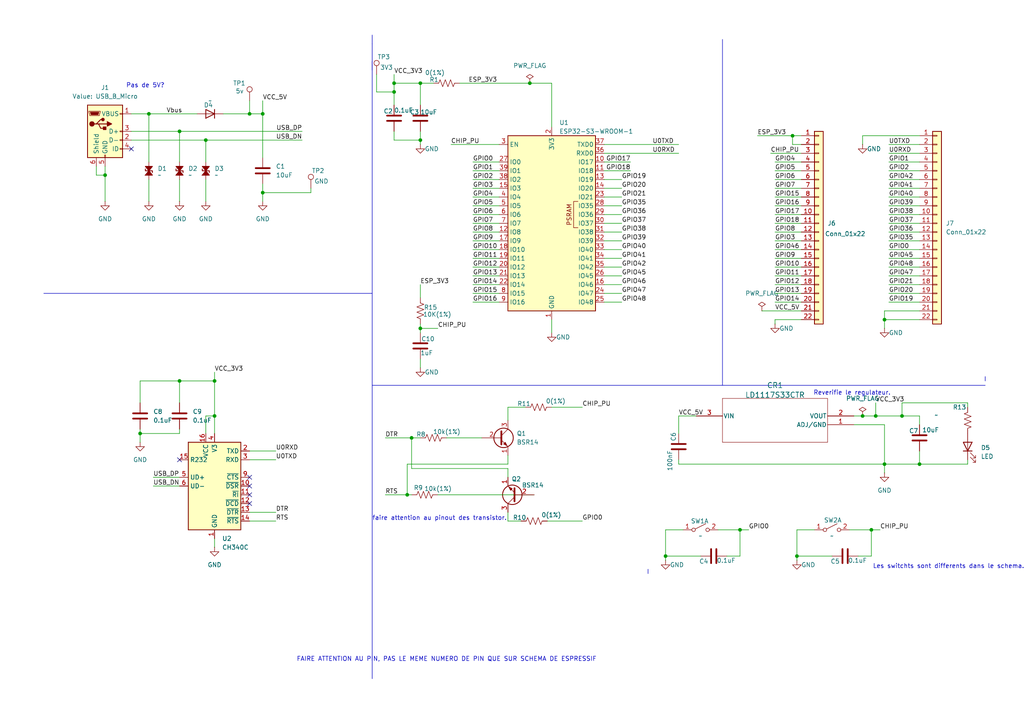
<source format=kicad_sch>
(kicad_sch
	(version 20231120)
	(generator "eeschema")
	(generator_version "8.0")
	(uuid "d148ce49-4a17-4a51-b0e8-5b589f96a82e")
	(paper "A4")
	(lib_symbols
		(symbol "2025-01-27_14-31-47:LD1117S33CTR"
			(pin_names
				(offset 0.254)
			)
			(exclude_from_sim no)
			(in_bom yes)
			(on_board yes)
			(property "Reference" "CR"
				(at 22.86 10.16 0)
				(effects
					(font
						(size 1.524 1.524)
					)
				)
			)
			(property "Value" "LD1117S33CTR"
				(at 22.86 7.62 0)
				(effects
					(font
						(size 1.524 1.524)
					)
				)
			)
			(property "Footprint" "SOT-223_STM"
				(at 0 0 0)
				(effects
					(font
						(size 1.27 1.27)
						(italic yes)
					)
					(hide yes)
				)
			)
			(property "Datasheet" "LD1117S33CTR"
				(at 0 0 0)
				(effects
					(font
						(size 1.27 1.27)
						(italic yes)
					)
					(hide yes)
				)
			)
			(property "Description" ""
				(at 0 0 0)
				(effects
					(font
						(size 1.27 1.27)
					)
					(hide yes)
				)
			)
			(property "ki_locked" ""
				(at 0 0 0)
				(effects
					(font
						(size 1.27 1.27)
					)
				)
			)
			(property "ki_keywords" "LD1117S33CTR"
				(at 0 0 0)
				(effects
					(font
						(size 1.27 1.27)
					)
					(hide yes)
				)
			)
			(property "ki_fp_filters" "SOT-223_STM SOT-223_STM-M SOT-223_STM-L"
				(at 0 0 0)
				(effects
					(font
						(size 1.27 1.27)
					)
					(hide yes)
				)
			)
			(symbol "LD1117S33CTR_0_1"
				(polyline
					(pts
						(xy 7.62 -7.62) (xy 38.1 -7.62)
					)
					(stroke
						(width 0.127)
						(type default)
					)
					(fill
						(type none)
					)
				)
				(polyline
					(pts
						(xy 7.62 5.08) (xy 7.62 -7.62)
					)
					(stroke
						(width 0.127)
						(type default)
					)
					(fill
						(type none)
					)
				)
				(polyline
					(pts
						(xy 38.1 -7.62) (xy 38.1 5.08)
					)
					(stroke
						(width 0.127)
						(type default)
					)
					(fill
						(type none)
					)
				)
				(polyline
					(pts
						(xy 38.1 5.08) (xy 7.62 5.08)
					)
					(stroke
						(width 0.127)
						(type default)
					)
					(fill
						(type none)
					)
				)
				(pin power_out line
					(at 0 0 0)
					(length 7.62)
					(name "ADJ/GND"
						(effects
							(font
								(size 1.27 1.27)
							)
						)
					)
					(number "1"
						(effects
							(font
								(size 1.27 1.27)
							)
						)
					)
				)
				(pin power_in line
					(at 0 -2.54 0)
					(length 7.62)
					(name "VOUT"
						(effects
							(font
								(size 1.27 1.27)
							)
						)
					)
					(number "2"
						(effects
							(font
								(size 1.27 1.27)
							)
						)
					)
				)
				(pin power_in line
					(at 45.72 -2.54 180)
					(length 7.62)
					(name "VIN"
						(effects
							(font
								(size 1.27 1.27)
							)
						)
					)
					(number "3"
						(effects
							(font
								(size 1.27 1.27)
							)
						)
					)
				)
			)
		)
		(symbol "Connector:TestPoint"
			(pin_numbers hide)
			(pin_names
				(offset 0.762) hide)
			(exclude_from_sim no)
			(in_bom yes)
			(on_board yes)
			(property "Reference" "TP"
				(at 0 6.858 0)
				(effects
					(font
						(size 1.27 1.27)
					)
				)
			)
			(property "Value" "TestPoint"
				(at 0 5.08 0)
				(effects
					(font
						(size 1.27 1.27)
					)
				)
			)
			(property "Footprint" ""
				(at 5.08 0 0)
				(effects
					(font
						(size 1.27 1.27)
					)
					(hide yes)
				)
			)
			(property "Datasheet" "~"
				(at 5.08 0 0)
				(effects
					(font
						(size 1.27 1.27)
					)
					(hide yes)
				)
			)
			(property "Description" "test point"
				(at 0 0 0)
				(effects
					(font
						(size 1.27 1.27)
					)
					(hide yes)
				)
			)
			(property "ki_keywords" "test point tp"
				(at 0 0 0)
				(effects
					(font
						(size 1.27 1.27)
					)
					(hide yes)
				)
			)
			(property "ki_fp_filters" "Pin* Test*"
				(at 0 0 0)
				(effects
					(font
						(size 1.27 1.27)
					)
					(hide yes)
				)
			)
			(symbol "TestPoint_0_1"
				(circle
					(center 0 3.302)
					(radius 0.762)
					(stroke
						(width 0)
						(type default)
					)
					(fill
						(type none)
					)
				)
			)
			(symbol "TestPoint_1_1"
				(pin passive line
					(at 0 0 90)
					(length 2.54)
					(name "1"
						(effects
							(font
								(size 1.27 1.27)
							)
						)
					)
					(number "1"
						(effects
							(font
								(size 1.27 1.27)
							)
						)
					)
				)
			)
		)
		(symbol "Connector:USB_B_Micro"
			(pin_names
				(offset 1.016)
			)
			(exclude_from_sim no)
			(in_bom yes)
			(on_board yes)
			(property "Reference" "J"
				(at -5.08 11.43 0)
				(effects
					(font
						(size 1.27 1.27)
					)
					(justify left)
				)
			)
			(property "Value" "USB_B_Micro"
				(at -5.08 8.89 0)
				(effects
					(font
						(size 1.27 1.27)
					)
					(justify left)
				)
			)
			(property "Footprint" ""
				(at 3.81 -1.27 0)
				(effects
					(font
						(size 1.27 1.27)
					)
					(hide yes)
				)
			)
			(property "Datasheet" "~"
				(at 3.81 -1.27 0)
				(effects
					(font
						(size 1.27 1.27)
					)
					(hide yes)
				)
			)
			(property "Description" "USB Micro Type B connector"
				(at 0 0 0)
				(effects
					(font
						(size 1.27 1.27)
					)
					(hide yes)
				)
			)
			(property "ki_keywords" "connector USB micro"
				(at 0 0 0)
				(effects
					(font
						(size 1.27 1.27)
					)
					(hide yes)
				)
			)
			(property "ki_fp_filters" "USB*"
				(at 0 0 0)
				(effects
					(font
						(size 1.27 1.27)
					)
					(hide yes)
				)
			)
			(symbol "USB_B_Micro_0_1"
				(rectangle
					(start -5.08 -7.62)
					(end 5.08 7.62)
					(stroke
						(width 0.254)
						(type default)
					)
					(fill
						(type background)
					)
				)
				(circle
					(center -3.81 2.159)
					(radius 0.635)
					(stroke
						(width 0.254)
						(type default)
					)
					(fill
						(type outline)
					)
				)
				(circle
					(center -0.635 3.429)
					(radius 0.381)
					(stroke
						(width 0.254)
						(type default)
					)
					(fill
						(type outline)
					)
				)
				(rectangle
					(start -0.127 -7.62)
					(end 0.127 -6.858)
					(stroke
						(width 0)
						(type default)
					)
					(fill
						(type none)
					)
				)
				(polyline
					(pts
						(xy -1.905 2.159) (xy 0.635 2.159)
					)
					(stroke
						(width 0.254)
						(type default)
					)
					(fill
						(type none)
					)
				)
				(polyline
					(pts
						(xy -3.175 2.159) (xy -2.54 2.159) (xy -1.27 3.429) (xy -0.635 3.429)
					)
					(stroke
						(width 0.254)
						(type default)
					)
					(fill
						(type none)
					)
				)
				(polyline
					(pts
						(xy -2.54 2.159) (xy -1.905 2.159) (xy -1.27 0.889) (xy 0 0.889)
					)
					(stroke
						(width 0.254)
						(type default)
					)
					(fill
						(type none)
					)
				)
				(polyline
					(pts
						(xy 0.635 2.794) (xy 0.635 1.524) (xy 1.905 2.159) (xy 0.635 2.794)
					)
					(stroke
						(width 0.254)
						(type default)
					)
					(fill
						(type outline)
					)
				)
				(polyline
					(pts
						(xy -4.318 5.588) (xy -1.778 5.588) (xy -2.032 4.826) (xy -4.064 4.826) (xy -4.318 5.588)
					)
					(stroke
						(width 0)
						(type default)
					)
					(fill
						(type outline)
					)
				)
				(polyline
					(pts
						(xy -4.699 5.842) (xy -4.699 5.588) (xy -4.445 4.826) (xy -4.445 4.572) (xy -1.651 4.572) (xy -1.651 4.826)
						(xy -1.397 5.588) (xy -1.397 5.842) (xy -4.699 5.842)
					)
					(stroke
						(width 0)
						(type default)
					)
					(fill
						(type none)
					)
				)
				(rectangle
					(start 0.254 1.27)
					(end -0.508 0.508)
					(stroke
						(width 0.254)
						(type default)
					)
					(fill
						(type outline)
					)
				)
				(rectangle
					(start 5.08 -5.207)
					(end 4.318 -4.953)
					(stroke
						(width 0)
						(type default)
					)
					(fill
						(type none)
					)
				)
				(rectangle
					(start 5.08 -2.667)
					(end 4.318 -2.413)
					(stroke
						(width 0)
						(type default)
					)
					(fill
						(type none)
					)
				)
				(rectangle
					(start 5.08 -0.127)
					(end 4.318 0.127)
					(stroke
						(width 0)
						(type default)
					)
					(fill
						(type none)
					)
				)
				(rectangle
					(start 5.08 4.953)
					(end 4.318 5.207)
					(stroke
						(width 0)
						(type default)
					)
					(fill
						(type none)
					)
				)
			)
			(symbol "USB_B_Micro_1_1"
				(pin power_out line
					(at 7.62 5.08 180)
					(length 2.54)
					(name "VBUS"
						(effects
							(font
								(size 1.27 1.27)
							)
						)
					)
					(number "1"
						(effects
							(font
								(size 1.27 1.27)
							)
						)
					)
				)
				(pin bidirectional line
					(at 7.62 -2.54 180)
					(length 2.54)
					(name "D-"
						(effects
							(font
								(size 1.27 1.27)
							)
						)
					)
					(number "2"
						(effects
							(font
								(size 1.27 1.27)
							)
						)
					)
				)
				(pin bidirectional line
					(at 7.62 0 180)
					(length 2.54)
					(name "D+"
						(effects
							(font
								(size 1.27 1.27)
							)
						)
					)
					(number "3"
						(effects
							(font
								(size 1.27 1.27)
							)
						)
					)
				)
				(pin passive line
					(at 7.62 -5.08 180)
					(length 2.54)
					(name "ID"
						(effects
							(font
								(size 1.27 1.27)
							)
						)
					)
					(number "4"
						(effects
							(font
								(size 1.27 1.27)
							)
						)
					)
				)
				(pin power_out line
					(at 0 -10.16 90)
					(length 2.54)
					(name "GND"
						(effects
							(font
								(size 1.27 1.27)
							)
						)
					)
					(number "5"
						(effects
							(font
								(size 1.27 1.27)
							)
						)
					)
				)
				(pin passive line
					(at -2.54 -10.16 90)
					(length 2.54)
					(name "Shield"
						(effects
							(font
								(size 1.27 1.27)
							)
						)
					)
					(number "6"
						(effects
							(font
								(size 1.27 1.27)
							)
						)
					)
				)
			)
		)
		(symbol "Connector_Generic:Conn_01x22"
			(pin_names
				(offset 1.016) hide)
			(exclude_from_sim no)
			(in_bom yes)
			(on_board yes)
			(property "Reference" "J"
				(at 0 27.94 0)
				(effects
					(font
						(size 1.27 1.27)
					)
				)
			)
			(property "Value" "Conn_01x22"
				(at 0 -30.48 0)
				(effects
					(font
						(size 1.27 1.27)
					)
				)
			)
			(property "Footprint" ""
				(at 0 0 0)
				(effects
					(font
						(size 1.27 1.27)
					)
					(hide yes)
				)
			)
			(property "Datasheet" "~"
				(at 0 0 0)
				(effects
					(font
						(size 1.27 1.27)
					)
					(hide yes)
				)
			)
			(property "Description" "Generic connector, single row, 01x22, script generated (kicad-library-utils/schlib/autogen/connector/)"
				(at 0 0 0)
				(effects
					(font
						(size 1.27 1.27)
					)
					(hide yes)
				)
			)
			(property "ki_keywords" "connector"
				(at 0 0 0)
				(effects
					(font
						(size 1.27 1.27)
					)
					(hide yes)
				)
			)
			(property "ki_fp_filters" "Connector*:*_1x??_*"
				(at 0 0 0)
				(effects
					(font
						(size 1.27 1.27)
					)
					(hide yes)
				)
			)
			(symbol "Conn_01x22_1_1"
				(rectangle
					(start -1.27 -27.813)
					(end 0 -28.067)
					(stroke
						(width 0.1524)
						(type default)
					)
					(fill
						(type none)
					)
				)
				(rectangle
					(start -1.27 -25.273)
					(end 0 -25.527)
					(stroke
						(width 0.1524)
						(type default)
					)
					(fill
						(type none)
					)
				)
				(rectangle
					(start -1.27 -22.733)
					(end 0 -22.987)
					(stroke
						(width 0.1524)
						(type default)
					)
					(fill
						(type none)
					)
				)
				(rectangle
					(start -1.27 -20.193)
					(end 0 -20.447)
					(stroke
						(width 0.1524)
						(type default)
					)
					(fill
						(type none)
					)
				)
				(rectangle
					(start -1.27 -17.653)
					(end 0 -17.907)
					(stroke
						(width 0.1524)
						(type default)
					)
					(fill
						(type none)
					)
				)
				(rectangle
					(start -1.27 -15.113)
					(end 0 -15.367)
					(stroke
						(width 0.1524)
						(type default)
					)
					(fill
						(type none)
					)
				)
				(rectangle
					(start -1.27 -12.573)
					(end 0 -12.827)
					(stroke
						(width 0.1524)
						(type default)
					)
					(fill
						(type none)
					)
				)
				(rectangle
					(start -1.27 -10.033)
					(end 0 -10.287)
					(stroke
						(width 0.1524)
						(type default)
					)
					(fill
						(type none)
					)
				)
				(rectangle
					(start -1.27 -7.493)
					(end 0 -7.747)
					(stroke
						(width 0.1524)
						(type default)
					)
					(fill
						(type none)
					)
				)
				(rectangle
					(start -1.27 -4.953)
					(end 0 -5.207)
					(stroke
						(width 0.1524)
						(type default)
					)
					(fill
						(type none)
					)
				)
				(rectangle
					(start -1.27 -2.413)
					(end 0 -2.667)
					(stroke
						(width 0.1524)
						(type default)
					)
					(fill
						(type none)
					)
				)
				(rectangle
					(start -1.27 0.127)
					(end 0 -0.127)
					(stroke
						(width 0.1524)
						(type default)
					)
					(fill
						(type none)
					)
				)
				(rectangle
					(start -1.27 2.667)
					(end 0 2.413)
					(stroke
						(width 0.1524)
						(type default)
					)
					(fill
						(type none)
					)
				)
				(rectangle
					(start -1.27 5.207)
					(end 0 4.953)
					(stroke
						(width 0.1524)
						(type default)
					)
					(fill
						(type none)
					)
				)
				(rectangle
					(start -1.27 7.747)
					(end 0 7.493)
					(stroke
						(width 0.1524)
						(type default)
					)
					(fill
						(type none)
					)
				)
				(rectangle
					(start -1.27 10.287)
					(end 0 10.033)
					(stroke
						(width 0.1524)
						(type default)
					)
					(fill
						(type none)
					)
				)
				(rectangle
					(start -1.27 12.827)
					(end 0 12.573)
					(stroke
						(width 0.1524)
						(type default)
					)
					(fill
						(type none)
					)
				)
				(rectangle
					(start -1.27 15.367)
					(end 0 15.113)
					(stroke
						(width 0.1524)
						(type default)
					)
					(fill
						(type none)
					)
				)
				(rectangle
					(start -1.27 17.907)
					(end 0 17.653)
					(stroke
						(width 0.1524)
						(type default)
					)
					(fill
						(type none)
					)
				)
				(rectangle
					(start -1.27 20.447)
					(end 0 20.193)
					(stroke
						(width 0.1524)
						(type default)
					)
					(fill
						(type none)
					)
				)
				(rectangle
					(start -1.27 22.987)
					(end 0 22.733)
					(stroke
						(width 0.1524)
						(type default)
					)
					(fill
						(type none)
					)
				)
				(rectangle
					(start -1.27 25.527)
					(end 0 25.273)
					(stroke
						(width 0.1524)
						(type default)
					)
					(fill
						(type none)
					)
				)
				(rectangle
					(start -1.27 26.67)
					(end 1.27 -29.21)
					(stroke
						(width 0.254)
						(type default)
					)
					(fill
						(type background)
					)
				)
				(pin passive line
					(at -5.08 25.4 0)
					(length 3.81)
					(name "Pin_1"
						(effects
							(font
								(size 1.27 1.27)
							)
						)
					)
					(number "1"
						(effects
							(font
								(size 1.27 1.27)
							)
						)
					)
				)
				(pin passive line
					(at -5.08 2.54 0)
					(length 3.81)
					(name "Pin_10"
						(effects
							(font
								(size 1.27 1.27)
							)
						)
					)
					(number "10"
						(effects
							(font
								(size 1.27 1.27)
							)
						)
					)
				)
				(pin passive line
					(at -5.08 0 0)
					(length 3.81)
					(name "Pin_11"
						(effects
							(font
								(size 1.27 1.27)
							)
						)
					)
					(number "11"
						(effects
							(font
								(size 1.27 1.27)
							)
						)
					)
				)
				(pin passive line
					(at -5.08 -2.54 0)
					(length 3.81)
					(name "Pin_12"
						(effects
							(font
								(size 1.27 1.27)
							)
						)
					)
					(number "12"
						(effects
							(font
								(size 1.27 1.27)
							)
						)
					)
				)
				(pin passive line
					(at -5.08 -5.08 0)
					(length 3.81)
					(name "Pin_13"
						(effects
							(font
								(size 1.27 1.27)
							)
						)
					)
					(number "13"
						(effects
							(font
								(size 1.27 1.27)
							)
						)
					)
				)
				(pin passive line
					(at -5.08 -7.62 0)
					(length 3.81)
					(name "Pin_14"
						(effects
							(font
								(size 1.27 1.27)
							)
						)
					)
					(number "14"
						(effects
							(font
								(size 1.27 1.27)
							)
						)
					)
				)
				(pin passive line
					(at -5.08 -10.16 0)
					(length 3.81)
					(name "Pin_15"
						(effects
							(font
								(size 1.27 1.27)
							)
						)
					)
					(number "15"
						(effects
							(font
								(size 1.27 1.27)
							)
						)
					)
				)
				(pin passive line
					(at -5.08 -12.7 0)
					(length 3.81)
					(name "Pin_16"
						(effects
							(font
								(size 1.27 1.27)
							)
						)
					)
					(number "16"
						(effects
							(font
								(size 1.27 1.27)
							)
						)
					)
				)
				(pin passive line
					(at -5.08 -15.24 0)
					(length 3.81)
					(name "Pin_17"
						(effects
							(font
								(size 1.27 1.27)
							)
						)
					)
					(number "17"
						(effects
							(font
								(size 1.27 1.27)
							)
						)
					)
				)
				(pin passive line
					(at -5.08 -17.78 0)
					(length 3.81)
					(name "Pin_18"
						(effects
							(font
								(size 1.27 1.27)
							)
						)
					)
					(number "18"
						(effects
							(font
								(size 1.27 1.27)
							)
						)
					)
				)
				(pin passive line
					(at -5.08 -20.32 0)
					(length 3.81)
					(name "Pin_19"
						(effects
							(font
								(size 1.27 1.27)
							)
						)
					)
					(number "19"
						(effects
							(font
								(size 1.27 1.27)
							)
						)
					)
				)
				(pin passive line
					(at -5.08 22.86 0)
					(length 3.81)
					(name "Pin_2"
						(effects
							(font
								(size 1.27 1.27)
							)
						)
					)
					(number "2"
						(effects
							(font
								(size 1.27 1.27)
							)
						)
					)
				)
				(pin passive line
					(at -5.08 -22.86 0)
					(length 3.81)
					(name "Pin_20"
						(effects
							(font
								(size 1.27 1.27)
							)
						)
					)
					(number "20"
						(effects
							(font
								(size 1.27 1.27)
							)
						)
					)
				)
				(pin passive line
					(at -5.08 -25.4 0)
					(length 3.81)
					(name "Pin_21"
						(effects
							(font
								(size 1.27 1.27)
							)
						)
					)
					(number "21"
						(effects
							(font
								(size 1.27 1.27)
							)
						)
					)
				)
				(pin passive line
					(at -5.08 -27.94 0)
					(length 3.81)
					(name "Pin_22"
						(effects
							(font
								(size 1.27 1.27)
							)
						)
					)
					(number "22"
						(effects
							(font
								(size 1.27 1.27)
							)
						)
					)
				)
				(pin passive line
					(at -5.08 20.32 0)
					(length 3.81)
					(name "Pin_3"
						(effects
							(font
								(size 1.27 1.27)
							)
						)
					)
					(number "3"
						(effects
							(font
								(size 1.27 1.27)
							)
						)
					)
				)
				(pin passive line
					(at -5.08 17.78 0)
					(length 3.81)
					(name "Pin_4"
						(effects
							(font
								(size 1.27 1.27)
							)
						)
					)
					(number "4"
						(effects
							(font
								(size 1.27 1.27)
							)
						)
					)
				)
				(pin passive line
					(at -5.08 15.24 0)
					(length 3.81)
					(name "Pin_5"
						(effects
							(font
								(size 1.27 1.27)
							)
						)
					)
					(number "5"
						(effects
							(font
								(size 1.27 1.27)
							)
						)
					)
				)
				(pin passive line
					(at -5.08 12.7 0)
					(length 3.81)
					(name "Pin_6"
						(effects
							(font
								(size 1.27 1.27)
							)
						)
					)
					(number "6"
						(effects
							(font
								(size 1.27 1.27)
							)
						)
					)
				)
				(pin passive line
					(at -5.08 10.16 0)
					(length 3.81)
					(name "Pin_7"
						(effects
							(font
								(size 1.27 1.27)
							)
						)
					)
					(number "7"
						(effects
							(font
								(size 1.27 1.27)
							)
						)
					)
				)
				(pin passive line
					(at -5.08 7.62 0)
					(length 3.81)
					(name "Pin_8"
						(effects
							(font
								(size 1.27 1.27)
							)
						)
					)
					(number "8"
						(effects
							(font
								(size 1.27 1.27)
							)
						)
					)
				)
				(pin passive line
					(at -5.08 5.08 0)
					(length 3.81)
					(name "Pin_9"
						(effects
							(font
								(size 1.27 1.27)
							)
						)
					)
					(number "9"
						(effects
							(font
								(size 1.27 1.27)
							)
						)
					)
				)
			)
		)
		(symbol "Device:C"
			(pin_numbers hide)
			(pin_names
				(offset 0.254)
			)
			(exclude_from_sim no)
			(in_bom yes)
			(on_board yes)
			(property "Reference" "C"
				(at 0.635 2.54 0)
				(effects
					(font
						(size 1.27 1.27)
					)
					(justify left)
				)
			)
			(property "Value" "C"
				(at 0.635 -2.54 0)
				(effects
					(font
						(size 1.27 1.27)
					)
					(justify left)
				)
			)
			(property "Footprint" ""
				(at 0.9652 -3.81 0)
				(effects
					(font
						(size 1.27 1.27)
					)
					(hide yes)
				)
			)
			(property "Datasheet" "~"
				(at 0 0 0)
				(effects
					(font
						(size 1.27 1.27)
					)
					(hide yes)
				)
			)
			(property "Description" "Unpolarized capacitor"
				(at 0 0 0)
				(effects
					(font
						(size 1.27 1.27)
					)
					(hide yes)
				)
			)
			(property "ki_keywords" "cap capacitor"
				(at 0 0 0)
				(effects
					(font
						(size 1.27 1.27)
					)
					(hide yes)
				)
			)
			(property "ki_fp_filters" "C_*"
				(at 0 0 0)
				(effects
					(font
						(size 1.27 1.27)
					)
					(hide yes)
				)
			)
			(symbol "C_0_1"
				(polyline
					(pts
						(xy -2.032 -0.762) (xy 2.032 -0.762)
					)
					(stroke
						(width 0.508)
						(type default)
					)
					(fill
						(type none)
					)
				)
				(polyline
					(pts
						(xy -2.032 0.762) (xy 2.032 0.762)
					)
					(stroke
						(width 0.508)
						(type default)
					)
					(fill
						(type none)
					)
				)
			)
			(symbol "C_1_1"
				(pin passive line
					(at 0 3.81 270)
					(length 2.794)
					(name "~"
						(effects
							(font
								(size 1.27 1.27)
							)
						)
					)
					(number "1"
						(effects
							(font
								(size 1.27 1.27)
							)
						)
					)
				)
				(pin passive line
					(at 0 -3.81 90)
					(length 2.794)
					(name "~"
						(effects
							(font
								(size 1.27 1.27)
							)
						)
					)
					(number "2"
						(effects
							(font
								(size 1.27 1.27)
							)
						)
					)
				)
			)
		)
		(symbol "Device:D_TVS_Small_Filled"
			(pin_numbers hide)
			(pin_names
				(offset 1.016) hide)
			(exclude_from_sim no)
			(in_bom yes)
			(on_board yes)
			(property "Reference" "D"
				(at 0 2.54 0)
				(effects
					(font
						(size 1.27 1.27)
					)
				)
			)
			(property "Value" "D_TVS_Small_Filled"
				(at 0 -2.54 0)
				(effects
					(font
						(size 1.27 1.27)
					)
				)
			)
			(property "Footprint" ""
				(at 0 0 0)
				(effects
					(font
						(size 1.27 1.27)
					)
					(hide yes)
				)
			)
			(property "Datasheet" "~"
				(at 0 0 0)
				(effects
					(font
						(size 1.27 1.27)
					)
					(hide yes)
				)
			)
			(property "Description" "Bidirectional transient-voltage-suppression diode, small symbol, filled shape"
				(at 0 0 0)
				(effects
					(font
						(size 1.27 1.27)
					)
					(hide yes)
				)
			)
			(property "ki_keywords" "diode TVS thyrector"
				(at 0 0 0)
				(effects
					(font
						(size 1.27 1.27)
					)
					(hide yes)
				)
			)
			(property "ki_fp_filters" "TO-???* *_Diode_* *SingleDiode* D_*"
				(at 0 0 0)
				(effects
					(font
						(size 1.27 1.27)
					)
					(hide yes)
				)
			)
			(symbol "D_TVS_Small_Filled_0_1"
				(polyline
					(pts
						(xy -1.27 0) (xy 1.27 0)
					)
					(stroke
						(width 0)
						(type default)
					)
					(fill
						(type none)
					)
				)
				(polyline
					(pts
						(xy 0.508 1.016) (xy 0 1.016) (xy 0 -1.016) (xy -0.508 -1.016)
					)
					(stroke
						(width 0.254)
						(type default)
					)
					(fill
						(type none)
					)
				)
			)
			(symbol "D_TVS_Small_Filled_1_1"
				(polyline
					(pts
						(xy -1.27 1.016) (xy -1.27 -1.016) (xy 0 0) (xy -1.27 1.016)
					)
					(stroke
						(width 0.254)
						(type default)
					)
					(fill
						(type outline)
					)
				)
				(polyline
					(pts
						(xy 0 0) (xy 1.27 1.016) (xy 1.27 -1.016) (xy 0 0)
					)
					(stroke
						(width 0.254)
						(type default)
					)
					(fill
						(type outline)
					)
				)
				(pin passive line
					(at -2.54 0 0)
					(length 1.27)
					(name "A1"
						(effects
							(font
								(size 1.27 1.27)
							)
						)
					)
					(number "1"
						(effects
							(font
								(size 1.27 1.27)
							)
						)
					)
				)
				(pin passive line
					(at 2.54 0 180)
					(length 1.27)
					(name "A2"
						(effects
							(font
								(size 1.27 1.27)
							)
						)
					)
					(number "2"
						(effects
							(font
								(size 1.27 1.27)
							)
						)
					)
				)
			)
		)
		(symbol "Device:LED"
			(pin_numbers hide)
			(pin_names
				(offset 1.016) hide)
			(exclude_from_sim no)
			(in_bom yes)
			(on_board yes)
			(property "Reference" "D"
				(at 0 2.54 0)
				(effects
					(font
						(size 1.27 1.27)
					)
				)
			)
			(property "Value" "LED"
				(at 0 -2.54 0)
				(effects
					(font
						(size 1.27 1.27)
					)
				)
			)
			(property "Footprint" ""
				(at 0 0 0)
				(effects
					(font
						(size 1.27 1.27)
					)
					(hide yes)
				)
			)
			(property "Datasheet" "~"
				(at 0 0 0)
				(effects
					(font
						(size 1.27 1.27)
					)
					(hide yes)
				)
			)
			(property "Description" "Light emitting diode"
				(at 0 0 0)
				(effects
					(font
						(size 1.27 1.27)
					)
					(hide yes)
				)
			)
			(property "ki_keywords" "LED diode"
				(at 0 0 0)
				(effects
					(font
						(size 1.27 1.27)
					)
					(hide yes)
				)
			)
			(property "ki_fp_filters" "LED* LED_SMD:* LED_THT:*"
				(at 0 0 0)
				(effects
					(font
						(size 1.27 1.27)
					)
					(hide yes)
				)
			)
			(symbol "LED_0_1"
				(polyline
					(pts
						(xy -1.27 -1.27) (xy -1.27 1.27)
					)
					(stroke
						(width 0.254)
						(type default)
					)
					(fill
						(type none)
					)
				)
				(polyline
					(pts
						(xy -1.27 0) (xy 1.27 0)
					)
					(stroke
						(width 0)
						(type default)
					)
					(fill
						(type none)
					)
				)
				(polyline
					(pts
						(xy 1.27 -1.27) (xy 1.27 1.27) (xy -1.27 0) (xy 1.27 -1.27)
					)
					(stroke
						(width 0.254)
						(type default)
					)
					(fill
						(type none)
					)
				)
				(polyline
					(pts
						(xy -3.048 -0.762) (xy -4.572 -2.286) (xy -3.81 -2.286) (xy -4.572 -2.286) (xy -4.572 -1.524)
					)
					(stroke
						(width 0)
						(type default)
					)
					(fill
						(type none)
					)
				)
				(polyline
					(pts
						(xy -1.778 -0.762) (xy -3.302 -2.286) (xy -2.54 -2.286) (xy -3.302 -2.286) (xy -3.302 -1.524)
					)
					(stroke
						(width 0)
						(type default)
					)
					(fill
						(type none)
					)
				)
			)
			(symbol "LED_1_1"
				(pin passive line
					(at -3.81 0 0)
					(length 2.54)
					(name "K"
						(effects
							(font
								(size 1.27 1.27)
							)
						)
					)
					(number "1"
						(effects
							(font
								(size 1.27 1.27)
							)
						)
					)
				)
				(pin passive line
					(at 3.81 0 180)
					(length 2.54)
					(name "A"
						(effects
							(font
								(size 1.27 1.27)
							)
						)
					)
					(number "2"
						(effects
							(font
								(size 1.27 1.27)
							)
						)
					)
				)
			)
		)
		(symbol "Device:R_US"
			(pin_numbers hide)
			(pin_names
				(offset 0)
			)
			(exclude_from_sim no)
			(in_bom yes)
			(on_board yes)
			(property "Reference" "R"
				(at 2.54 0 90)
				(effects
					(font
						(size 1.27 1.27)
					)
				)
			)
			(property "Value" "R_US"
				(at -2.54 0 90)
				(effects
					(font
						(size 1.27 1.27)
					)
				)
			)
			(property "Footprint" ""
				(at 1.016 -0.254 90)
				(effects
					(font
						(size 1.27 1.27)
					)
					(hide yes)
				)
			)
			(property "Datasheet" "~"
				(at 0 0 0)
				(effects
					(font
						(size 1.27 1.27)
					)
					(hide yes)
				)
			)
			(property "Description" "Resistor, US symbol"
				(at 0 0 0)
				(effects
					(font
						(size 1.27 1.27)
					)
					(hide yes)
				)
			)
			(property "ki_keywords" "R res resistor"
				(at 0 0 0)
				(effects
					(font
						(size 1.27 1.27)
					)
					(hide yes)
				)
			)
			(property "ki_fp_filters" "R_*"
				(at 0 0 0)
				(effects
					(font
						(size 1.27 1.27)
					)
					(hide yes)
				)
			)
			(symbol "R_US_0_1"
				(polyline
					(pts
						(xy 0 -2.286) (xy 0 -2.54)
					)
					(stroke
						(width 0)
						(type default)
					)
					(fill
						(type none)
					)
				)
				(polyline
					(pts
						(xy 0 2.286) (xy 0 2.54)
					)
					(stroke
						(width 0)
						(type default)
					)
					(fill
						(type none)
					)
				)
				(polyline
					(pts
						(xy 0 -0.762) (xy 1.016 -1.143) (xy 0 -1.524) (xy -1.016 -1.905) (xy 0 -2.286)
					)
					(stroke
						(width 0)
						(type default)
					)
					(fill
						(type none)
					)
				)
				(polyline
					(pts
						(xy 0 0.762) (xy 1.016 0.381) (xy 0 0) (xy -1.016 -0.381) (xy 0 -0.762)
					)
					(stroke
						(width 0)
						(type default)
					)
					(fill
						(type none)
					)
				)
				(polyline
					(pts
						(xy 0 2.286) (xy 1.016 1.905) (xy 0 1.524) (xy -1.016 1.143) (xy 0 0.762)
					)
					(stroke
						(width 0)
						(type default)
					)
					(fill
						(type none)
					)
				)
			)
			(symbol "R_US_1_1"
				(pin passive line
					(at 0 3.81 270)
					(length 1.27)
					(name "~"
						(effects
							(font
								(size 1.27 1.27)
							)
						)
					)
					(number "1"
						(effects
							(font
								(size 1.27 1.27)
							)
						)
					)
				)
				(pin passive line
					(at 0 -3.81 90)
					(length 1.27)
					(name "~"
						(effects
							(font
								(size 1.27 1.27)
							)
						)
					)
					(number "2"
						(effects
							(font
								(size 1.27 1.27)
							)
						)
					)
				)
			)
		)
		(symbol "Diode:US2AA"
			(pin_numbers hide)
			(pin_names hide)
			(exclude_from_sim no)
			(in_bom yes)
			(on_board yes)
			(property "Reference" "D"
				(at 0 2.54 0)
				(effects
					(font
						(size 1.27 1.27)
					)
				)
			)
			(property "Value" "US2AA"
				(at 0 -2.54 0)
				(effects
					(font
						(size 1.27 1.27)
					)
				)
			)
			(property "Footprint" "Diode_SMD:D_SMA"
				(at 0 -4.445 0)
				(effects
					(font
						(size 1.27 1.27)
					)
					(hide yes)
				)
			)
			(property "Datasheet" "https://www.onsemi.com/pub/Collateral/US2AA-D.PDF"
				(at 0 0 0)
				(effects
					(font
						(size 1.27 1.27)
					)
					(hide yes)
				)
			)
			(property "Description" "50V, 1.5A, General Purpose Rectifier Diode, SMA(DO-214AC)"
				(at 0 0 0)
				(effects
					(font
						(size 1.27 1.27)
					)
					(hide yes)
				)
			)
			(property "Sim.Device" "D"
				(at 0 0 0)
				(effects
					(font
						(size 1.27 1.27)
					)
					(hide yes)
				)
			)
			(property "Sim.Pins" "1=K 2=A"
				(at 0 0 0)
				(effects
					(font
						(size 1.27 1.27)
					)
					(hide yes)
				)
			)
			(property "ki_keywords" "Super Fast"
				(at 0 0 0)
				(effects
					(font
						(size 1.27 1.27)
					)
					(hide yes)
				)
			)
			(property "ki_fp_filters" "D*SMA*"
				(at 0 0 0)
				(effects
					(font
						(size 1.27 1.27)
					)
					(hide yes)
				)
			)
			(symbol "US2AA_0_1"
				(polyline
					(pts
						(xy -1.27 1.27) (xy -1.27 -1.27)
					)
					(stroke
						(width 0.254)
						(type default)
					)
					(fill
						(type none)
					)
				)
				(polyline
					(pts
						(xy 1.27 0) (xy -1.27 0)
					)
					(stroke
						(width 0)
						(type default)
					)
					(fill
						(type none)
					)
				)
				(polyline
					(pts
						(xy 1.27 1.27) (xy 1.27 -1.27) (xy -1.27 0) (xy 1.27 1.27)
					)
					(stroke
						(width 0.254)
						(type default)
					)
					(fill
						(type none)
					)
				)
			)
			(symbol "US2AA_1_1"
				(pin passive line
					(at -3.81 0 0)
					(length 2.54)
					(name "K"
						(effects
							(font
								(size 1.27 1.27)
							)
						)
					)
					(number "1"
						(effects
							(font
								(size 1.27 1.27)
							)
						)
					)
				)
				(pin passive line
					(at 3.81 0 180)
					(length 2.54)
					(name "A"
						(effects
							(font
								(size 1.27 1.27)
							)
						)
					)
					(number "2"
						(effects
							(font
								(size 1.27 1.27)
							)
						)
					)
				)
			)
		)
		(symbol "Interface_USB:CH340C"
			(exclude_from_sim no)
			(in_bom yes)
			(on_board yes)
			(property "Reference" "U"
				(at -5.08 13.97 0)
				(effects
					(font
						(size 1.27 1.27)
					)
					(justify right)
				)
			)
			(property "Value" "CH340C"
				(at 1.27 13.97 0)
				(effects
					(font
						(size 1.27 1.27)
					)
					(justify left)
				)
			)
			(property "Footprint" "Package_SO:SOIC-16_3.9x9.9mm_P1.27mm"
				(at -18.542 30.226 0)
				(effects
					(font
						(size 1.27 1.27)
					)
					(justify left)
					(hide yes)
				)
			)
			(property "Datasheet" "https://datasheet.lcsc.com/szlcsc/Jiangsu-Qin-Heng-CH340C_C84681.pdf"
				(at -6.604 33.274 0)
				(effects
					(font
						(size 1.27 1.27)
					)
					(hide yes)
				)
			)
			(property "Description" "USB serial converter, crystal-less, UART, SOIC-16"
				(at -1.524 36.068 0)
				(effects
					(font
						(size 1.27 1.27)
					)
					(hide yes)
				)
			)
			(property "ki_keywords" "USB UART Serial Converter Interface"
				(at 0 0 0)
				(effects
					(font
						(size 1.27 1.27)
					)
					(hide yes)
				)
			)
			(property "ki_fp_filters" "SOIC*3.9x9.9mm*P1.27mm*"
				(at 0 0 0)
				(effects
					(font
						(size 1.27 1.27)
					)
					(hide yes)
				)
			)
			(symbol "CH340C_0_1"
				(rectangle
					(start -7.62 12.7)
					(end 7.62 -12.7)
					(stroke
						(width 0.254)
						(type default)
					)
					(fill
						(type background)
					)
				)
			)
			(symbol "CH340C_1_1"
				(pin power_in line
					(at 0 -15.24 90)
					(length 2.54)
					(name "GND"
						(effects
							(font
								(size 1.27 1.27)
							)
						)
					)
					(number "1"
						(effects
							(font
								(size 1.27 1.27)
							)
						)
					)
				)
				(pin input line
					(at 10.16 0 180)
					(length 2.54)
					(name "~{DSR}"
						(effects
							(font
								(size 1.27 1.27)
							)
						)
					)
					(number "10"
						(effects
							(font
								(size 1.27 1.27)
							)
						)
					)
				)
				(pin input line
					(at 10.16 -2.54 180)
					(length 2.54)
					(name "~{RI}"
						(effects
							(font
								(size 1.27 1.27)
							)
						)
					)
					(number "11"
						(effects
							(font
								(size 1.27 1.27)
							)
						)
					)
				)
				(pin input line
					(at 10.16 -5.08 180)
					(length 2.54)
					(name "~{DCD}"
						(effects
							(font
								(size 1.27 1.27)
							)
						)
					)
					(number "12"
						(effects
							(font
								(size 1.27 1.27)
							)
						)
					)
				)
				(pin output line
					(at 10.16 -7.62 180)
					(length 2.54)
					(name "~{DTR}"
						(effects
							(font
								(size 1.27 1.27)
							)
						)
					)
					(number "13"
						(effects
							(font
								(size 1.27 1.27)
							)
						)
					)
				)
				(pin output line
					(at 10.16 -10.16 180)
					(length 2.54)
					(name "~{RTS}"
						(effects
							(font
								(size 1.27 1.27)
							)
						)
					)
					(number "14"
						(effects
							(font
								(size 1.27 1.27)
							)
						)
					)
				)
				(pin input line
					(at -10.16 7.62 0)
					(length 2.54)
					(name "R232"
						(effects
							(font
								(size 1.27 1.27)
							)
						)
					)
					(number "15"
						(effects
							(font
								(size 1.27 1.27)
							)
						)
					)
				)
				(pin power_in line
					(at -2.54 15.24 270)
					(length 2.54)
					(name "VCC"
						(effects
							(font
								(size 1.27 1.27)
							)
						)
					)
					(number "16"
						(effects
							(font
								(size 1.27 1.27)
							)
						)
					)
				)
				(pin output line
					(at 10.16 10.16 180)
					(length 2.54)
					(name "TXD"
						(effects
							(font
								(size 1.27 1.27)
							)
						)
					)
					(number "2"
						(effects
							(font
								(size 1.27 1.27)
							)
						)
					)
				)
				(pin input line
					(at 10.16 7.62 180)
					(length 2.54)
					(name "RXD"
						(effects
							(font
								(size 1.27 1.27)
							)
						)
					)
					(number "3"
						(effects
							(font
								(size 1.27 1.27)
							)
						)
					)
				)
				(pin power_out line
					(at 0 15.24 270)
					(length 2.54)
					(name "V3"
						(effects
							(font
								(size 1.27 1.27)
							)
						)
					)
					(number "4"
						(effects
							(font
								(size 1.27 1.27)
							)
						)
					)
				)
				(pin bidirectional line
					(at -10.16 2.54 0)
					(length 2.54)
					(name "UD+"
						(effects
							(font
								(size 1.27 1.27)
							)
						)
					)
					(number "5"
						(effects
							(font
								(size 1.27 1.27)
							)
						)
					)
				)
				(pin bidirectional line
					(at -10.16 0 0)
					(length 2.54)
					(name "UD-"
						(effects
							(font
								(size 1.27 1.27)
							)
						)
					)
					(number "6"
						(effects
							(font
								(size 1.27 1.27)
							)
						)
					)
				)
				(pin no_connect line
					(at -7.62 -5.08 0)
					(length 2.54) hide
					(name "NC"
						(effects
							(font
								(size 1.27 1.27)
							)
						)
					)
					(number "7"
						(effects
							(font
								(size 1.27 1.27)
							)
						)
					)
				)
				(pin no_connect line
					(at -7.62 -7.62 0)
					(length 2.54) hide
					(name "NC"
						(effects
							(font
								(size 1.27 1.27)
							)
						)
					)
					(number "8"
						(effects
							(font
								(size 1.27 1.27)
							)
						)
					)
				)
				(pin input line
					(at 10.16 2.54 180)
					(length 2.54)
					(name "~{CTS}"
						(effects
							(font
								(size 1.27 1.27)
							)
						)
					)
					(number "9"
						(effects
							(font
								(size 1.27 1.27)
							)
						)
					)
				)
			)
		)
		(symbol "RF_Module:ESP32-S3-WROOM-1"
			(exclude_from_sim no)
			(in_bom yes)
			(on_board yes)
			(property "Reference" "U"
				(at -12.7 26.67 0)
				(effects
					(font
						(size 1.27 1.27)
					)
				)
			)
			(property "Value" "ESP32-S3-WROOM-1"
				(at 12.7 26.67 0)
				(effects
					(font
						(size 1.27 1.27)
					)
				)
			)
			(property "Footprint" "RF_Module:ESP32-S3-WROOM-1"
				(at 0 2.54 0)
				(effects
					(font
						(size 1.27 1.27)
					)
					(hide yes)
				)
			)
			(property "Datasheet" "https://www.espressif.com/sites/default/files/documentation/esp32-s3-wroom-1_wroom-1u_datasheet_en.pdf"
				(at 0 0 0)
				(effects
					(font
						(size 1.27 1.27)
					)
					(hide yes)
				)
			)
			(property "Description" "RF Module, ESP32-S3 SoC, Wi-Fi 802.11b/g/n, Bluetooth, BLE, 32-bit, 3.3V, onboard antenna, SMD"
				(at 0 0 0)
				(effects
					(font
						(size 1.27 1.27)
					)
					(hide yes)
				)
			)
			(property "ki_keywords" "RF Radio BT ESP ESP32-S3 Espressif onboard PCB antenna"
				(at 0 0 0)
				(effects
					(font
						(size 1.27 1.27)
					)
					(hide yes)
				)
			)
			(property "ki_fp_filters" "ESP32?S3?WROOM?1*"
				(at 0 0 0)
				(effects
					(font
						(size 1.27 1.27)
					)
					(hide yes)
				)
			)
			(symbol "ESP32-S3-WROOM-1_0_0"
				(rectangle
					(start -12.7 25.4)
					(end 12.7 -25.4)
					(stroke
						(width 0.254)
						(type default)
					)
					(fill
						(type background)
					)
				)
				(text "PSRAM"
					(at 5.08 2.54 900)
					(effects
						(font
							(size 1.27 1.27)
						)
					)
				)
			)
			(symbol "ESP32-S3-WROOM-1_0_1"
				(polyline
					(pts
						(xy 7.62 -1.27) (xy 6.35 -1.27) (xy 6.35 6.35) (xy 7.62 6.35)
					)
					(stroke
						(width 0)
						(type default)
					)
					(fill
						(type none)
					)
				)
			)
			(symbol "ESP32-S3-WROOM-1_1_1"
				(pin power_in line
					(at 0 -27.94 90)
					(length 2.54)
					(name "GND"
						(effects
							(font
								(size 1.27 1.27)
							)
						)
					)
					(number "1"
						(effects
							(font
								(size 1.27 1.27)
							)
						)
					)
				)
				(pin bidirectional line
					(at 15.24 17.78 180)
					(length 2.54)
					(name "IO17"
						(effects
							(font
								(size 1.27 1.27)
							)
						)
					)
					(number "10"
						(effects
							(font
								(size 1.27 1.27)
							)
						)
					)
				)
				(pin bidirectional line
					(at 15.24 15.24 180)
					(length 2.54)
					(name "IO18"
						(effects
							(font
								(size 1.27 1.27)
							)
						)
					)
					(number "11"
						(effects
							(font
								(size 1.27 1.27)
							)
						)
					)
				)
				(pin bidirectional line
					(at -15.24 -2.54 0)
					(length 2.54)
					(name "IO8"
						(effects
							(font
								(size 1.27 1.27)
							)
						)
					)
					(number "12"
						(effects
							(font
								(size 1.27 1.27)
							)
						)
					)
				)
				(pin bidirectional line
					(at 15.24 12.7 180)
					(length 2.54)
					(name "IO19"
						(effects
							(font
								(size 1.27 1.27)
							)
						)
					)
					(number "13"
						(effects
							(font
								(size 1.27 1.27)
							)
						)
					)
				)
				(pin bidirectional line
					(at 15.24 10.16 180)
					(length 2.54)
					(name "IO20"
						(effects
							(font
								(size 1.27 1.27)
							)
						)
					)
					(number "14"
						(effects
							(font
								(size 1.27 1.27)
							)
						)
					)
				)
				(pin bidirectional line
					(at -15.24 10.16 0)
					(length 2.54)
					(name "IO3"
						(effects
							(font
								(size 1.27 1.27)
							)
						)
					)
					(number "15"
						(effects
							(font
								(size 1.27 1.27)
							)
						)
					)
				)
				(pin bidirectional line
					(at 15.24 -17.78 180)
					(length 2.54)
					(name "IO46"
						(effects
							(font
								(size 1.27 1.27)
							)
						)
					)
					(number "16"
						(effects
							(font
								(size 1.27 1.27)
							)
						)
					)
				)
				(pin bidirectional line
					(at -15.24 -5.08 0)
					(length 2.54)
					(name "IO9"
						(effects
							(font
								(size 1.27 1.27)
							)
						)
					)
					(number "17"
						(effects
							(font
								(size 1.27 1.27)
							)
						)
					)
				)
				(pin bidirectional line
					(at -15.24 -7.62 0)
					(length 2.54)
					(name "IO10"
						(effects
							(font
								(size 1.27 1.27)
							)
						)
					)
					(number "18"
						(effects
							(font
								(size 1.27 1.27)
							)
						)
					)
				)
				(pin bidirectional line
					(at -15.24 -10.16 0)
					(length 2.54)
					(name "IO11"
						(effects
							(font
								(size 1.27 1.27)
							)
						)
					)
					(number "19"
						(effects
							(font
								(size 1.27 1.27)
							)
						)
					)
				)
				(pin power_in line
					(at 0 27.94 270)
					(length 2.54)
					(name "3V3"
						(effects
							(font
								(size 1.27 1.27)
							)
						)
					)
					(number "2"
						(effects
							(font
								(size 1.27 1.27)
							)
						)
					)
				)
				(pin bidirectional line
					(at -15.24 -12.7 0)
					(length 2.54)
					(name "IO12"
						(effects
							(font
								(size 1.27 1.27)
							)
						)
					)
					(number "20"
						(effects
							(font
								(size 1.27 1.27)
							)
						)
					)
				)
				(pin bidirectional line
					(at -15.24 -15.24 0)
					(length 2.54)
					(name "IO13"
						(effects
							(font
								(size 1.27 1.27)
							)
						)
					)
					(number "21"
						(effects
							(font
								(size 1.27 1.27)
							)
						)
					)
				)
				(pin bidirectional line
					(at -15.24 -17.78 0)
					(length 2.54)
					(name "IO14"
						(effects
							(font
								(size 1.27 1.27)
							)
						)
					)
					(number "22"
						(effects
							(font
								(size 1.27 1.27)
							)
						)
					)
				)
				(pin bidirectional line
					(at 15.24 7.62 180)
					(length 2.54)
					(name "IO21"
						(effects
							(font
								(size 1.27 1.27)
							)
						)
					)
					(number "23"
						(effects
							(font
								(size 1.27 1.27)
							)
						)
					)
				)
				(pin bidirectional line
					(at 15.24 -20.32 180)
					(length 2.54)
					(name "IO47"
						(effects
							(font
								(size 1.27 1.27)
							)
						)
					)
					(number "24"
						(effects
							(font
								(size 1.27 1.27)
							)
						)
					)
				)
				(pin bidirectional line
					(at 15.24 -22.86 180)
					(length 2.54)
					(name "IO48"
						(effects
							(font
								(size 1.27 1.27)
							)
						)
					)
					(number "25"
						(effects
							(font
								(size 1.27 1.27)
							)
						)
					)
				)
				(pin bidirectional line
					(at 15.24 -15.24 180)
					(length 2.54)
					(name "IO45"
						(effects
							(font
								(size 1.27 1.27)
							)
						)
					)
					(number "26"
						(effects
							(font
								(size 1.27 1.27)
							)
						)
					)
				)
				(pin bidirectional line
					(at -15.24 17.78 0)
					(length 2.54)
					(name "IO0"
						(effects
							(font
								(size 1.27 1.27)
							)
						)
					)
					(number "27"
						(effects
							(font
								(size 1.27 1.27)
							)
						)
					)
				)
				(pin bidirectional line
					(at 15.24 5.08 180)
					(length 2.54)
					(name "IO35"
						(effects
							(font
								(size 1.27 1.27)
							)
						)
					)
					(number "28"
						(effects
							(font
								(size 1.27 1.27)
							)
						)
					)
				)
				(pin bidirectional line
					(at 15.24 2.54 180)
					(length 2.54)
					(name "IO36"
						(effects
							(font
								(size 1.27 1.27)
							)
						)
					)
					(number "29"
						(effects
							(font
								(size 1.27 1.27)
							)
						)
					)
				)
				(pin input line
					(at -15.24 22.86 0)
					(length 2.54)
					(name "EN"
						(effects
							(font
								(size 1.27 1.27)
							)
						)
					)
					(number "3"
						(effects
							(font
								(size 1.27 1.27)
							)
						)
					)
				)
				(pin bidirectional line
					(at 15.24 0 180)
					(length 2.54)
					(name "IO37"
						(effects
							(font
								(size 1.27 1.27)
							)
						)
					)
					(number "30"
						(effects
							(font
								(size 1.27 1.27)
							)
						)
					)
				)
				(pin bidirectional line
					(at 15.24 -2.54 180)
					(length 2.54)
					(name "IO38"
						(effects
							(font
								(size 1.27 1.27)
							)
						)
					)
					(number "31"
						(effects
							(font
								(size 1.27 1.27)
							)
						)
					)
				)
				(pin bidirectional line
					(at 15.24 -5.08 180)
					(length 2.54)
					(name "IO39"
						(effects
							(font
								(size 1.27 1.27)
							)
						)
					)
					(number "32"
						(effects
							(font
								(size 1.27 1.27)
							)
						)
					)
				)
				(pin bidirectional line
					(at 15.24 -7.62 180)
					(length 2.54)
					(name "IO40"
						(effects
							(font
								(size 1.27 1.27)
							)
						)
					)
					(number "33"
						(effects
							(font
								(size 1.27 1.27)
							)
						)
					)
				)
				(pin bidirectional line
					(at 15.24 -10.16 180)
					(length 2.54)
					(name "IO41"
						(effects
							(font
								(size 1.27 1.27)
							)
						)
					)
					(number "34"
						(effects
							(font
								(size 1.27 1.27)
							)
						)
					)
				)
				(pin bidirectional line
					(at 15.24 -12.7 180)
					(length 2.54)
					(name "IO42"
						(effects
							(font
								(size 1.27 1.27)
							)
						)
					)
					(number "35"
						(effects
							(font
								(size 1.27 1.27)
							)
						)
					)
				)
				(pin bidirectional line
					(at 15.24 20.32 180)
					(length 2.54)
					(name "RXD0"
						(effects
							(font
								(size 1.27 1.27)
							)
						)
					)
					(number "36"
						(effects
							(font
								(size 1.27 1.27)
							)
						)
					)
				)
				(pin bidirectional line
					(at 15.24 22.86 180)
					(length 2.54)
					(name "TXD0"
						(effects
							(font
								(size 1.27 1.27)
							)
						)
					)
					(number "37"
						(effects
							(font
								(size 1.27 1.27)
							)
						)
					)
				)
				(pin bidirectional line
					(at -15.24 12.7 0)
					(length 2.54)
					(name "IO2"
						(effects
							(font
								(size 1.27 1.27)
							)
						)
					)
					(number "38"
						(effects
							(font
								(size 1.27 1.27)
							)
						)
					)
				)
				(pin bidirectional line
					(at -15.24 15.24 0)
					(length 2.54)
					(name "IO1"
						(effects
							(font
								(size 1.27 1.27)
							)
						)
					)
					(number "39"
						(effects
							(font
								(size 1.27 1.27)
							)
						)
					)
				)
				(pin bidirectional line
					(at -15.24 7.62 0)
					(length 2.54)
					(name "IO4"
						(effects
							(font
								(size 1.27 1.27)
							)
						)
					)
					(number "4"
						(effects
							(font
								(size 1.27 1.27)
							)
						)
					)
				)
				(pin passive line
					(at 0 -27.94 90)
					(length 2.54) hide
					(name "GND"
						(effects
							(font
								(size 1.27 1.27)
							)
						)
					)
					(number "40"
						(effects
							(font
								(size 1.27 1.27)
							)
						)
					)
				)
				(pin passive line
					(at 0 -27.94 90)
					(length 2.54) hide
					(name "GND"
						(effects
							(font
								(size 1.27 1.27)
							)
						)
					)
					(number "41"
						(effects
							(font
								(size 1.27 1.27)
							)
						)
					)
				)
				(pin bidirectional line
					(at -15.24 5.08 0)
					(length 2.54)
					(name "IO5"
						(effects
							(font
								(size 1.27 1.27)
							)
						)
					)
					(number "5"
						(effects
							(font
								(size 1.27 1.27)
							)
						)
					)
				)
				(pin bidirectional line
					(at -15.24 2.54 0)
					(length 2.54)
					(name "IO6"
						(effects
							(font
								(size 1.27 1.27)
							)
						)
					)
					(number "6"
						(effects
							(font
								(size 1.27 1.27)
							)
						)
					)
				)
				(pin bidirectional line
					(at -15.24 0 0)
					(length 2.54)
					(name "IO7"
						(effects
							(font
								(size 1.27 1.27)
							)
						)
					)
					(number "7"
						(effects
							(font
								(size 1.27 1.27)
							)
						)
					)
				)
				(pin bidirectional line
					(at -15.24 -20.32 0)
					(length 2.54)
					(name "IO15"
						(effects
							(font
								(size 1.27 1.27)
							)
						)
					)
					(number "8"
						(effects
							(font
								(size 1.27 1.27)
							)
						)
					)
				)
				(pin bidirectional line
					(at -15.24 -22.86 0)
					(length 2.54)
					(name "IO16"
						(effects
							(font
								(size 1.27 1.27)
							)
						)
					)
					(number "9"
						(effects
							(font
								(size 1.27 1.27)
							)
						)
					)
				)
			)
		)
		(symbol "Switch:SW_DPST_x2"
			(pin_names
				(offset 0) hide)
			(exclude_from_sim no)
			(in_bom yes)
			(on_board yes)
			(property "Reference" "SW"
				(at 0 3.175 0)
				(effects
					(font
						(size 1.27 1.27)
					)
				)
			)
			(property "Value" "SW_DPST_x2"
				(at 0 -2.54 0)
				(effects
					(font
						(size 1.27 1.27)
					)
				)
			)
			(property "Footprint" ""
				(at 0 0 0)
				(effects
					(font
						(size 1.27 1.27)
					)
					(hide yes)
				)
			)
			(property "Datasheet" "~"
				(at 0 0 0)
				(effects
					(font
						(size 1.27 1.27)
					)
					(hide yes)
				)
			)
			(property "Description" "Single Pole Single Throw (SPST) switch, separate symbol"
				(at 0 0 0)
				(effects
					(font
						(size 1.27 1.27)
					)
					(hide yes)
				)
			)
			(property "ki_keywords" "switch lever"
				(at 0 0 0)
				(effects
					(font
						(size 1.27 1.27)
					)
					(hide yes)
				)
			)
			(symbol "SW_DPST_x2_0_0"
				(circle
					(center -2.032 0)
					(radius 0.508)
					(stroke
						(width 0)
						(type default)
					)
					(fill
						(type none)
					)
				)
				(polyline
					(pts
						(xy -1.524 0.254) (xy 1.524 1.778)
					)
					(stroke
						(width 0)
						(type default)
					)
					(fill
						(type none)
					)
				)
				(circle
					(center 2.032 0)
					(radius 0.508)
					(stroke
						(width 0)
						(type default)
					)
					(fill
						(type none)
					)
				)
			)
			(symbol "SW_DPST_x2_1_1"
				(pin passive line
					(at -5.08 0 0)
					(length 2.54)
					(name "A"
						(effects
							(font
								(size 1.27 1.27)
							)
						)
					)
					(number "1"
						(effects
							(font
								(size 1.27 1.27)
							)
						)
					)
				)
				(pin passive line
					(at 5.08 0 180)
					(length 2.54)
					(name "B"
						(effects
							(font
								(size 1.27 1.27)
							)
						)
					)
					(number "2"
						(effects
							(font
								(size 1.27 1.27)
							)
						)
					)
				)
			)
			(symbol "SW_DPST_x2_2_1"
				(pin passive line
					(at -5.08 0 0)
					(length 2.54)
					(name "A"
						(effects
							(font
								(size 1.27 1.27)
							)
						)
					)
					(number "3"
						(effects
							(font
								(size 1.27 1.27)
							)
						)
					)
				)
				(pin passive line
					(at 5.08 0 180)
					(length 2.54)
					(name "B"
						(effects
							(font
								(size 1.27 1.27)
							)
						)
					)
					(number "4"
						(effects
							(font
								(size 1.27 1.27)
							)
						)
					)
				)
			)
		)
		(symbol "Transistor_BJT:BC107"
			(pin_names
				(offset 0) hide)
			(exclude_from_sim no)
			(in_bom yes)
			(on_board yes)
			(property "Reference" "Q"
				(at 5.08 1.905 0)
				(effects
					(font
						(size 1.27 1.27)
					)
					(justify left)
				)
			)
			(property "Value" "BC107"
				(at 5.08 0 0)
				(effects
					(font
						(size 1.27 1.27)
					)
					(justify left)
				)
			)
			(property "Footprint" "Package_TO_SOT_THT:TO-18-3"
				(at 5.08 -1.905 0)
				(effects
					(font
						(size 1.27 1.27)
						(italic yes)
					)
					(justify left)
					(hide yes)
				)
			)
			(property "Datasheet" "http://www.b-kainka.de/Daten/Transistor/BC108.pdf"
				(at 0 0 0)
				(effects
					(font
						(size 1.27 1.27)
					)
					(justify left)
					(hide yes)
				)
			)
			(property "Description" "0.1A Ic, 50V Vce, Low Noise General Purpose NPN Transistor, TO-18"
				(at 0 0 0)
				(effects
					(font
						(size 1.27 1.27)
					)
					(hide yes)
				)
			)
			(property "ki_keywords" "NPN low noise transistor"
				(at 0 0 0)
				(effects
					(font
						(size 1.27 1.27)
					)
					(hide yes)
				)
			)
			(property "ki_fp_filters" "TO?18*"
				(at 0 0 0)
				(effects
					(font
						(size 1.27 1.27)
					)
					(hide yes)
				)
			)
			(symbol "BC107_0_1"
				(polyline
					(pts
						(xy 0.635 0.635) (xy 2.54 2.54)
					)
					(stroke
						(width 0)
						(type default)
					)
					(fill
						(type none)
					)
				)
				(polyline
					(pts
						(xy 0.635 -0.635) (xy 2.54 -2.54) (xy 2.54 -2.54)
					)
					(stroke
						(width 0)
						(type default)
					)
					(fill
						(type none)
					)
				)
				(polyline
					(pts
						(xy 0.635 1.905) (xy 0.635 -1.905) (xy 0.635 -1.905)
					)
					(stroke
						(width 0.508)
						(type default)
					)
					(fill
						(type none)
					)
				)
				(polyline
					(pts
						(xy 1.27 -1.778) (xy 1.778 -1.27) (xy 2.286 -2.286) (xy 1.27 -1.778) (xy 1.27 -1.778)
					)
					(stroke
						(width 0)
						(type default)
					)
					(fill
						(type outline)
					)
				)
				(circle
					(center 1.27 0)
					(radius 2.8194)
					(stroke
						(width 0.254)
						(type default)
					)
					(fill
						(type none)
					)
				)
			)
			(symbol "BC107_1_1"
				(pin passive line
					(at 2.54 -5.08 90)
					(length 2.54)
					(name "E"
						(effects
							(font
								(size 1.27 1.27)
							)
						)
					)
					(number "1"
						(effects
							(font
								(size 1.27 1.27)
							)
						)
					)
				)
				(pin input line
					(at -5.08 0 0)
					(length 5.715)
					(name "B"
						(effects
							(font
								(size 1.27 1.27)
							)
						)
					)
					(number "2"
						(effects
							(font
								(size 1.27 1.27)
							)
						)
					)
				)
				(pin passive line
					(at 2.54 5.08 270)
					(length 2.54)
					(name "C"
						(effects
							(font
								(size 1.27 1.27)
							)
						)
					)
					(number "3"
						(effects
							(font
								(size 1.27 1.27)
							)
						)
					)
				)
			)
		)
		(symbol "power:GND"
			(power)
			(pin_numbers hide)
			(pin_names
				(offset 0) hide)
			(exclude_from_sim no)
			(in_bom yes)
			(on_board yes)
			(property "Reference" "#PWR"
				(at 0 -6.35 0)
				(effects
					(font
						(size 1.27 1.27)
					)
					(hide yes)
				)
			)
			(property "Value" "GND"
				(at 0 -3.81 0)
				(effects
					(font
						(size 1.27 1.27)
					)
				)
			)
			(property "Footprint" ""
				(at 0 0 0)
				(effects
					(font
						(size 1.27 1.27)
					)
					(hide yes)
				)
			)
			(property "Datasheet" ""
				(at 0 0 0)
				(effects
					(font
						(size 1.27 1.27)
					)
					(hide yes)
				)
			)
			(property "Description" "Power symbol creates a global label with name \"GND\" , ground"
				(at 0 0 0)
				(effects
					(font
						(size 1.27 1.27)
					)
					(hide yes)
				)
			)
			(property "ki_keywords" "global power"
				(at 0 0 0)
				(effects
					(font
						(size 1.27 1.27)
					)
					(hide yes)
				)
			)
			(symbol "GND_0_1"
				(polyline
					(pts
						(xy 0 0) (xy 0 -1.27) (xy 1.27 -1.27) (xy 0 -2.54) (xy -1.27 -1.27) (xy 0 -1.27)
					)
					(stroke
						(width 0)
						(type default)
					)
					(fill
						(type none)
					)
				)
			)
			(symbol "GND_1_1"
				(pin power_in line
					(at 0 0 270)
					(length 0)
					(name "~"
						(effects
							(font
								(size 1.27 1.27)
							)
						)
					)
					(number "1"
						(effects
							(font
								(size 1.27 1.27)
							)
						)
					)
				)
			)
		)
		(symbol "power:PWR_FLAG"
			(power)
			(pin_numbers hide)
			(pin_names
				(offset 0) hide)
			(exclude_from_sim no)
			(in_bom yes)
			(on_board yes)
			(property "Reference" "#FLG"
				(at 0 1.905 0)
				(effects
					(font
						(size 1.27 1.27)
					)
					(hide yes)
				)
			)
			(property "Value" "PWR_FLAG"
				(at 0 3.81 0)
				(effects
					(font
						(size 1.27 1.27)
					)
				)
			)
			(property "Footprint" ""
				(at 0 0 0)
				(effects
					(font
						(size 1.27 1.27)
					)
					(hide yes)
				)
			)
			(property "Datasheet" "~"
				(at 0 0 0)
				(effects
					(font
						(size 1.27 1.27)
					)
					(hide yes)
				)
			)
			(property "Description" "Special symbol for telling ERC where power comes from"
				(at 0 0 0)
				(effects
					(font
						(size 1.27 1.27)
					)
					(hide yes)
				)
			)
			(property "ki_keywords" "flag power"
				(at 0 0 0)
				(effects
					(font
						(size 1.27 1.27)
					)
					(hide yes)
				)
			)
			(symbol "PWR_FLAG_0_0"
				(pin power_out line
					(at 0 0 90)
					(length 0)
					(name "~"
						(effects
							(font
								(size 1.27 1.27)
							)
						)
					)
					(number "1"
						(effects
							(font
								(size 1.27 1.27)
							)
						)
					)
				)
			)
			(symbol "PWR_FLAG_0_1"
				(polyline
					(pts
						(xy 0 0) (xy 0 1.27) (xy -1.016 1.905) (xy 0 2.54) (xy 1.016 1.905) (xy 0 1.27)
					)
					(stroke
						(width 0)
						(type default)
					)
					(fill
						(type none)
					)
				)
			)
		)
	)
	(junction
		(at 76.2 55.88)
		(diameter 0)
		(color 0 0 0 0)
		(uuid "08578c3c-8e34-40ba-8de6-75b48e66196b")
	)
	(junction
		(at 252.73 153.67)
		(diameter 0)
		(color 0 0 0 0)
		(uuid "15bc718a-6e87-4680-ad67-915054a69911")
	)
	(junction
		(at 214.63 153.67)
		(diameter 0)
		(color 0 0 0 0)
		(uuid "16d7428d-b684-4dd1-87cd-71ece004dcbe")
	)
	(junction
		(at 114.3 26.67)
		(diameter 0)
		(color 0 0 0 0)
		(uuid "19e4bdbf-975a-4c11-bf77-258a1d915a54")
	)
	(junction
		(at 121.92 40.64)
		(diameter 0)
		(color 0 0 0 0)
		(uuid "1b44dbd7-4d92-4a3f-9833-01c52f05391e")
	)
	(junction
		(at 114.3 24.13)
		(diameter 0)
		(color 0 0 0 0)
		(uuid "1dacb47d-edb6-4745-ad8d-277ea2221f05")
	)
	(junction
		(at 250.19 120.65)
		(diameter 0)
		(color 0 0 0 0)
		(uuid "23bd56ec-3be4-42aa-b309-7064af815487")
	)
	(junction
		(at 118.11 143.51)
		(diameter 0)
		(color 0 0 0 0)
		(uuid "2dbb41ff-019d-4af0-99b0-29cb27f8ddd3")
	)
	(junction
		(at 40.64 125.73)
		(diameter 0)
		(color 0 0 0 0)
		(uuid "3e995764-8df9-4e7a-be64-8637579e74c9")
	)
	(junction
		(at 121.92 95.25)
		(diameter 0)
		(color 0 0 0 0)
		(uuid "44ce6fac-365a-4387-ac56-502cd2f0ccf1")
	)
	(junction
		(at 229.87 39.37)
		(diameter 0)
		(color 0 0 0 0)
		(uuid "46bb811e-ec00-4afc-9922-ce8100f6a5a7")
	)
	(junction
		(at 121.92 24.13)
		(diameter 0)
		(color 0 0 0 0)
		(uuid "46cdcd5c-f253-4bdd-9343-8fd7ae35d519")
	)
	(junction
		(at 266.7 134.62)
		(diameter 0)
		(color 0 0 0 0)
		(uuid "52c42f22-57ed-4399-87b3-0e96f15cee50")
	)
	(junction
		(at 30.48 50.8)
		(diameter 0)
		(color 0 0 0 0)
		(uuid "5596b0d3-97fd-4161-9a4f-c1fa54ea7eff")
	)
	(junction
		(at 261.62 120.65)
		(diameter 0)
		(color 0 0 0 0)
		(uuid "634e4f9b-0b0b-4107-82cb-4bb88b43b955")
	)
	(junction
		(at 52.07 110.49)
		(diameter 0)
		(color 0 0 0 0)
		(uuid "7ab897e6-7548-4edd-baf7-edc750c12214")
	)
	(junction
		(at 72.39 33.02)
		(diameter 0)
		(color 0 0 0 0)
		(uuid "93ad6655-6ac6-4c86-a513-6a6219edf495")
	)
	(junction
		(at 62.23 120.65)
		(diameter 0)
		(color 0 0 0 0)
		(uuid "a3f4f1e4-2b7d-409a-b0e2-5eadb96acd1b")
	)
	(junction
		(at 59.69 40.64)
		(diameter 0)
		(color 0 0 0 0)
		(uuid "b1856e7b-6752-465c-b707-cfac60d11d0d")
	)
	(junction
		(at 193.04 161.29)
		(diameter 0)
		(color 0 0 0 0)
		(uuid "c7dc5a86-8936-4bba-a5bc-674e966aaf38")
	)
	(junction
		(at 119.38 127)
		(diameter 0)
		(color 0 0 0 0)
		(uuid "ce0e73eb-4195-48e9-9761-f3ae2b2fb474")
	)
	(junction
		(at 52.07 38.1)
		(diameter 0)
		(color 0 0 0 0)
		(uuid "d30d3e9b-6253-4f31-b75c-cdbaa52b1ca6")
	)
	(junction
		(at 231.14 161.29)
		(diameter 0)
		(color 0 0 0 0)
		(uuid "d37ad14a-2371-4ddf-893d-dc586fe9a7b6")
	)
	(junction
		(at 153.67 24.13)
		(diameter 0)
		(color 0 0 0 0)
		(uuid "d4f26cab-6619-4576-8031-18cbdcc28d5f")
	)
	(junction
		(at 256.54 134.62)
		(diameter 0)
		(color 0 0 0 0)
		(uuid "d5a6c738-60f4-4e6a-be1e-b73fc8c43310")
	)
	(junction
		(at 256.54 92.71)
		(diameter 0)
		(color 0 0 0 0)
		(uuid "d938ce6f-ff61-4956-9f20-0ca65c1cb3f2")
	)
	(junction
		(at 254 120.65)
		(diameter 0)
		(color 0 0 0 0)
		(uuid "dd8bd701-cea1-4d93-a0bc-4f5bbef9ee51")
	)
	(junction
		(at 76.2 33.02)
		(diameter 0)
		(color 0 0 0 0)
		(uuid "e7303469-c577-46a1-a3e9-abc8d8254c4b")
	)
	(junction
		(at 62.23 110.49)
		(diameter 0)
		(color 0 0 0 0)
		(uuid "f361e711-66ef-4ee9-9a87-0a05ba110a13")
	)
	(junction
		(at 43.18 33.02)
		(diameter 0)
		(color 0 0 0 0)
		(uuid "f979e6c6-f02a-405a-a5c4-07fdc0450076")
	)
	(no_connect
		(at 72.39 146.05)
		(uuid "0880b7b7-34f4-46e1-a082-85a1181d3939")
	)
	(no_connect
		(at 72.39 140.97)
		(uuid "48b35678-7221-4522-8853-a0bc8468ac42")
	)
	(no_connect
		(at 38.1 43.18)
		(uuid "9d1ce7b7-2101-4375-9232-6002b795b09d")
	)
	(no_connect
		(at 72.39 138.43)
		(uuid "9dc44f73-19b3-4868-bf89-87c19e2cd442")
	)
	(no_connect
		(at 72.39 143.51)
		(uuid "a0ceea68-c224-449b-a7ed-b3ba1f218f70")
	)
	(no_connect
		(at 52.07 133.35)
		(uuid "f1800a16-443e-4dcc-a9e5-cc2ac4f3e554")
	)
	(wire
		(pts
			(xy 153.67 24.13) (xy 160.02 24.13)
		)
		(stroke
			(width 0)
			(type default)
		)
		(uuid "002ade73-ca4b-42b2-8538-5958aec65be3")
	)
	(wire
		(pts
			(xy 147.32 118.11) (xy 152.4 118.11)
		)
		(stroke
			(width 0)
			(type default)
		)
		(uuid "003689c0-e938-46ce-addb-71c983b7d073")
	)
	(wire
		(pts
			(xy 256.54 90.17) (xy 256.54 92.71)
		)
		(stroke
			(width 0)
			(type default)
		)
		(uuid "0039febc-f170-4f1f-9d2b-9d717e8c8dba")
	)
	(wire
		(pts
			(xy 147.32 121.92) (xy 147.32 118.11)
		)
		(stroke
			(width 0)
			(type default)
		)
		(uuid "006c1d97-942d-491b-9fff-fb6f942272bd")
	)
	(wire
		(pts
			(xy 62.23 107.95) (xy 62.23 110.49)
		)
		(stroke
			(width 0)
			(type default)
		)
		(uuid "06643f5d-db23-493b-b049-fb5bddc3068b")
	)
	(wire
		(pts
			(xy 40.64 125.73) (xy 40.64 128.27)
		)
		(stroke
			(width 0)
			(type default)
		)
		(uuid "07162613-f613-46a2-adff-596720350799")
	)
	(wire
		(pts
			(xy 72.39 133.35) (xy 80.01 133.35)
		)
		(stroke
			(width 0)
			(type default)
		)
		(uuid "07bb4191-9666-48ee-9efa-69328377dd54")
	)
	(wire
		(pts
			(xy 248.92 161.29) (xy 252.73 161.29)
		)
		(stroke
			(width 0)
			(type default)
		)
		(uuid "0cae0bd8-3614-494c-86cb-809552fccb25")
	)
	(wire
		(pts
			(xy 121.92 82.55) (xy 121.92 86.36)
		)
		(stroke
			(width 0)
			(type default)
		)
		(uuid "0cd83391-2aa8-4a5d-a588-616591e9da84")
	)
	(wire
		(pts
			(xy 257.81 82.55) (xy 266.7 82.55)
		)
		(stroke
			(width 0)
			(type default)
		)
		(uuid "0cec3511-80e4-48d0-921c-d294bc2a6f1e")
	)
	(wire
		(pts
			(xy 154.94 143.51) (xy 127 143.51)
		)
		(stroke
			(width 0)
			(type default)
		)
		(uuid "0db24473-f4ed-4320-bc37-4689a534353b")
	)
	(wire
		(pts
			(xy 231.14 153.67) (xy 231.14 161.29)
		)
		(stroke
			(width 0)
			(type default)
		)
		(uuid "0e51872c-f706-4d3e-ace6-5c224bed8de3")
	)
	(wire
		(pts
			(xy 137.16 57.15) (xy 144.78 57.15)
		)
		(stroke
			(width 0)
			(type default)
		)
		(uuid "0e780c7b-57dd-4a68-bbf6-0676b36a91d9")
	)
	(wire
		(pts
			(xy 224.79 92.71) (xy 224.79 93.98)
		)
		(stroke
			(width 0)
			(type default)
		)
		(uuid "109a2278-37b1-4802-9be8-5bd06bf2dab0")
	)
	(wire
		(pts
			(xy 256.54 92.71) (xy 256.54 95.25)
		)
		(stroke
			(width 0)
			(type default)
		)
		(uuid "158e9703-93d8-4893-885c-dc19c0a17387")
	)
	(wire
		(pts
			(xy 119.38 127) (xy 119.38 135.89)
		)
		(stroke
			(width 0)
			(type default)
		)
		(uuid "173daa07-bf09-44a4-a336-5fb7a80271c9")
	)
	(wire
		(pts
			(xy 261.62 120.65) (xy 266.7 120.65)
		)
		(stroke
			(width 0)
			(type default)
		)
		(uuid "17a7c399-8287-4fd2-a8b7-a1d7ebe627a8")
	)
	(wire
		(pts
			(xy 280.67 134.62) (xy 266.7 134.62)
		)
		(stroke
			(width 0)
			(type default)
		)
		(uuid "18e03c9b-84cc-4a42-b376-deb912e7e196")
	)
	(wire
		(pts
			(xy 38.1 40.64) (xy 59.69 40.64)
		)
		(stroke
			(width 0)
			(type default)
		)
		(uuid "19214037-1cae-4ca0-b0ce-256fa61a6d3a")
	)
	(wire
		(pts
			(xy 210.82 161.29) (xy 214.63 161.29)
		)
		(stroke
			(width 0)
			(type default)
		)
		(uuid "196fb296-d174-4c75-aaf6-ec7d2614ec76")
	)
	(wire
		(pts
			(xy 257.81 72.39) (xy 266.7 72.39)
		)
		(stroke
			(width 0)
			(type default)
		)
		(uuid "1996e0fb-0c92-4770-ad21-428b091e925c")
	)
	(wire
		(pts
			(xy 119.38 127) (xy 121.92 127)
		)
		(stroke
			(width 0)
			(type default)
		)
		(uuid "1be4e52a-2776-4378-9682-9c89e3b209b8")
	)
	(wire
		(pts
			(xy 43.18 33.02) (xy 57.15 33.02)
		)
		(stroke
			(width 0)
			(type default)
		)
		(uuid "1bf2019f-cd57-40f8-bffc-26f6603bda08")
	)
	(wire
		(pts
			(xy 114.3 26.67) (xy 114.3 24.13)
		)
		(stroke
			(width 0)
			(type default)
		)
		(uuid "1e5e8668-b81e-40ce-bc61-e21a50e17dff")
	)
	(wire
		(pts
			(xy 121.92 104.14) (xy 121.92 106.68)
		)
		(stroke
			(width 0)
			(type default)
		)
		(uuid "1f7f0d80-4747-4499-9e17-e2e34fbcc05e")
	)
	(wire
		(pts
			(xy 232.41 92.71) (xy 224.79 92.71)
		)
		(stroke
			(width 0)
			(type default)
		)
		(uuid "20444741-9387-43b0-b7c5-3a987c1b4164")
	)
	(wire
		(pts
			(xy 52.07 116.84) (xy 52.07 110.49)
		)
		(stroke
			(width 0)
			(type default)
		)
		(uuid "22460436-5b81-495b-99a9-dd2db6808101")
	)
	(wire
		(pts
			(xy 224.79 52.07) (xy 232.41 52.07)
		)
		(stroke
			(width 0)
			(type default)
		)
		(uuid "23344404-53fd-4514-a2f3-c2c40b3e05fe")
	)
	(wire
		(pts
			(xy 224.79 46.99) (xy 232.41 46.99)
		)
		(stroke
			(width 0)
			(type default)
		)
		(uuid "2373f972-0d7e-4709-a1cd-89fff9ab4944")
	)
	(wire
		(pts
			(xy 196.85 133.35) (xy 196.85 134.62)
		)
		(stroke
			(width 0)
			(type default)
		)
		(uuid "2387a12d-ec7e-4d6b-b8f7-ce6905332531")
	)
	(polyline
		(pts
			(xy 107.95 111.76) (xy 209.55 111.76)
		)
		(stroke
			(width 0)
			(type default)
		)
		(uuid "23dbca26-9e62-4865-bdae-0738587fc9ee")
	)
	(wire
		(pts
			(xy 76.2 55.88) (xy 90.17 55.88)
		)
		(stroke
			(width 0)
			(type default)
		)
		(uuid "26774fce-be3c-41e7-ad2b-e5849a1247c1")
	)
	(wire
		(pts
			(xy 114.3 24.13) (xy 121.92 24.13)
		)
		(stroke
			(width 0)
			(type default)
		)
		(uuid "267e20fd-ac84-4f1d-84cc-797e84fa7285")
	)
	(wire
		(pts
			(xy 257.81 85.09) (xy 266.7 85.09)
		)
		(stroke
			(width 0)
			(type default)
		)
		(uuid "2756c5da-b961-4662-b735-f9690f79fe90")
	)
	(wire
		(pts
			(xy 44.45 140.97) (xy 52.07 140.97)
		)
		(stroke
			(width 0)
			(type default)
		)
		(uuid "2838ba8a-ad60-46ef-bad9-95612a3f3714")
	)
	(wire
		(pts
			(xy 147.32 138.43) (xy 147.32 135.89)
		)
		(stroke
			(width 0)
			(type default)
		)
		(uuid "28ab4755-9034-407b-a875-72dd52be522b")
	)
	(wire
		(pts
			(xy 137.16 64.77) (xy 144.78 64.77)
		)
		(stroke
			(width 0)
			(type default)
		)
		(uuid "297f030c-9044-4e13-aee1-cff32c19da22")
	)
	(wire
		(pts
			(xy 137.16 72.39) (xy 144.78 72.39)
		)
		(stroke
			(width 0)
			(type default)
		)
		(uuid "2ac01889-366e-40e2-8bce-72e0fbeb014c")
	)
	(wire
		(pts
			(xy 72.39 130.81) (xy 80.01 130.81)
		)
		(stroke
			(width 0)
			(type default)
		)
		(uuid "2ae5c0bd-e873-4542-b761-81d40a4f961c")
	)
	(wire
		(pts
			(xy 236.22 153.67) (xy 231.14 153.67)
		)
		(stroke
			(width 0)
			(type default)
		)
		(uuid "2c1834c6-5196-4235-8fce-1b47959c4565")
	)
	(wire
		(pts
			(xy 137.16 67.31) (xy 144.78 67.31)
		)
		(stroke
			(width 0)
			(type default)
		)
		(uuid "2f24f5ea-59eb-49c1-97c2-b1550dd98bee")
	)
	(wire
		(pts
			(xy 121.92 24.13) (xy 121.92 30.48)
		)
		(stroke
			(width 0)
			(type default)
		)
		(uuid "3173f167-79fd-4849-820c-2cba84e5794a")
	)
	(wire
		(pts
			(xy 130.81 41.91) (xy 144.78 41.91)
		)
		(stroke
			(width 0)
			(type default)
		)
		(uuid "31cb3c99-adc6-423f-9758-ef73bcef40cc")
	)
	(wire
		(pts
			(xy 52.07 38.1) (xy 87.63 38.1)
		)
		(stroke
			(width 0)
			(type default)
		)
		(uuid "332fb279-d83a-44d8-b11a-f765b13682a5")
	)
	(polyline
		(pts
			(xy 209.55 11.43) (xy 209.55 111.76)
		)
		(stroke
			(width 0)
			(type default)
		)
		(uuid "33516a00-d304-4397-a9c9-7764910b36ea")
	)
	(wire
		(pts
			(xy 266.7 39.37) (xy 250.19 39.37)
		)
		(stroke
			(width 0)
			(type default)
		)
		(uuid "3488d91f-0ef7-4812-884e-c9f1c6b76ff7")
	)
	(wire
		(pts
			(xy 175.26 44.45) (xy 196.85 44.45)
		)
		(stroke
			(width 0)
			(type default)
		)
		(uuid "34c5c356-4fb8-4b37-bd66-544aeb205284")
	)
	(wire
		(pts
			(xy 257.81 62.23) (xy 266.7 62.23)
		)
		(stroke
			(width 0)
			(type default)
		)
		(uuid "3564154f-47d7-44b4-bf85-6bef1439e481")
	)
	(polyline
		(pts
			(xy 12.7 85.09) (xy 107.95 85.09)
		)
		(stroke
			(width 0)
			(type default)
		)
		(uuid "371549fe-6318-4991-9762-8acbfc208b31")
	)
	(wire
		(pts
			(xy 160.02 118.11) (xy 168.91 118.11)
		)
		(stroke
			(width 0)
			(type default)
		)
		(uuid "3865ec45-71b8-4f87-b82b-6653821fc22a")
	)
	(wire
		(pts
			(xy 214.63 153.67) (xy 217.17 153.67)
		)
		(stroke
			(width 0)
			(type default)
		)
		(uuid "38c618ef-b08d-4e8e-81fe-1efc9907bb44")
	)
	(wire
		(pts
			(xy 137.16 49.53) (xy 144.78 49.53)
		)
		(stroke
			(width 0)
			(type default)
		)
		(uuid "38ee0d6e-eb91-4208-94dd-f947acd734ce")
	)
	(wire
		(pts
			(xy 72.39 29.21) (xy 72.39 33.02)
		)
		(stroke
			(width 0)
			(type default)
		)
		(uuid "38f16f48-13a9-4f0a-b6ce-4135994ef0f1")
	)
	(wire
		(pts
			(xy 214.63 153.67) (xy 214.63 161.29)
		)
		(stroke
			(width 0)
			(type default)
		)
		(uuid "3b00ad35-ea5f-4ab7-8508-18e04d189f9d")
	)
	(wire
		(pts
			(xy 231.14 162.56) (xy 231.14 161.29)
		)
		(stroke
			(width 0)
			(type default)
		)
		(uuid "3cf4ddc4-8a4e-432b-85f6-adcf221e259a")
	)
	(wire
		(pts
			(xy 137.16 59.69) (xy 144.78 59.69)
		)
		(stroke
			(width 0)
			(type default)
		)
		(uuid "3d86f0fb-5eea-4601-8b7c-e1522523c2c7")
	)
	(wire
		(pts
			(xy 261.62 116.84) (xy 280.67 116.84)
		)
		(stroke
			(width 0)
			(type default)
		)
		(uuid "3ee8e7e5-34c4-4d45-b6f6-0ba5c2209787")
	)
	(wire
		(pts
			(xy 219.71 39.37) (xy 229.87 39.37)
		)
		(stroke
			(width 0)
			(type default)
		)
		(uuid "3f0006bf-fe67-4595-b8ba-5c2f89e26d93")
	)
	(wire
		(pts
			(xy 257.81 69.85) (xy 266.7 69.85)
		)
		(stroke
			(width 0)
			(type default)
		)
		(uuid "3f201820-28f9-4424-b74f-191c20c8f80d")
	)
	(wire
		(pts
			(xy 52.07 38.1) (xy 52.07 46.99)
		)
		(stroke
			(width 0)
			(type default)
		)
		(uuid "415ea820-15f2-4ac2-ae9f-604b03d52154")
	)
	(wire
		(pts
			(xy 121.92 95.25) (xy 127 95.25)
		)
		(stroke
			(width 0)
			(type default)
		)
		(uuid "48c16c59-ba7a-4785-9118-7025031aca8e")
	)
	(wire
		(pts
			(xy 38.1 33.02) (xy 43.18 33.02)
		)
		(stroke
			(width 0)
			(type default)
		)
		(uuid "4b6d52b6-84a2-4895-9b46-8505611fd09b")
	)
	(wire
		(pts
			(xy 256.54 92.71) (xy 266.7 92.71)
		)
		(stroke
			(width 0)
			(type default)
		)
		(uuid "4c16db5f-996e-45fa-aac3-f2a089d01b65")
	)
	(wire
		(pts
			(xy 252.73 153.67) (xy 255.27 153.67)
		)
		(stroke
			(width 0)
			(type default)
		)
		(uuid "4ce2db86-24d7-4c67-8aec-779b3cb1f7d8")
	)
	(wire
		(pts
			(xy 64.77 33.02) (xy 72.39 33.02)
		)
		(stroke
			(width 0)
			(type default)
		)
		(uuid "4ce442f7-b668-43f6-92d7-7c3336e37f64")
	)
	(wire
		(pts
			(xy 137.16 52.07) (xy 144.78 52.07)
		)
		(stroke
			(width 0)
			(type default)
		)
		(uuid "4d2a87e5-f66f-4011-a81d-881bb2af113f")
	)
	(wire
		(pts
			(xy 114.3 26.67) (xy 109.22 26.67)
		)
		(stroke
			(width 0)
			(type default)
		)
		(uuid "4ef62533-253b-4a75-8248-98de8eebe0c4")
	)
	(wire
		(pts
			(xy 137.16 85.09) (xy 144.78 85.09)
		)
		(stroke
			(width 0)
			(type default)
		)
		(uuid "5255ba5b-a7ec-4319-a181-7b382d476681")
	)
	(wire
		(pts
			(xy 72.39 151.13) (xy 80.01 151.13)
		)
		(stroke
			(width 0)
			(type default)
		)
		(uuid "535a12a9-0a22-4486-bf5c-202b8dc7ef23")
	)
	(wire
		(pts
			(xy 180.34 67.31) (xy 175.26 67.31)
		)
		(stroke
			(width 0)
			(type default)
		)
		(uuid "53d6efd5-5e5a-450d-a5b7-91541fa9e22b")
	)
	(wire
		(pts
			(xy 59.69 125.73) (xy 59.69 120.65)
		)
		(stroke
			(width 0)
			(type default)
		)
		(uuid "543f6bf8-0ec0-490d-8164-7ab6ec14e465")
	)
	(wire
		(pts
			(xy 266.7 90.17) (xy 256.54 90.17)
		)
		(stroke
			(width 0)
			(type default)
		)
		(uuid "54837119-bf9b-4a86-9d0d-f9225bc66bcb")
	)
	(wire
		(pts
			(xy 125.73 24.13) (xy 121.92 24.13)
		)
		(stroke
			(width 0)
			(type default)
		)
		(uuid "578e6c4a-811a-43c2-9f53-0f281427d692")
	)
	(polyline
		(pts
			(xy 107.95 10.16) (xy 107.95 12.7)
		)
		(stroke
			(width 0)
			(type default)
		)
		(uuid "594de9ea-de54-4d78-a997-09632a2a9d8b")
	)
	(wire
		(pts
			(xy 180.34 77.47) (xy 175.26 77.47)
		)
		(stroke
			(width 0)
			(type default)
		)
		(uuid "595ad0f0-50ef-4535-bd04-6c57c58cac67")
	)
	(wire
		(pts
			(xy 52.07 125.73) (xy 40.64 125.73)
		)
		(stroke
			(width 0)
			(type default)
		)
		(uuid "5a8f68cd-00fe-41fb-8d1c-ccd607020e7e")
	)
	(wire
		(pts
			(xy 198.12 153.67) (xy 193.04 153.67)
		)
		(stroke
			(width 0)
			(type default)
		)
		(uuid "5e3ae65c-5463-4c8a-80c3-aebabea16ac8")
	)
	(wire
		(pts
			(xy 224.79 74.93) (xy 232.41 74.93)
		)
		(stroke
			(width 0)
			(type default)
		)
		(uuid "63219394-c999-4eaf-aceb-6a737f2e7f22")
	)
	(wire
		(pts
			(xy 266.7 120.65) (xy 266.7 123.19)
		)
		(stroke
			(width 0)
			(type default)
		)
		(uuid "67933082-c678-48f8-80e5-ceb695bdb374")
	)
	(wire
		(pts
			(xy 72.39 148.59) (xy 80.01 148.59)
		)
		(stroke
			(width 0)
			(type default)
		)
		(uuid "684fd0b3-800f-4d53-9a72-ff188794cf82")
	)
	(wire
		(pts
			(xy 121.92 95.25) (xy 121.92 96.52)
		)
		(stroke
			(width 0)
			(type default)
		)
		(uuid "68fc2933-d3e5-4f07-99e6-42ed4f801daf")
	)
	(wire
		(pts
			(xy 193.04 161.29) (xy 203.2 161.29)
		)
		(stroke
			(width 0)
			(type default)
		)
		(uuid "69a3e0ee-ce57-46b0-afd1-aa283320c463")
	)
	(wire
		(pts
			(xy 254 120.65) (xy 261.62 120.65)
		)
		(stroke
			(width 0)
			(type default)
		)
		(uuid "69d8a4da-2543-4ef8-a234-f631062a8c89")
	)
	(wire
		(pts
			(xy 62.23 156.21) (xy 62.23 158.75)
		)
		(stroke
			(width 0)
			(type default)
		)
		(uuid "6a8a9792-5eb8-44fe-86cd-da96eb613a71")
	)
	(wire
		(pts
			(xy 114.3 40.64) (xy 121.92 40.64)
		)
		(stroke
			(width 0)
			(type default)
		)
		(uuid "6ac7c3ff-532b-4bc4-acb8-c34b96bb70e4")
	)
	(wire
		(pts
			(xy 133.35 24.13) (xy 153.67 24.13)
		)
		(stroke
			(width 0)
			(type default)
		)
		(uuid "6bfa24a0-66c9-4643-9c18-35131d631953")
	)
	(wire
		(pts
			(xy 220.98 90.17) (xy 232.41 90.17)
		)
		(stroke
			(width 0)
			(type default)
		)
		(uuid "6d7f7d60-6789-4b89-93e8-664090190864")
	)
	(wire
		(pts
			(xy 175.26 41.91) (xy 196.85 41.91)
		)
		(stroke
			(width 0)
			(type default)
		)
		(uuid "6df085ad-415c-45ff-9470-2f5d9cf1c23d")
	)
	(wire
		(pts
			(xy 147.32 148.59) (xy 147.32 151.13)
		)
		(stroke
			(width 0)
			(type default)
		)
		(uuid "6e70ed49-7f85-477a-8d03-3c6c2466ae8d")
	)
	(wire
		(pts
			(xy 180.34 62.23) (xy 175.26 62.23)
		)
		(stroke
			(width 0)
			(type default)
		)
		(uuid "7075cf34-2bcc-46cd-9294-e3bcd82a2c23")
	)
	(wire
		(pts
			(xy 261.62 116.84) (xy 261.62 120.65)
		)
		(stroke
			(width 0)
			(type default)
		)
		(uuid "707ffa04-89be-4895-8ed2-f196d4309ea7")
	)
	(wire
		(pts
			(xy 175.26 59.69) (xy 180.34 59.69)
		)
		(stroke
			(width 0)
			(type default)
		)
		(uuid "73ba6bdf-cac6-4f8e-9d55-b7fc5566ea85")
	)
	(wire
		(pts
			(xy 137.16 54.61) (xy 144.78 54.61)
		)
		(stroke
			(width 0)
			(type default)
		)
		(uuid "74e6b5b1-ee82-4745-ac27-4b015fda5cd9")
	)
	(wire
		(pts
			(xy 30.48 48.26) (xy 30.48 50.8)
		)
		(stroke
			(width 0)
			(type default)
		)
		(uuid "7556500c-efd8-4fca-ba39-3f71c4726b72")
	)
	(wire
		(pts
			(xy 247.65 120.65) (xy 250.19 120.65)
		)
		(stroke
			(width 0)
			(type default)
		)
		(uuid "76b30195-1562-494c-81e4-1cea11bc2246")
	)
	(polyline
		(pts
			(xy 209.55 111.76) (xy 285.75 111.76)
		)
		(stroke
			(width 0)
			(type default)
		)
		(uuid "775c6fb0-0361-4c5c-b751-09092af509e3")
	)
	(wire
		(pts
			(xy 250.19 39.37) (xy 250.19 41.91)
		)
		(stroke
			(width 0)
			(type default)
		)
		(uuid "7868f0e9-e9a3-4e98-8e27-c193a4d53bff")
	)
	(polyline
		(pts
			(xy 107.95 85.09) (xy 107.95 12.7)
		)
		(stroke
			(width 0)
			(type default)
		)
		(uuid "7a1f9d13-87d6-4980-a4b7-2c24269ce75e")
	)
	(wire
		(pts
			(xy 246.38 153.67) (xy 252.73 153.67)
		)
		(stroke
			(width 0)
			(type default)
		)
		(uuid "7badb4a3-44a1-4cac-8443-906f1cbebc0c")
	)
	(wire
		(pts
			(xy 59.69 40.64) (xy 59.69 46.99)
		)
		(stroke
			(width 0)
			(type default)
		)
		(uuid "7f76f49c-2348-401e-916d-c71260306f0f")
	)
	(wire
		(pts
			(xy 118.11 143.51) (xy 119.38 143.51)
		)
		(stroke
			(width 0)
			(type default)
		)
		(uuid "7fa80478-56a4-46a0-accf-2b615c0b9a49")
	)
	(wire
		(pts
			(xy 224.79 64.77) (xy 232.41 64.77)
		)
		(stroke
			(width 0)
			(type default)
		)
		(uuid "81d750e6-5b35-441d-aad0-535d0f37c1d3")
	)
	(wire
		(pts
			(xy 180.34 82.55) (xy 175.26 82.55)
		)
		(stroke
			(width 0)
			(type default)
		)
		(uuid "81dbabbe-29df-4a0a-951d-c0f3cc8da5e9")
	)
	(wire
		(pts
			(xy 147.32 132.08) (xy 147.32 134.62)
		)
		(stroke
			(width 0)
			(type default)
		)
		(uuid "82a6b976-5591-4185-86f2-031bce7d8527")
	)
	(wire
		(pts
			(xy 266.7 130.81) (xy 266.7 134.62)
		)
		(stroke
			(width 0)
			(type default)
		)
		(uuid "847d368b-0d02-4392-bf16-1ae2997fe528")
	)
	(wire
		(pts
			(xy 114.3 21.59) (xy 114.3 24.13)
		)
		(stroke
			(width 0)
			(type default)
		)
		(uuid "865bf606-d475-4a3a-bad7-e207ebf7e054")
	)
	(wire
		(pts
			(xy 137.16 69.85) (xy 144.78 69.85)
		)
		(stroke
			(width 0)
			(type default)
		)
		(uuid "87140a6c-5fd7-4d92-bd79-f435bf8c34ed")
	)
	(wire
		(pts
			(xy 180.34 54.61) (xy 175.26 54.61)
		)
		(stroke
			(width 0)
			(type default)
		)
		(uuid "88812502-8174-42b7-94b5-1b512ea1a849")
	)
	(wire
		(pts
			(xy 231.14 161.29) (xy 241.3 161.29)
		)
		(stroke
			(width 0)
			(type default)
		)
		(uuid "889938d8-d8b2-40e0-bef5-4d2fe5ff8125")
	)
	(wire
		(pts
			(xy 247.65 123.19) (xy 256.54 123.19)
		)
		(stroke
			(width 0)
			(type default)
		)
		(uuid "8949522a-66e9-4750-aefb-3200a523ea92")
	)
	(wire
		(pts
			(xy 43.18 52.07) (xy 43.18 58.42)
		)
		(stroke
			(width 0)
			(type default)
		)
		(uuid "8a5b529e-2de9-4530-9a6f-001d83211bc7")
	)
	(wire
		(pts
			(xy 257.81 41.91) (xy 266.7 41.91)
		)
		(stroke
			(width 0)
			(type default)
		)
		(uuid "8abdad16-7dbb-4c00-9f70-4dbd045524a1")
	)
	(wire
		(pts
			(xy 250.19 120.65) (xy 254 120.65)
		)
		(stroke
			(width 0)
			(type default)
		)
		(uuid "8c128ba7-fd58-41fc-9efb-eea2ae7ffa05")
	)
	(wire
		(pts
			(xy 175.26 69.85) (xy 180.34 69.85)
		)
		(stroke
			(width 0)
			(type default)
		)
		(uuid "8d9884e9-e423-4125-9cae-c306241e5dbb")
	)
	(wire
		(pts
			(xy 280.67 116.84) (xy 280.67 118.11)
		)
		(stroke
			(width 0)
			(type default)
		)
		(uuid "8e8ced0c-3877-489a-b99b-d0c15b97af46")
	)
	(wire
		(pts
			(xy 180.34 52.07) (xy 175.26 52.07)
		)
		(stroke
			(width 0)
			(type default)
		)
		(uuid "90799930-b334-4105-a7d0-0f915978e78f")
	)
	(wire
		(pts
			(xy 121.92 38.1) (xy 121.92 40.64)
		)
		(stroke
			(width 0)
			(type default)
		)
		(uuid "95f0cb53-5adf-4486-9bc3-79d30a1127f7")
	)
	(wire
		(pts
			(xy 193.04 153.67) (xy 193.04 161.29)
		)
		(stroke
			(width 0)
			(type default)
		)
		(uuid "9739758d-419e-452d-a20f-01af3cf29617")
	)
	(wire
		(pts
			(xy 59.69 40.64) (xy 87.63 40.64)
		)
		(stroke
			(width 0)
			(type default)
		)
		(uuid "97a7c29f-d811-4094-b53d-c77da64142e0")
	)
	(wire
		(pts
			(xy 257.81 54.61) (xy 266.7 54.61)
		)
		(stroke
			(width 0)
			(type default)
		)
		(uuid "98370ee9-cb86-4334-acad-227969dcd1a2")
	)
	(wire
		(pts
			(xy 224.79 57.15) (xy 232.41 57.15)
		)
		(stroke
			(width 0)
			(type default)
		)
		(uuid "9a5036f3-10d8-48b1-a024-dd8a61641806")
	)
	(wire
		(pts
			(xy 256.54 134.62) (xy 266.7 134.62)
		)
		(stroke
			(width 0)
			(type default)
		)
		(uuid "9b240525-67f9-4ce3-beff-16a2373c1804")
	)
	(wire
		(pts
			(xy 72.39 33.02) (xy 76.2 33.02)
		)
		(stroke
			(width 0)
			(type default)
		)
		(uuid "9b550dcf-d718-44f9-bac3-2bfcd725f0c9")
	)
	(wire
		(pts
			(xy 62.23 120.65) (xy 62.23 125.73)
		)
		(stroke
			(width 0)
			(type default)
		)
		(uuid "9dae5b94-f812-4988-bc1c-0a2fa428a233")
	)
	(wire
		(pts
			(xy 224.79 77.47) (xy 232.41 77.47)
		)
		(stroke
			(width 0)
			(type default)
		)
		(uuid "9f69facf-6128-4f74-93e2-2240499581dd")
	)
	(wire
		(pts
			(xy 121.92 40.64) (xy 121.92 41.91)
		)
		(stroke
			(width 0)
			(type default)
		)
		(uuid "a05869ea-b2b1-45fd-b064-0c91b3ea58c7")
	)
	(polyline
		(pts
			(xy 107.95 17.78) (xy 107.95 20.32)
		)
		(stroke
			(width 0)
			(type default)
		)
		(uuid "a4d301c5-e5ea-47f4-bc5e-3e96bd07015d")
	)
	(wire
		(pts
			(xy 257.81 87.63) (xy 266.7 87.63)
		)
		(stroke
			(width 0)
			(type default)
		)
		(uuid "a6a5987f-8a5d-4ec3-b0b5-42833e02c103")
	)
	(wire
		(pts
			(xy 137.16 77.47) (xy 144.78 77.47)
		)
		(stroke
			(width 0)
			(type default)
		)
		(uuid "a8f9eb1f-fa96-4d62-986a-319f359ecc78")
	)
	(wire
		(pts
			(xy 137.16 62.23) (xy 144.78 62.23)
		)
		(stroke
			(width 0)
			(type default)
		)
		(uuid "a963d692-5228-464e-8a5e-f8ef8d04c486")
	)
	(wire
		(pts
			(xy 252.73 153.67) (xy 252.73 161.29)
		)
		(stroke
			(width 0)
			(type default)
		)
		(uuid "ab7db87f-dfad-4baa-8d27-0449ab5c33ab")
	)
	(wire
		(pts
			(xy 224.79 87.63) (xy 232.41 87.63)
		)
		(stroke
			(width 0)
			(type default)
		)
		(uuid "acbeeb93-25ba-49f1-9dd3-7fb8cad3b468")
	)
	(wire
		(pts
			(xy 257.81 67.31) (xy 266.7 67.31)
		)
		(stroke
			(width 0)
			(type default)
		)
		(uuid "acd33c08-86f8-430a-8d93-2b6bd613dd04")
	)
	(wire
		(pts
			(xy 180.34 64.77) (xy 175.26 64.77)
		)
		(stroke
			(width 0)
			(type default)
		)
		(uuid "ad2b34f4-7fcb-40a0-b6cc-83597434b64a")
	)
	(wire
		(pts
			(xy 137.16 87.63) (xy 144.78 87.63)
		)
		(stroke
			(width 0)
			(type default)
		)
		(uuid "ad922448-8d2e-4962-a2f2-0d093fce73ee")
	)
	(wire
		(pts
			(xy 254 116.84) (xy 254 120.65)
		)
		(stroke
			(width 0)
			(type default)
		)
		(uuid "afc45e57-7065-44d8-8056-5d6e61124681")
	)
	(wire
		(pts
			(xy 137.16 80.01) (xy 144.78 80.01)
		)
		(stroke
			(width 0)
			(type default)
		)
		(uuid "afe0e4da-2b2c-4be7-9c13-6cca3e1f0557")
	)
	(wire
		(pts
			(xy 180.34 57.15) (xy 175.26 57.15)
		)
		(stroke
			(width 0)
			(type default)
		)
		(uuid "afed8b98-7693-4b48-9d77-58023c1881a7")
	)
	(wire
		(pts
			(xy 229.87 39.37) (xy 232.41 39.37)
		)
		(stroke
			(width 0)
			(type default)
		)
		(uuid "b033ee43-a0e4-4fc7-9534-8157ad035beb")
	)
	(wire
		(pts
			(xy 224.79 62.23) (xy 232.41 62.23)
		)
		(stroke
			(width 0)
			(type default)
		)
		(uuid "b415fc48-f1c8-4311-815a-44075954782f")
	)
	(wire
		(pts
			(xy 229.87 41.91) (xy 229.87 39.37)
		)
		(stroke
			(width 0)
			(type default)
		)
		(uuid "b451a286-7cad-4dd4-b970-b13b916ccdb2")
	)
	(wire
		(pts
			(xy 180.34 72.39) (xy 175.26 72.39)
		)
		(stroke
			(width 0)
			(type default)
		)
		(uuid "b47b07ca-b35e-4619-a3af-22f0230b1658")
	)
	(wire
		(pts
			(xy 40.64 124.46) (xy 40.64 125.73)
		)
		(stroke
			(width 0)
			(type default)
		)
		(uuid "b556008a-4389-434c-9319-5d414bf20491")
	)
	(wire
		(pts
			(xy 224.79 85.09) (xy 232.41 85.09)
		)
		(stroke
			(width 0)
			(type default)
		)
		(uuid "b973e568-71db-4732-816e-24e8182ea124")
	)
	(wire
		(pts
			(xy 224.79 59.69) (xy 232.41 59.69)
		)
		(stroke
			(width 0)
			(type default)
		)
		(uuid "b987f874-894d-4d2e-b1e4-50669150ad59")
	)
	(wire
		(pts
			(xy 208.28 153.67) (xy 214.63 153.67)
		)
		(stroke
			(width 0)
			(type default)
		)
		(uuid "ba21873a-8519-45b0-a38f-2bdc6e3baae3")
	)
	(wire
		(pts
			(xy 147.32 134.62) (xy 118.11 134.62)
		)
		(stroke
			(width 0)
			(type default)
		)
		(uuid "ba3eefba-dd82-47c9-895b-0f8257c57f41")
	)
	(polyline
		(pts
			(xy 107.95 85.09) (xy 107.95 196.85)
		)
		(stroke
			(width 0)
			(type default)
		)
		(uuid "bac20b55-75be-4ebf-9b32-f81e08f9dc12")
	)
	(wire
		(pts
			(xy 196.85 120.65) (xy 196.85 125.73)
		)
		(stroke
			(width 0)
			(type default)
		)
		(uuid "bc14c64d-46ef-4401-8f3b-f326af94d38c")
	)
	(wire
		(pts
			(xy 257.81 57.15) (xy 266.7 57.15)
		)
		(stroke
			(width 0)
			(type default)
		)
		(uuid "bc273627-ce6f-4642-951d-2f194400e67e")
	)
	(wire
		(pts
			(xy 180.34 80.01) (xy 175.26 80.01)
		)
		(stroke
			(width 0)
			(type default)
		)
		(uuid "bdfd9345-c38f-428f-97d3-7d3203ee5a92")
	)
	(wire
		(pts
			(xy 121.92 93.98) (xy 121.92 95.25)
		)
		(stroke
			(width 0)
			(type default)
		)
		(uuid "c0544195-f529-42f2-836d-2cbb6a3470c7")
	)
	(wire
		(pts
			(xy 201.93 120.65) (xy 196.85 120.65)
		)
		(stroke
			(width 0)
			(type default)
		)
		(uuid "c0b79667-7cd5-474e-8829-2a869c434bf3")
	)
	(wire
		(pts
			(xy 27.94 48.26) (xy 27.94 50.8)
		)
		(stroke
			(width 0)
			(type default)
		)
		(uuid "c0c4cd10-caea-4041-b034-be634dea2d84")
	)
	(wire
		(pts
			(xy 137.16 82.55) (xy 144.78 82.55)
		)
		(stroke
			(width 0)
			(type default)
		)
		(uuid "c0e3ef88-ae25-43c6-8fe2-48032b22bca7")
	)
	(wire
		(pts
			(xy 30.48 50.8) (xy 30.48 58.42)
		)
		(stroke
			(width 0)
			(type default)
		)
		(uuid "c1f77926-9f3a-4a80-b2a1-cfa99f7855c3")
	)
	(wire
		(pts
			(xy 175.26 46.99) (xy 182.88 46.99)
		)
		(stroke
			(width 0)
			(type default)
		)
		(uuid "c2ceff7a-a826-4124-9cfa-32d3a729fc0a")
	)
	(wire
		(pts
			(xy 59.69 120.65) (xy 62.23 120.65)
		)
		(stroke
			(width 0)
			(type default)
		)
		(uuid "c394945e-797b-4c8b-81bd-08f0fa8209e1")
	)
	(wire
		(pts
			(xy 147.32 151.13) (xy 151.13 151.13)
		)
		(stroke
			(width 0)
			(type default)
		)
		(uuid "c57ac1fb-08d1-47bb-9da4-b5130698e0b7")
	)
	(wire
		(pts
			(xy 224.79 49.53) (xy 232.41 49.53)
		)
		(stroke
			(width 0)
			(type default)
		)
		(uuid "c7990b5f-4bce-4830-acf2-5d2a9ed86fac")
	)
	(wire
		(pts
			(xy 111.76 127) (xy 119.38 127)
		)
		(stroke
			(width 0)
			(type default)
		)
		(uuid "c8103462-17b7-4a21-8fb7-419d00aa2d7a")
	)
	(wire
		(pts
			(xy 256.54 123.19) (xy 256.54 134.62)
		)
		(stroke
			(width 0)
			(type default)
		)
		(uuid "c99379af-8d2f-40d4-a1ff-3f649dfef1c8")
	)
	(wire
		(pts
			(xy 76.2 29.21) (xy 76.2 33.02)
		)
		(stroke
			(width 0)
			(type default)
		)
		(uuid "c9a660b4-0d63-4274-a070-ca54b0c14a72")
	)
	(wire
		(pts
			(xy 257.81 49.53) (xy 266.7 49.53)
		)
		(stroke
			(width 0)
			(type default)
		)
		(uuid "ca7e67d4-c314-4b24-9de8-2aa00eb2d1ef")
	)
	(wire
		(pts
			(xy 76.2 33.02) (xy 76.2 45.72)
		)
		(stroke
			(width 0)
			(type default)
		)
		(uuid "cb4f7786-52ad-4028-857d-8afcdbbdf282")
	)
	(wire
		(pts
			(xy 52.07 110.49) (xy 62.23 110.49)
		)
		(stroke
			(width 0)
			(type default)
		)
		(uuid "cbaeac45-ead8-4fa0-a30e-937057b65653")
	)
	(wire
		(pts
			(xy 257.81 46.99) (xy 266.7 46.99)
		)
		(stroke
			(width 0)
			(type default)
		)
		(uuid "cc483a62-1106-4803-92c9-deb00a2af0fb")
	)
	(wire
		(pts
			(xy 76.2 53.34) (xy 76.2 55.88)
		)
		(stroke
			(width 0)
			(type default)
		)
		(uuid "cce2c424-392c-4ebe-9503-ac9b4251af59")
	)
	(wire
		(pts
			(xy 224.79 80.01) (xy 232.41 80.01)
		)
		(stroke
			(width 0)
			(type default)
		)
		(uuid "cdfe2570-3d6b-4984-b0ef-95da6640b3c4")
	)
	(wire
		(pts
			(xy 90.17 55.88) (xy 90.17 54.61)
		)
		(stroke
			(width 0)
			(type default)
		)
		(uuid "cf1d894c-5d2a-44f2-861c-2dcfa7926184")
	)
	(wire
		(pts
			(xy 257.81 59.69) (xy 266.7 59.69)
		)
		(stroke
			(width 0)
			(type default)
		)
		(uuid "cfe74561-2039-48b4-9b58-0cf8d757e45b")
	)
	(wire
		(pts
			(xy 59.69 52.07) (xy 59.69 58.42)
		)
		(stroke
			(width 0)
			(type default)
		)
		(uuid "d072c2ad-5f3f-4343-bf2f-77ad76007963")
	)
	(wire
		(pts
			(xy 193.04 162.56) (xy 193.04 161.29)
		)
		(stroke
			(width 0)
			(type default)
		)
		(uuid "d180499c-251e-4129-8fb1-893317790b49")
	)
	(wire
		(pts
			(xy 224.79 69.85) (xy 232.41 69.85)
		)
		(stroke
			(width 0)
			(type default)
		)
		(uuid "d1d6d258-321c-4e32-9a6f-e7040bd5cb20")
	)
	(wire
		(pts
			(xy 257.81 74.93) (xy 266.7 74.93)
		)
		(stroke
			(width 0)
			(type default)
		)
		(uuid "d2436353-c196-48e0-a13f-1eacba6ef650")
	)
	(wire
		(pts
			(xy 52.07 124.46) (xy 52.07 125.73)
		)
		(stroke
			(width 0)
			(type default)
		)
		(uuid "d2a5bac8-df7d-4a7e-a0ab-13e049c9589d")
	)
	(wire
		(pts
			(xy 180.34 85.09) (xy 175.26 85.09)
		)
		(stroke
			(width 0)
			(type default)
		)
		(uuid "d403e764-1974-4818-b387-4dc8a93683e1")
	)
	(wire
		(pts
			(xy 256.54 134.62) (xy 256.54 137.16)
		)
		(stroke
			(width 0)
			(type default)
		)
		(uuid "d4b9f659-9ad8-4b68-9882-e419329396d7")
	)
	(polyline
		(pts
			(xy 187.96 165.1) (xy 187.96 166.37)
		)
		(stroke
			(width 0)
			(type default)
		)
		(uuid "d661b694-7db1-477c-8335-631cc298cae7")
	)
	(wire
		(pts
			(xy 27.94 50.8) (xy 30.48 50.8)
		)
		(stroke
			(width 0)
			(type default)
		)
		(uuid "d6a83f55-d2b7-4cfd-b463-e9d346f72fa8")
	)
	(wire
		(pts
			(xy 224.79 54.61) (xy 232.41 54.61)
		)
		(stroke
			(width 0)
			(type default)
		)
		(uuid "d7d295f3-6179-4020-bf57-10f232f46e2e")
	)
	(polyline
		(pts
			(xy 285.75 109.22) (xy 285.75 110.49)
		)
		(stroke
			(width 0)
			(type default)
		)
		(uuid "d90ce258-e359-4303-8ba7-d02badbc11db")
	)
	(wire
		(pts
			(xy 43.18 33.02) (xy 43.18 46.99)
		)
		(stroke
			(width 0)
			(type default)
		)
		(uuid "db8f812e-a690-4109-b3bb-d0255d56bb28")
	)
	(wire
		(pts
			(xy 40.64 110.49) (xy 52.07 110.49)
		)
		(stroke
			(width 0)
			(type default)
		)
		(uuid "dd931506-4eb5-48d1-bc9a-7d300239f2da")
	)
	(wire
		(pts
			(xy 118.11 134.62) (xy 118.11 143.51)
		)
		(stroke
			(width 0)
			(type default)
		)
		(uuid "ddffa26b-05df-48fd-8afc-fc6bbe8d69fe")
	)
	(wire
		(pts
			(xy 224.79 82.55) (xy 232.41 82.55)
		)
		(stroke
			(width 0)
			(type default)
		)
		(uuid "df822168-d475-4614-8a96-44bfc35aae30")
	)
	(wire
		(pts
			(xy 232.41 41.91) (xy 229.87 41.91)
		)
		(stroke
			(width 0)
			(type default)
		)
		(uuid "e1c1ece4-79cd-4cf3-addc-0e4c4e108bab")
	)
	(wire
		(pts
			(xy 76.2 55.88) (xy 76.2 58.42)
		)
		(stroke
			(width 0)
			(type default)
		)
		(uuid "e2a060e6-e7e2-4117-89e0-1ad0f30ca4d1")
	)
	(wire
		(pts
			(xy 40.64 116.84) (xy 40.64 110.49)
		)
		(stroke
			(width 0)
			(type default)
		)
		(uuid "e4fdd601-b204-48f3-ac55-8c27970f92aa")
	)
	(wire
		(pts
			(xy 180.34 87.63) (xy 175.26 87.63)
		)
		(stroke
			(width 0)
			(type default)
		)
		(uuid "e512d7de-3a2a-453e-bf38-0bdcfc351c4a")
	)
	(wire
		(pts
			(xy 109.22 26.67) (xy 109.22 21.59)
		)
		(stroke
			(width 0)
			(type default)
		)
		(uuid "e7888782-801c-47ad-8315-12ea8831ae23")
	)
	(wire
		(pts
			(xy 257.81 77.47) (xy 266.7 77.47)
		)
		(stroke
			(width 0)
			(type default)
		)
		(uuid "ec7c8041-8702-4786-8d79-58b75a695c15")
	)
	(wire
		(pts
			(xy 158.75 151.13) (xy 168.91 151.13)
		)
		(stroke
			(width 0)
			(type default)
		)
		(uuid "ece0b0db-cc70-4423-99d5-5af47b5f4de0")
	)
	(wire
		(pts
			(xy 257.81 44.45) (xy 266.7 44.45)
		)
		(stroke
			(width 0)
			(type default)
		)
		(uuid "ed970d01-0d9b-415a-8915-430b7cf2502d")
	)
	(wire
		(pts
			(xy 147.32 135.89) (xy 119.38 135.89)
		)
		(stroke
			(width 0)
			(type default)
		)
		(uuid "eddcb719-1c82-4cc8-afc6-e0aa3f2fc9c8")
	)
	(wire
		(pts
			(xy 62.23 110.49) (xy 62.23 120.65)
		)
		(stroke
			(width 0)
			(type default)
		)
		(uuid "ef035136-df09-4945-b950-45155a0a1d41")
	)
	(wire
		(pts
			(xy 114.3 30.48) (xy 114.3 26.67)
		)
		(stroke
			(width 0)
			(type default)
		)
		(uuid "f01a8300-498e-4f33-99ef-566f6b914eb7")
	)
	(wire
		(pts
			(xy 44.45 138.43) (xy 52.07 138.43)
		)
		(stroke
			(width 0)
			(type default)
		)
		(uuid "f0642098-24a0-4731-8845-e4c79e6ef18a")
	)
	(wire
		(pts
			(xy 160.02 92.71) (xy 160.02 96.52)
		)
		(stroke
			(width 0)
			(type default)
		)
		(uuid "f0fe55b2-3641-4f70-90cd-6a6f7fb65942")
	)
	(wire
		(pts
			(xy 223.52 44.45) (xy 232.41 44.45)
		)
		(stroke
			(width 0)
			(type default)
		)
		(uuid "f1493f63-d0b0-4ac6-bf7c-32a653ab1a97")
	)
	(wire
		(pts
			(xy 257.81 80.01) (xy 266.7 80.01)
		)
		(stroke
			(width 0)
			(type default)
		)
		(uuid "f1b75435-df11-4495-8766-81a2f3fb303b")
	)
	(wire
		(pts
			(xy 175.26 49.53) (xy 182.88 49.53)
		)
		(stroke
			(width 0)
			(type default)
		)
		(uuid "f25b761f-3df7-4cd3-8714-a51bef748538")
	)
	(wire
		(pts
			(xy 38.1 38.1) (xy 52.07 38.1)
		)
		(stroke
			(width 0)
			(type default)
		)
		(uuid "f36d9e3e-4631-424f-a25d-fe2d749267e2")
	)
	(wire
		(pts
			(xy 137.16 74.93) (xy 144.78 74.93)
		)
		(stroke
			(width 0)
			(type default)
		)
		(uuid "f3a4d407-bad0-4756-9f01-4e461cf28da0")
	)
	(wire
		(pts
			(xy 114.3 38.1) (xy 114.3 40.64)
		)
		(stroke
			(width 0)
			(type default)
		)
		(uuid "f4654b15-12a8-4c1c-89ee-793a7adefe62")
	)
	(wire
		(pts
			(xy 196.85 134.62) (xy 256.54 134.62)
		)
		(stroke
			(width 0)
			(type default)
		)
		(uuid "f4fd94de-dca3-476f-8436-08bcd9a52311")
	)
	(wire
		(pts
			(xy 257.81 64.77) (xy 266.7 64.77)
		)
		(stroke
			(width 0)
			(type default)
		)
		(uuid "f730fdb3-9841-4a0e-a1c1-d0c578c1b3c5")
	)
	(wire
		(pts
			(xy 111.76 143.51) (xy 118.11 143.51)
		)
		(stroke
			(width 0)
			(type default)
		)
		(uuid "f7a55f9d-3b72-44fa-bca2-82b21ee254f1")
	)
	(wire
		(pts
			(xy 257.81 52.07) (xy 266.7 52.07)
		)
		(stroke
			(width 0)
			(type default)
		)
		(uuid "f85192ab-20e8-4f35-9262-992888113635")
	)
	(wire
		(pts
			(xy 52.07 52.07) (xy 52.07 58.42)
		)
		(stroke
			(width 0)
			(type default)
		)
		(uuid "fa1f7e27-fc04-46f8-bfb1-44f809cb2093")
	)
	(wire
		(pts
			(xy 160.02 36.83) (xy 160.02 24.13)
		)
		(stroke
			(width 0)
			(type default)
		)
		(uuid "fa5a2e0e-198e-40f4-99f9-3be15291fc2e")
	)
	(wire
		(pts
			(xy 137.16 46.99) (xy 144.78 46.99)
		)
		(stroke
			(width 0)
			(type default)
		)
		(uuid "fb3f0a32-5948-4958-88f5-8e066d1eb480")
	)
	(wire
		(pts
			(xy 129.54 127) (xy 139.7 127)
		)
		(stroke
			(width 0)
			(type default)
		)
		(uuid "fc7f198c-5345-4364-b306-3e343b7140d4")
	)
	(wire
		(pts
			(xy 224.79 72.39) (xy 232.41 72.39)
		)
		(stroke
			(width 0)
			(type default)
		)
		(uuid "fd69727e-0403-4909-a680-828f6cdde5d3")
	)
	(wire
		(pts
			(xy 280.67 134.62) (xy 280.67 133.35)
		)
		(stroke
			(width 0)
			(type default)
		)
		(uuid "fd76f81f-4893-4888-8909-6ab0e974b651")
	)
	(wire
		(pts
			(xy 180.34 74.93) (xy 175.26 74.93)
		)
		(stroke
			(width 0)
			(type default)
		)
		(uuid "fef3b287-b8a5-49b1-856b-5694542a03b3")
	)
	(wire
		(pts
			(xy 224.79 67.31) (xy 232.41 67.31)
		)
		(stroke
			(width 0)
			(type default)
		)
		(uuid "ffe2d157-7d76-4423-bff7-c305e6e98dfd")
	)
	(text "Pas de 5V?"
		(exclude_from_sim no)
		(at 42.164 24.892 0)
		(effects
			(font
				(size 1.27 1.27)
			)
		)
		(uuid "076f725a-6e67-4f5e-b129-774acedd4ce9")
	)
	(text "Reverifie le regulateur.\n"
		(exclude_from_sim no)
		(at 247.142 114.046 0)
		(effects
			(font
				(size 1.27 1.27)
			)
		)
		(uuid "2c147217-0c22-4351-b258-28b80d414217")
	)
	(text "FAIRE ATTENTION AU PIN, PAS LE MEME NUMERO DE PIN QUE SUR SCHEMA DE ESPRESSIF\n"
		(exclude_from_sim no)
		(at 129.54 191.262 0)
		(effects
			(font
				(size 1.27 1.27)
			)
		)
		(uuid "3d82184d-3b19-4a8e-855f-f218188c84b3")
	)
	(text "faire attention au pinout des transistor.\n"
		(exclude_from_sim no)
		(at 127.508 150.368 0)
		(effects
			(font
				(size 1.27 1.27)
			)
		)
		(uuid "3e458f36-e3af-4b2f-aec8-c1cd020f0501")
	)
	(text "Les switchts sont differents dans le schema. fait attention"
		(exclude_from_sim no)
		(at 281.94 164.338 0)
		(effects
			(font
				(size 1.27 1.27)
			)
		)
		(uuid "ea9de15b-8211-45ff-85f7-0f7af45654c0")
	)
	(label "GPIO15"
		(at 137.16 85.09 0)
		(fields_autoplaced yes)
		(effects
			(font
				(size 1.27 1.27)
			)
			(justify left bottom)
		)
		(uuid "00c5163c-d745-4eef-bb2c-d344c045373b")
	)
	(label "GPIO17"
		(at 224.79 62.23 0)
		(fields_autoplaced yes)
		(effects
			(font
				(size 1.27 1.27)
			)
			(justify left bottom)
		)
		(uuid "03f1db4d-1be5-4ee1-8055-3acecf19caff")
	)
	(label "GPIO40"
		(at 257.81 57.15 0)
		(fields_autoplaced yes)
		(effects
			(font
				(size 1.27 1.27)
			)
			(justify left bottom)
		)
		(uuid "08a976ce-5266-4f59-9690-3726e2ff4088")
	)
	(label "VCC_5V"
		(at 76.2 29.21 0)
		(fields_autoplaced yes)
		(effects
			(font
				(size 1.27 1.27)
			)
			(justify left bottom)
		)
		(uuid "098ddb38-4d7c-466c-9895-6d8551c45888")
	)
	(label "GPIO2"
		(at 257.81 49.53 0)
		(fields_autoplaced yes)
		(effects
			(font
				(size 1.27 1.27)
			)
			(justify left bottom)
		)
		(uuid "0ad86b22-d4c3-49b6-b18b-a422ee1763f6")
	)
	(label "GPIO42"
		(at 257.81 52.07 0)
		(fields_autoplaced yes)
		(effects
			(font
				(size 1.27 1.27)
			)
			(justify left bottom)
		)
		(uuid "0aebd7ba-661e-4aa6-afa3-243a2e920a09")
	)
	(label "GPIO17"
		(at 182.88 46.99 180)
		(fields_autoplaced yes)
		(effects
			(font
				(size 1.27 1.27)
			)
			(justify right bottom)
		)
		(uuid "0c4c5d48-56a3-4384-81df-8061eb9fadfe")
	)
	(label "GPIO48"
		(at 257.81 77.47 0)
		(fields_autoplaced yes)
		(effects
			(font
				(size 1.27 1.27)
			)
			(justify left bottom)
		)
		(uuid "0c869d6f-bed6-48e8-bba9-77d93d86b620")
	)
	(label "GPIO14"
		(at 137.16 82.55 0)
		(fields_autoplaced yes)
		(effects
			(font
				(size 1.27 1.27)
			)
			(justify left bottom)
		)
		(uuid "0e2772a8-7264-425b-b2aa-8cdb96c29da8")
	)
	(label "U0TXD"
		(at 80.01 133.35 0)
		(fields_autoplaced yes)
		(effects
			(font
				(size 1.27 1.27)
			)
			(justify left bottom)
		)
		(uuid "0f500b37-a193-4cc8-94fa-d6228670ea94")
	)
	(label "GPIO48"
		(at 180.34 87.63 0)
		(fields_autoplaced yes)
		(effects
			(font
				(size 1.27 1.27)
			)
			(justify left bottom)
		)
		(uuid "111e3123-2900-46b3-bfdc-2f7d2c926692")
	)
	(label "U0RXD"
		(at 189.23 44.45 0)
		(fields_autoplaced yes)
		(effects
			(font
				(size 1.27 1.27)
			)
			(justify left bottom)
		)
		(uuid "12095d91-435c-45cd-a4d3-194714290efc")
	)
	(label "GPIO36"
		(at 257.81 67.31 0)
		(fields_autoplaced yes)
		(effects
			(font
				(size 1.27 1.27)
			)
			(justify left bottom)
		)
		(uuid "151b18b8-15a2-463d-ada6-7d26fded4f66")
	)
	(label "ESP_3V3"
		(at 121.92 82.55 0)
		(fields_autoplaced yes)
		(effects
			(font
				(size 1.27 1.27)
			)
			(justify left bottom)
		)
		(uuid "161af515-5ff6-4012-a166-c118b8d51d4a")
	)
	(label "GPIO19"
		(at 257.81 87.63 0)
		(fields_autoplaced yes)
		(effects
			(font
				(size 1.27 1.27)
			)
			(justify left bottom)
		)
		(uuid "17753f57-8f26-47c0-8723-08fd65ce6e70")
	)
	(label "GPIO20"
		(at 180.34 54.61 0)
		(fields_autoplaced yes)
		(effects
			(font
				(size 1.27 1.27)
			)
			(justify left bottom)
		)
		(uuid "17856d45-a843-4de7-9f73-dbcd3573b087")
	)
	(label "GPIO0"
		(at 137.16 46.99 0)
		(fields_autoplaced yes)
		(effects
			(font
				(size 1.27 1.27)
			)
			(justify left bottom)
		)
		(uuid "1921d35c-a922-46cd-bfb8-64846e0ca258")
	)
	(label "GPIO0"
		(at 217.17 153.67 0)
		(fields_autoplaced yes)
		(effects
			(font
				(size 1.27 1.27)
			)
			(justify left bottom)
		)
		(uuid "1b30f90c-d769-45b9-8759-abf0cfc9c8d1")
	)
	(label "VCC_3V3"
		(at 114.3 21.59 0)
		(fields_autoplaced yes)
		(effects
			(font
				(size 1.27 1.27)
			)
			(justify left bottom)
		)
		(uuid "1e2f32c1-4d8b-471f-8733-608dcb3e11b3")
	)
	(label "GPIO39"
		(at 180.34 69.85 0)
		(fields_autoplaced yes)
		(effects
			(font
				(size 1.27 1.27)
			)
			(justify left bottom)
		)
		(uuid "1fc51a46-8cdf-4134-99b4-18011e33374b")
	)
	(label "USB_DN"
		(at 44.45 140.97 0)
		(fields_autoplaced yes)
		(effects
			(font
				(size 1.27 1.27)
			)
			(justify left bottom)
		)
		(uuid "22925d00-8cce-4d29-a154-f836c9b7b7a8")
	)
	(label "USB_DP"
		(at 87.63 38.1 180)
		(fields_autoplaced yes)
		(effects
			(font
				(size 1.27 1.27)
			)
			(justify right bottom)
		)
		(uuid "24452bb3-ee9c-4f82-9aa3-073250757e2f")
	)
	(label "GPIO16"
		(at 224.79 59.69 0)
		(fields_autoplaced yes)
		(effects
			(font
				(size 1.27 1.27)
			)
			(justify left bottom)
		)
		(uuid "2546b2d8-ff83-4bfd-b578-cd7b6b539259")
	)
	(label "VCC_5V"
		(at 224.79 90.17 0)
		(fields_autoplaced yes)
		(effects
			(font
				(size 1.27 1.27)
			)
			(justify left bottom)
		)
		(uuid "2724b51d-14af-48a9-8378-4df6829d7f34")
	)
	(label "USB_DN"
		(at 87.63 40.64 180)
		(fields_autoplaced yes)
		(effects
			(font
				(size 1.27 1.27)
			)
			(justify right bottom)
		)
		(uuid "296fe97f-847a-4a04-8fef-401c5c89dcd2")
	)
	(label "U0TXD"
		(at 257.81 41.91 0)
		(fields_autoplaced yes)
		(effects
			(font
				(size 1.27 1.27)
			)
			(justify left bottom)
		)
		(uuid "2ef2d1cb-7d8b-48f5-bb30-38f1d13fc899")
	)
	(label "VCC_3V3"
		(at 254 116.84 0)
		(fields_autoplaced yes)
		(effects
			(font
				(size 1.27 1.27)
			)
			(justify left bottom)
		)
		(uuid "3118caab-31b7-4f06-8677-a437d8bdd3d6")
	)
	(label "GPIO12"
		(at 224.79 82.55 0)
		(fields_autoplaced yes)
		(effects
			(font
				(size 1.27 1.27)
			)
			(justify left bottom)
		)
		(uuid "31fa1045-faa9-4cc6-a17d-ee0cd8ee9688")
	)
	(label "GPIO9"
		(at 137.16 69.85 0)
		(fields_autoplaced yes)
		(effects
			(font
				(size 1.27 1.27)
			)
			(justify left bottom)
		)
		(uuid "32158b88-7f13-494b-9432-e9548f954d30")
	)
	(label "GPIO10"
		(at 224.79 77.47 0)
		(fields_autoplaced yes)
		(effects
			(font
				(size 1.27 1.27)
			)
			(justify left bottom)
		)
		(uuid "34d883a6-aec4-4056-9635-c407789f20b6")
	)
	(label "GPIO35"
		(at 180.34 59.69 0)
		(fields_autoplaced yes)
		(effects
			(font
				(size 1.27 1.27)
			)
			(justify left bottom)
		)
		(uuid "361fe35d-87a5-4481-b02a-1caacc60f97b")
	)
	(label "GPIO5"
		(at 137.16 59.69 0)
		(fields_autoplaced yes)
		(effects
			(font
				(size 1.27 1.27)
			)
			(justify left bottom)
		)
		(uuid "3aad927b-46d5-49fb-abf7-86e2c308afef")
	)
	(label "GPIO38"
		(at 180.34 67.31 0)
		(fields_autoplaced yes)
		(effects
			(font
				(size 1.27 1.27)
			)
			(justify left bottom)
		)
		(uuid "3b53d6dc-7fbb-4350-897c-6970dd44d331")
	)
	(label "GPIO11"
		(at 224.79 80.01 0)
		(fields_autoplaced yes)
		(effects
			(font
				(size 1.27 1.27)
			)
			(justify left bottom)
		)
		(uuid "461a7572-62a7-4541-8e3c-4bb15b850570")
	)
	(label "CHIP_PU"
		(at 223.52 44.45 0)
		(fields_autoplaced yes)
		(effects
			(font
				(size 1.27 1.27)
			)
			(justify left bottom)
		)
		(uuid "474fb975-dbb0-4b93-9eda-4f35e8beff45")
	)
	(label "GPIO1"
		(at 257.81 46.99 0)
		(fields_autoplaced yes)
		(effects
			(font
				(size 1.27 1.27)
			)
			(justify left bottom)
		)
		(uuid "495e375c-35fc-456a-8ea8-ceb35c2d8a70")
	)
	(label "GPIO47"
		(at 180.34 85.09 0)
		(fields_autoplaced yes)
		(effects
			(font
				(size 1.27 1.27)
			)
			(justify left bottom)
		)
		(uuid "4b4445fe-aca5-473f-bc80-5828d16ad807")
	)
	(label "GPIO39"
		(at 257.81 59.69 0)
		(fields_autoplaced yes)
		(effects
			(font
				(size 1.27 1.27)
			)
			(justify left bottom)
		)
		(uuid "50e40b5f-3853-4ba2-bd9f-dcc16089bd97")
	)
	(label "CHIP_PU"
		(at 168.91 118.11 0)
		(fields_autoplaced yes)
		(effects
			(font
				(size 1.27 1.27)
			)
			(justify left bottom)
		)
		(uuid "50f190c2-2c63-4b44-bf3e-f1a763c12314")
	)
	(label "CHIP_PU"
		(at 255.27 153.67 0)
		(fields_autoplaced yes)
		(effects
			(font
				(size 1.27 1.27)
			)
			(justify left bottom)
		)
		(uuid "5303e4ab-4530-4515-a374-7897dafb56ec")
	)
	(label "GPIO6"
		(at 224.79 52.07 0)
		(fields_autoplaced yes)
		(effects
			(font
				(size 1.27 1.27)
			)
			(justify left bottom)
		)
		(uuid "55ced11d-ad02-4a7e-8cc3-7985b9a382dd")
	)
	(label "GPIO21"
		(at 180.34 57.15 0)
		(fields_autoplaced yes)
		(effects
			(font
				(size 1.27 1.27)
			)
			(justify left bottom)
		)
		(uuid "5cf43d24-bcec-46d6-86c8-2b96ac52a6d1")
	)
	(label "GPIO47"
		(at 257.81 80.01 0)
		(fields_autoplaced yes)
		(effects
			(font
				(size 1.27 1.27)
			)
			(justify left bottom)
		)
		(uuid "5fff3418-c628-4670-8903-63fbb526fe88")
	)
	(label "GPIO14"
		(at 224.79 87.63 0)
		(fields_autoplaced yes)
		(effects
			(font
				(size 1.27 1.27)
			)
			(justify left bottom)
		)
		(uuid "68a16c59-90ff-498b-b1c1-7f3a8417328f")
	)
	(label "GPIO15"
		(at 224.79 57.15 0)
		(fields_autoplaced yes)
		(effects
			(font
				(size 1.27 1.27)
			)
			(justify left bottom)
		)
		(uuid "69b4d159-74dd-4313-be0e-b36bc1003393")
	)
	(label "RTS"
		(at 111.76 143.51 0)
		(fields_autoplaced yes)
		(effects
			(font
				(size 1.27 1.27)
			)
			(justify left bottom)
		)
		(uuid "6b11660c-96e5-42d2-bff0-a10d9c932487")
	)
	(label "GPIO5"
		(at 224.79 49.53 0)
		(fields_autoplaced yes)
		(effects
			(font
				(size 1.27 1.27)
			)
			(justify left bottom)
		)
		(uuid "6c15bb60-0620-4489-a8ac-a13a9df6c93d")
	)
	(label "GPIO20"
		(at 257.81 85.09 0)
		(fields_autoplaced yes)
		(effects
			(font
				(size 1.27 1.27)
			)
			(justify left bottom)
		)
		(uuid "711f7c5f-b6f2-4974-95ca-ed93f0183a17")
	)
	(label "GPIO19"
		(at 180.34 52.07 0)
		(fields_autoplaced yes)
		(effects
			(font
				(size 1.27 1.27)
			)
			(justify left bottom)
		)
		(uuid "77d1fed8-98ec-4a6d-8bd4-f4d0479aee64")
	)
	(label "GPIO35"
		(at 257.81 69.85 0)
		(fields_autoplaced yes)
		(effects
			(font
				(size 1.27 1.27)
			)
			(justify left bottom)
		)
		(uuid "7c2f6e7c-b92d-4993-baf3-02fe837793b9")
	)
	(label "GPIO37"
		(at 257.81 64.77 0)
		(fields_autoplaced yes)
		(effects
			(font
				(size 1.27 1.27)
			)
			(justify left bottom)
		)
		(uuid "7f6ae20d-9afb-44b3-b29f-536439910172")
	)
	(label "GPIO36"
		(at 180.34 62.23 0)
		(fields_autoplaced yes)
		(effects
			(font
				(size 1.27 1.27)
			)
			(justify left bottom)
		)
		(uuid "81d25306-7b8a-448f-9530-fae05b5d9042")
	)
	(label "GPIO7"
		(at 137.16 64.77 0)
		(fields_autoplaced yes)
		(effects
			(font
				(size 1.27 1.27)
			)
			(justify left bottom)
		)
		(uuid "867e880c-1116-453b-bbed-2ab8bb5bfcd9")
	)
	(label "GPIO18"
		(at 224.79 64.77 0)
		(fields_autoplaced yes)
		(effects
			(font
				(size 1.27 1.27)
			)
			(justify left bottom)
		)
		(uuid "876f2bf6-2e8a-4618-b471-33cd73df2b79")
	)
	(label "CHIP_PU"
		(at 130.81 41.91 0)
		(fields_autoplaced yes)
		(effects
			(font
				(size 1.27 1.27)
			)
			(justify left bottom)
		)
		(uuid "88841696-6248-423d-ab25-4bbb6309d61f")
	)
	(label "GPIO12"
		(at 137.16 77.47 0)
		(fields_autoplaced yes)
		(effects
			(font
				(size 1.27 1.27)
			)
			(justify left bottom)
		)
		(uuid "89d1590d-a322-4546-9174-d0ccfc8edb8f")
	)
	(label "GPIO6"
		(at 137.16 62.23 0)
		(fields_autoplaced yes)
		(effects
			(font
				(size 1.27 1.27)
			)
			(justify left bottom)
		)
		(uuid "8a949e69-e840-40a1-be6d-9c868a8e5bea")
	)
	(label "GPIO46"
		(at 224.79 72.39 0)
		(fields_autoplaced yes)
		(effects
			(font
				(size 1.27 1.27)
			)
			(justify left bottom)
		)
		(uuid "8ec6d6e7-c074-4b3b-8cb9-593a76c054b3")
	)
	(label "USB_DP"
		(at 44.45 138.43 0)
		(fields_autoplaced yes)
		(effects
			(font
				(size 1.27 1.27)
			)
			(justify left bottom)
		)
		(uuid "924063aa-80ef-4b32-8c77-6bc2ba21df9d")
	)
	(label "GPIO41"
		(at 257.81 54.61 0)
		(fields_autoplaced yes)
		(effects
			(font
				(size 1.27 1.27)
			)
			(justify left bottom)
		)
		(uuid "97efb7bc-a5d7-42d0-abb2-252b86f00b80")
	)
	(label "GPIO13"
		(at 137.16 80.01 0)
		(fields_autoplaced yes)
		(effects
			(font
				(size 1.27 1.27)
			)
			(justify left bottom)
		)
		(uuid "98f70ef4-5018-4846-b4af-a806135b208c")
	)
	(label "GPIO45"
		(at 180.34 80.01 0)
		(fields_autoplaced yes)
		(effects
			(font
				(size 1.27 1.27)
			)
			(justify left bottom)
		)
		(uuid "996e4e33-df1f-4d86-932a-38a659043be8")
	)
	(label "VCC_5V"
		(at 196.85 120.65 0)
		(fields_autoplaced yes)
		(effects
			(font
				(size 1.27 1.27)
			)
			(justify left bottom)
		)
		(uuid "9c2e560b-4fff-4993-a0dc-e65ecde7fc1d")
	)
	(label "U0TXD"
		(at 189.23 41.91 0)
		(fields_autoplaced yes)
		(effects
			(font
				(size 1.27 1.27)
			)
			(justify left bottom)
		)
		(uuid "9eebb717-55f6-4855-90b5-298b1ce315f0")
	)
	(label "GPIO40"
		(at 180.34 72.39 0)
		(fields_autoplaced yes)
		(effects
			(font
				(size 1.27 1.27)
			)
			(justify left bottom)
		)
		(uuid "a71484e4-b145-4bb8-ade2-521bce7b3fbe")
	)
	(label "GPIO8"
		(at 137.16 67.31 0)
		(fields_autoplaced yes)
		(effects
			(font
				(size 1.27 1.27)
			)
			(justify left bottom)
		)
		(uuid "a89b3356-91bc-4650-8048-427901ec0fc9")
	)
	(label "GPIO1"
		(at 137.16 49.53 0)
		(fields_autoplaced yes)
		(effects
			(font
				(size 1.27 1.27)
			)
			(justify left bottom)
		)
		(uuid "aade10ae-7e5d-470d-8a7e-153b70e5242c")
	)
	(label "GPIO0"
		(at 168.91 151.13 0)
		(fields_autoplaced yes)
		(effects
			(font
				(size 1.27 1.27)
			)
			(justify left bottom)
		)
		(uuid "b2020fd9-537a-4d2e-8b53-12066e38b001")
	)
	(label "GPIO8"
		(at 224.79 67.31 0)
		(fields_autoplaced yes)
		(effects
			(font
				(size 1.27 1.27)
			)
			(justify left bottom)
		)
		(uuid "b60cd2f3-85eb-4deb-b98a-ce403e4559da")
	)
	(label "RTS"
		(at 80.01 151.13 0)
		(fields_autoplaced yes)
		(effects
			(font
				(size 1.27 1.27)
			)
			(justify left bottom)
		)
		(uuid "b8051f12-258c-4792-a356-eccbb23a08f2")
	)
	(label "GPIO3"
		(at 224.79 69.85 0)
		(fields_autoplaced yes)
		(effects
			(font
				(size 1.27 1.27)
			)
			(justify left bottom)
		)
		(uuid "b80e86c0-2bba-46ca-a353-defe0e1dce5b")
	)
	(label "GPIO42"
		(at 180.34 77.47 0)
		(fields_autoplaced yes)
		(effects
			(font
				(size 1.27 1.27)
			)
			(justify left bottom)
		)
		(uuid "bb646f11-0ac6-48ed-80b5-a5562a2ce8ee")
	)
	(label "GPIO41"
		(at 180.34 74.93 0)
		(fields_autoplaced yes)
		(effects
			(font
				(size 1.27 1.27)
			)
			(justify left bottom)
		)
		(uuid "bbd3aa3a-a1bb-4294-9a10-80164ce217ff")
	)
	(label "GPIO7"
		(at 224.79 54.61 0)
		(fields_autoplaced yes)
		(effects
			(font
				(size 1.27 1.27)
			)
			(justify left bottom)
		)
		(uuid "bc7ec3db-3ca4-4592-8267-ec77ddc623a4")
	)
	(label "GPIO45"
		(at 257.81 74.93 0)
		(fields_autoplaced yes)
		(effects
			(font
				(size 1.27 1.27)
			)
			(justify left bottom)
		)
		(uuid "bcbf906d-8876-4dcd-b603-b6118d39f5e3")
	)
	(label "GPIO3"
		(at 137.16 54.61 0)
		(fields_autoplaced yes)
		(effects
			(font
				(size 1.27 1.27)
			)
			(justify left bottom)
		)
		(uuid "c212aff3-8268-475f-ae28-d80c99461f55")
	)
	(label "GPIO10"
		(at 137.16 72.39 0)
		(fields_autoplaced yes)
		(effects
			(font
				(size 1.27 1.27)
			)
			(justify left bottom)
		)
		(uuid "c780a5eb-69c5-4574-9755-88441024c723")
	)
	(label "GPIO46"
		(at 180.34 82.55 0)
		(fields_autoplaced yes)
		(effects
			(font
				(size 1.27 1.27)
			)
			(justify left bottom)
		)
		(uuid "cb658064-9f7a-493c-9934-f95be80302b4")
	)
	(label "GPIO21"
		(at 257.81 82.55 0)
		(fields_autoplaced yes)
		(effects
			(font
				(size 1.27 1.27)
			)
			(justify left bottom)
		)
		(uuid "cce1a478-9c0e-451c-a4bb-f1e7fb0ebff7")
	)
	(label "GPIO2"
		(at 137.16 52.07 0)
		(fields_autoplaced yes)
		(effects
			(font
				(size 1.27 1.27)
			)
			(justify left bottom)
		)
		(uuid "cd9670f6-4fff-4671-9f91-a4727864d399")
	)
	(label "GPIO4"
		(at 224.79 46.99 0)
		(fields_autoplaced yes)
		(effects
			(font
				(size 1.27 1.27)
			)
			(justify left bottom)
		)
		(uuid "d6f67fcb-61f2-4c14-aa9d-095521de3e66")
	)
	(label "CHIP_PU"
		(at 127 95.25 0)
		(fields_autoplaced yes)
		(effects
			(font
				(size 1.27 1.27)
			)
			(justify left bottom)
		)
		(uuid "d980b48f-e7ae-459f-9a70-8f5b35a0c2a9")
	)
	(label "U0RXD"
		(at 257.81 44.45 0)
		(fields_autoplaced yes)
		(effects
			(font
				(size 1.27 1.27)
			)
			(justify left bottom)
		)
		(uuid "da4d24a4-e65c-4174-a69d-11ec255d9a14")
	)
	(label "GPIO38"
		(at 257.81 62.23 0)
		(fields_autoplaced yes)
		(effects
			(font
				(size 1.27 1.27)
			)
			(justify left bottom)
		)
		(uuid "da617f67-4e98-4037-8822-32c5f278c732")
	)
	(label "GPIO13"
		(at 224.79 85.09 0)
		(fields_autoplaced yes)
		(effects
			(font
				(size 1.27 1.27)
			)
			(justify left bottom)
		)
		(uuid "de5d3454-ac0b-4bd7-8cff-5eabb5ff7e12")
	)
	(label "GPIO9"
		(at 224.79 74.93 0)
		(fields_autoplaced yes)
		(effects
			(font
				(size 1.27 1.27)
			)
			(justify left bottom)
		)
		(uuid "dfb172b0-b546-45d2-af37-f206000a594a")
	)
	(label "GPIO11"
		(at 137.16 74.93 0)
		(fields_autoplaced yes)
		(effects
			(font
				(size 1.27 1.27)
			)
			(justify left bottom)
		)
		(uuid "e372e231-ad1c-4797-be28-f4d69dd48b65")
	)
	(label "DTR"
		(at 80.01 148.59 0)
		(fields_autoplaced yes)
		(effects
			(font
				(size 1.27 1.27)
			)
			(justify left bottom)
		)
		(uuid "e66159ae-0dc4-47d3-a515-c9c6b54323f0")
	)
	(label "ESP_3V3"
		(at 219.71 39.37 0)
		(fields_autoplaced yes)
		(effects
			(font
				(size 1.27 1.27)
			)
			(justify left bottom)
		)
		(uuid "e85113ea-5b66-4d36-9c11-68829f959227")
	)
	(label "GPIO37"
		(at 180.34 64.77 0)
		(fields_autoplaced yes)
		(effects
			(font
				(size 1.27 1.27)
			)
			(justify left bottom)
		)
		(uuid "ea052282-ca16-49e1-9968-a555c2bd7fc8")
	)
	(label "DTR"
		(at 111.76 127 0)
		(fields_autoplaced yes)
		(effects
			(font
				(size 1.27 1.27)
			)
			(justify left bottom)
		)
		(uuid "efacdf66-9688-4e31-aae7-551ad5c6e579")
	)
	(label "VCC_3V3"
		(at 62.23 107.95 0)
		(fields_autoplaced yes)
		(effects
			(font
				(size 1.27 1.27)
			)
			(justify left bottom)
		)
		(uuid "f2ab0e1d-b526-4334-a20c-cb79dee8bb56")
	)
	(label "GPIO4"
		(at 137.16 57.15 0)
		(fields_autoplaced yes)
		(effects
			(font
				(size 1.27 1.27)
			)
			(justify left bottom)
		)
		(uuid "f42ba41d-683d-43b6-b7dc-7ad9d4c9f196")
	)
	(label "U0RXD"
		(at 80.01 130.81 0)
		(fields_autoplaced yes)
		(effects
			(font
				(size 1.27 1.27)
			)
			(justify left bottom)
		)
		(uuid "f446f3c9-d8a8-49c7-8c4f-9ca0143014e2")
	)
	(label "ESP_3V3"
		(at 135.89 24.13 0)
		(fields_autoplaced yes)
		(effects
			(font
				(size 1.27 1.27)
			)
			(justify left bottom)
		)
		(uuid "f4f948d4-074d-4fba-b5ec-af2ecf610046")
	)
	(label "GPIO16"
		(at 137.16 87.63 0)
		(fields_autoplaced yes)
		(effects
			(font
				(size 1.27 1.27)
			)
			(justify left bottom)
		)
		(uuid "f5b0691a-6794-4872-ac65-2ab54f414234")
	)
	(label "Vbus"
		(at 48.26 33.02 0)
		(fields_autoplaced yes)
		(effects
			(font
				(size 1.27 1.27)
			)
			(justify left bottom)
		)
		(uuid "f5bcf72c-c238-4381-b9a4-290c491b14fc")
	)
	(label "GPIO0"
		(at 257.81 72.39 0)
		(fields_autoplaced yes)
		(effects
			(font
				(size 1.27 1.27)
			)
			(justify left bottom)
		)
		(uuid "f8970409-2cf0-419c-b212-08cbeec7daf0")
	)
	(label "GPIO18"
		(at 182.88 49.53 180)
		(fields_autoplaced yes)
		(effects
			(font
				(size 1.27 1.27)
			)
			(justify right bottom)
		)
		(uuid "ff47cb3b-dbef-4fe3-9849-c7c56be82017")
	)
	(symbol
		(lib_id "Device:R_US")
		(at 280.67 121.92 0)
		(mirror x)
		(unit 1)
		(exclude_from_sim no)
		(in_bom yes)
		(on_board yes)
		(dnp no)
		(uuid "01c674f5-e0d2-4bd1-989b-6d97c1e9d142")
		(property "Reference" "R13"
			(at 276.352 118.11 0)
			(effects
				(font
					(size 1.27 1.27)
				)
				(justify left)
			)
		)
		(property "Value" "~"
			(at 271.018 120.396 0)
			(effects
				(font
					(size 1.27 1.27)
				)
				(justify left)
			)
		)
		(property "Footprint" "Resistor_SMD:R_0805_2012Metric"
			(at 281.686 121.666 90)
			(effects
				(font
					(size 1.27 1.27)
				)
				(hide yes)
			)
		)
		(property "Datasheet" "~"
			(at 280.67 121.92 0)
			(effects
				(font
					(size 1.27 1.27)
				)
				(hide yes)
			)
		)
		(property "Description" "Resistor, US symbol"
			(at 280.67 121.92 0)
			(effects
				(font
					(size 1.27 1.27)
				)
				(hide yes)
			)
		)
		(pin "2"
			(uuid "8617636b-1f75-468b-84b3-2b2836a83207")
		)
		(pin "1"
			(uuid "77b63440-e383-45fd-a2e6-8b3e77ec86e5")
		)
		(instances
			(project "ESP32MonDevBoard"
				(path "/d148ce49-4a17-4a51-b0e8-5b589f96a82e"
					(reference "R13")
					(unit 1)
				)
			)
		)
	)
	(symbol
		(lib_id "Device:R_US")
		(at 125.73 127 90)
		(unit 1)
		(exclude_from_sim no)
		(in_bom yes)
		(on_board yes)
		(dnp no)
		(uuid "0468fafb-8d3a-4876-9b7f-087d52c002ca")
		(property "Reference" "R8"
			(at 123.444 125.984 90)
			(effects
				(font
					(size 1.27 1.27)
				)
				(justify left)
			)
		)
		(property "Value" "10k(1%)"
			(at 133.604 125.222 90)
			(effects
				(font
					(size 1.27 1.27)
				)
				(justify left)
			)
		)
		(property "Footprint" "Resistor_SMD:R_0805_2012Metric"
			(at 125.984 125.984 90)
			(effects
				(font
					(size 1.27 1.27)
				)
				(hide yes)
			)
		)
		(property "Datasheet" "~"
			(at 125.73 127 0)
			(effects
				(font
					(size 1.27 1.27)
				)
				(hide yes)
			)
		)
		(property "Description" "Resistor, US symbol"
			(at 125.73 127 0)
			(effects
				(font
					(size 1.27 1.27)
				)
				(hide yes)
			)
		)
		(pin "2"
			(uuid "0c6ae976-2727-4f64-95c9-68a98ef44901")
		)
		(pin "1"
			(uuid "5082f799-e9e7-4235-bca1-cd7077702fa2")
		)
		(instances
			(project "ESP32MonDevBoard"
				(path "/d148ce49-4a17-4a51-b0e8-5b589f96a82e"
					(reference "R8")
					(unit 1)
				)
			)
		)
	)
	(symbol
		(lib_id "Connector:TestPoint")
		(at 72.39 29.21 0)
		(unit 1)
		(exclude_from_sim no)
		(in_bom yes)
		(on_board yes)
		(dnp no)
		(uuid "04e0864a-e4aa-4062-b632-f9baa17e6a34")
		(property "Reference" "TP1"
			(at 67.564 24.13 0)
			(effects
				(font
					(size 1.27 1.27)
				)
				(justify left)
			)
		)
		(property "Value" "5v"
			(at 68.326 26.416 0)
			(effects
				(font
					(size 1.27 1.27)
				)
				(justify left)
			)
		)
		(property "Footprint" "Connector_PinHeader_2.54mm:PinHeader_1x01_P2.54mm_Vertical"
			(at 77.47 29.21 0)
			(effects
				(font
					(size 1.27 1.27)
				)
				(hide yes)
			)
		)
		(property "Datasheet" "~"
			(at 77.47 29.21 0)
			(effects
				(font
					(size 1.27 1.27)
				)
				(hide yes)
			)
		)
		(property "Description" "test point"
			(at 72.39 29.21 0)
			(effects
				(font
					(size 1.27 1.27)
				)
				(hide yes)
			)
		)
		(pin "1"
			(uuid "c373b203-9083-488d-8d42-593462813e4d")
		)
		(instances
			(project ""
				(path "/d148ce49-4a17-4a51-b0e8-5b589f96a82e"
					(reference "TP1")
					(unit 1)
				)
			)
		)
	)
	(symbol
		(lib_id "power:GND")
		(at 256.54 137.16 0)
		(unit 1)
		(exclude_from_sim no)
		(in_bom yes)
		(on_board yes)
		(dnp no)
		(fields_autoplaced yes)
		(uuid "0564ab83-84f7-4336-a561-6834a998a953")
		(property "Reference" "#PWR08"
			(at 256.54 143.51 0)
			(effects
				(font
					(size 1.27 1.27)
				)
				(hide yes)
			)
		)
		(property "Value" "GND"
			(at 256.54 142.24 0)
			(effects
				(font
					(size 1.27 1.27)
				)
			)
		)
		(property "Footprint" ""
			(at 256.54 137.16 0)
			(effects
				(font
					(size 1.27 1.27)
				)
				(hide yes)
			)
		)
		(property "Datasheet" ""
			(at 256.54 137.16 0)
			(effects
				(font
					(size 1.27 1.27)
				)
				(hide yes)
			)
		)
		(property "Description" "Power symbol creates a global label with name \"GND\" , ground"
			(at 256.54 137.16 0)
			(effects
				(font
					(size 1.27 1.27)
				)
				(hide yes)
			)
		)
		(pin "1"
			(uuid "643dff58-8c77-490a-94f3-6ee929889b19")
		)
		(instances
			(project "ESP32MonDevBoard"
				(path "/d148ce49-4a17-4a51-b0e8-5b589f96a82e"
					(reference "#PWR08")
					(unit 1)
				)
			)
		)
	)
	(symbol
		(lib_id "Device:C")
		(at 266.7 127 0)
		(unit 1)
		(exclude_from_sim no)
		(in_bom yes)
		(on_board yes)
		(dnp no)
		(uuid "05b36abf-f68e-407e-b242-ac17c97c34f9")
		(property "Reference" "C7"
			(at 263.652 124.968 0)
			(effects
				(font
					(size 1.27 1.27)
				)
				(justify left)
			)
		)
		(property "Value" "10uF"
			(at 267.462 124.714 0)
			(effects
				(font
					(size 1.27 1.27)
				)
				(justify left)
			)
		)
		(property "Footprint" "Capacitor_SMD:C_0805_2012Metric_Pad1.18x1.45mm_HandSolder"
			(at 267.6652 130.81 0)
			(effects
				(font
					(size 1.27 1.27)
				)
				(hide yes)
			)
		)
		(property "Datasheet" "~"
			(at 266.7 127 0)
			(effects
				(font
					(size 1.27 1.27)
				)
				(hide yes)
			)
		)
		(property "Description" "Unpolarized capacitor"
			(at 266.7 127 0)
			(effects
				(font
					(size 1.27 1.27)
				)
				(hide yes)
			)
		)
		(pin "2"
			(uuid "85a5ef2a-011d-4430-b295-2284ab5eedad")
		)
		(pin "1"
			(uuid "567ea9b7-7893-40c3-a790-2b914a7558a1")
		)
		(instances
			(project "ESP32MonDevBoard"
				(path "/d148ce49-4a17-4a51-b0e8-5b589f96a82e"
					(reference "C7")
					(unit 1)
				)
			)
		)
	)
	(symbol
		(lib_id "Device:C")
		(at 52.07 120.65 0)
		(unit 1)
		(exclude_from_sim no)
		(in_bom yes)
		(on_board yes)
		(dnp no)
		(fields_autoplaced yes)
		(uuid "0616f5c2-048e-4bee-804f-4fdb370b8083")
		(property "Reference" "C9"
			(at 55.88 119.3799 0)
			(effects
				(font
					(size 1.27 1.27)
				)
				(justify left)
			)
		)
		(property "Value" "0.1uF"
			(at 55.88 121.9199 0)
			(effects
				(font
					(size 1.27 1.27)
				)
				(justify left)
			)
		)
		(property "Footprint" "Capacitor_SMD:C_0805_2012Metric_Pad1.18x1.45mm_HandSolder"
			(at 53.0352 124.46 0)
			(effects
				(font
					(size 1.27 1.27)
				)
				(hide yes)
			)
		)
		(property "Datasheet" "~"
			(at 52.07 120.65 0)
			(effects
				(font
					(size 1.27 1.27)
				)
				(hide yes)
			)
		)
		(property "Description" "Unpolarized capacitor"
			(at 52.07 120.65 0)
			(effects
				(font
					(size 1.27 1.27)
				)
				(hide yes)
			)
		)
		(pin "2"
			(uuid "f37d357a-7c29-4a95-9b96-7ae08bc936a1")
		)
		(pin "1"
			(uuid "968e9bdd-aff6-4939-b6a9-d30c6f61973e")
		)
		(instances
			(project "ESP32MonDevBoard"
				(path "/d148ce49-4a17-4a51-b0e8-5b589f96a82e"
					(reference "C9")
					(unit 1)
				)
			)
		)
	)
	(symbol
		(lib_id "Diode:US2AA")
		(at 60.96 33.02 180)
		(unit 1)
		(exclude_from_sim no)
		(in_bom yes)
		(on_board yes)
		(dnp no)
		(uuid "0f43bbe6-2bcb-48f0-bcf8-82c11a8794d5")
		(property "Reference" "D4"
			(at 60.452 30.48 0)
			(effects
				(font
					(size 1.27 1.27)
				)
			)
		)
		(property "Value" "~"
			(at 60.96 29.21 0)
			(effects
				(font
					(size 1.27 1.27)
				)
			)
		)
		(property "Footprint" "mesFootprint:dode"
			(at 60.96 28.575 0)
			(effects
				(font
					(size 1.27 1.27)
				)
				(hide yes)
			)
		)
		(property "Datasheet" "https://www.diodes.com/assets/Datasheets/1N5819HW.pdf"
			(at 60.96 33.02 0)
			(effects
				(font
					(size 1.27 1.27)
				)
				(hide yes)
			)
		)
		(property "Description" ""
			(at 60.96 33.02 0)
			(effects
				(font
					(size 1.27 1.27)
				)
				(hide yes)
			)
		)
		(property "Sim.Device" "D"
			(at 60.96 33.02 0)
			(effects
				(font
					(size 1.27 1.27)
				)
				(hide yes)
			)
		)
		(property "Sim.Pins" "1=K 2=A"
			(at 60.96 33.02 0)
			(effects
				(font
					(size 1.27 1.27)
				)
				(hide yes)
			)
		)
		(pin "2"
			(uuid "d301dedb-b1da-4c83-b82e-91df2cf5b273")
		)
		(pin "1"
			(uuid "e853f26e-5157-43bc-9ed8-8e9251b9206c")
		)
		(instances
			(project "ESP32MonDevBoard"
				(path "/d148ce49-4a17-4a51-b0e8-5b589f96a82e"
					(reference "D4")
					(unit 1)
				)
			)
		)
	)
	(symbol
		(lib_id "Device:R_US")
		(at 123.19 143.51 90)
		(unit 1)
		(exclude_from_sim no)
		(in_bom yes)
		(on_board yes)
		(dnp no)
		(uuid "137635f3-0556-4b01-bd08-e001efb8594f")
		(property "Reference" "R9"
			(at 122.682 141.478 90)
			(effects
				(font
					(size 1.27 1.27)
				)
				(justify left)
			)
		)
		(property "Value" "10k(1%)"
			(at 131.064 141.732 90)
			(effects
				(font
					(size 1.27 1.27)
				)
				(justify left)
			)
		)
		(property "Footprint" "Resistor_SMD:R_0805_2012Metric"
			(at 123.444 142.494 90)
			(effects
				(font
					(size 1.27 1.27)
				)
				(hide yes)
			)
		)
		(property "Datasheet" "~"
			(at 123.19 143.51 0)
			(effects
				(font
					(size 1.27 1.27)
				)
				(hide yes)
			)
		)
		(property "Description" "Resistor, US symbol"
			(at 123.19 143.51 0)
			(effects
				(font
					(size 1.27 1.27)
				)
				(hide yes)
			)
		)
		(pin "2"
			(uuid "d45aacaa-a051-4b0f-9fa3-cfd71475888e")
		)
		(pin "1"
			(uuid "fc5dd7f2-bd9a-4807-93e3-1d808070a18c")
		)
		(instances
			(project "ESP32MonDevBoard"
				(path "/d148ce49-4a17-4a51-b0e8-5b589f96a82e"
					(reference "R9")
					(unit 1)
				)
			)
		)
	)
	(symbol
		(lib_id "Device:C")
		(at 245.11 161.29 90)
		(unit 1)
		(exclude_from_sim no)
		(in_bom yes)
		(on_board yes)
		(dnp no)
		(uuid "14d5c918-5565-4c26-8045-d8789e2deda1")
		(property "Reference" "C5"
			(at 243.586 162.814 90)
			(effects
				(font
					(size 1.27 1.27)
				)
				(justify left)
			)
		)
		(property "Value" "0.1uF"
			(at 251.46 162.56 90)
			(effects
				(font
					(size 1.27 1.27)
				)
				(justify left)
			)
		)
		(property "Footprint" "Capacitor_SMD:C_0805_2012Metric_Pad1.18x1.45mm_HandSolder"
			(at 248.92 160.3248 0)
			(effects
				(font
					(size 1.27 1.27)
				)
				(hide yes)
			)
		)
		(property "Datasheet" "~"
			(at 245.11 161.29 0)
			(effects
				(font
					(size 1.27 1.27)
				)
				(hide yes)
			)
		)
		(property "Description" "Unpolarized capacitor"
			(at 245.11 161.29 0)
			(effects
				(font
					(size 1.27 1.27)
				)
				(hide yes)
			)
		)
		(pin "2"
			(uuid "8ef94947-f749-4e03-a305-605ff3dbdc25")
		)
		(pin "1"
			(uuid "0cefd673-d96c-497a-9ff2-6357199ad188")
		)
		(instances
			(project "ESP32MonDevBoard"
				(path "/d148ce49-4a17-4a51-b0e8-5b589f96a82e"
					(reference "C5")
					(unit 1)
				)
			)
		)
	)
	(symbol
		(lib_id "Transistor_BJT:BC107")
		(at 149.86 143.51 180)
		(unit 1)
		(exclude_from_sim no)
		(in_bom yes)
		(on_board yes)
		(dnp no)
		(uuid "1f43e5f4-0a31-46bb-9c81-8679d38fdb23")
		(property "Reference" "Q2"
			(at 151.13 138.938 0)
			(effects
				(font
					(size 1.27 1.27)
				)
				(justify left)
			)
		)
		(property "Value" "BSR14"
			(at 157.734 140.716 0)
			(effects
				(font
					(size 1.27 1.27)
				)
				(justify left)
			)
		)
		(property "Footprint" "mesFootprint:transistor"
			(at 144.78 141.605 0)
			(effects
				(font
					(size 1.27 1.27)
					(italic yes)
				)
				(justify left)
				(hide yes)
			)
		)
		(property "Datasheet" "https://www.onsemi.com/pdf/datasheet/bsr14-d.pdf"
			(at 149.86 143.51 0)
			(effects
				(font
					(size 1.27 1.27)
				)
				(justify left)
				(hide yes)
			)
		)
		(property "Description" "800ma npn"
			(at 149.86 143.51 0)
			(effects
				(font
					(size 1.27 1.27)
				)
				(hide yes)
			)
		)
		(pin "1"
			(uuid "700b231b-aeb2-48d0-b9c9-3731075178cc")
		)
		(pin "3"
			(uuid "d0dbc9ec-0980-4116-ac52-40702fa91b0f")
		)
		(pin "2"
			(uuid "0dbf4baa-da8b-45fb-a4a8-a1f4a6b55941")
		)
		(instances
			(project "ESP32MonDevBoard"
				(path "/d148ce49-4a17-4a51-b0e8-5b589f96a82e"
					(reference "Q2")
					(unit 1)
				)
			)
		)
	)
	(symbol
		(lib_id "Switch:SW_DPST_x2")
		(at 241.3 153.67 0)
		(unit 1)
		(exclude_from_sim no)
		(in_bom yes)
		(on_board yes)
		(dnp no)
		(uuid "299c9419-1d6d-4e30-b329-1067331a5ea2")
		(property "Reference" "SW2"
			(at 241.554 150.876 0)
			(effects
				(font
					(size 1.27 1.27)
				)
			)
		)
		(property "Value" "~"
			(at 241.3 155.448 0)
			(effects
				(font
					(size 1.27 1.27)
				)
			)
		)
		(property "Footprint" "mesFootprint:rien a signaler"
			(at 241.3 153.67 0)
			(effects
				(font
					(size 1.27 1.27)
				)
				(hide yes)
			)
		)
		(property "Datasheet" "https://switches-connectors-custom.cwind.com/Asset/GPTS203211BR2.pdf"
			(at 241.3 153.67 0)
			(effects
				(font
					(size 1.27 1.27)
				)
				(hide yes)
			)
		)
		(property "Description" "https://www.digikey.ca/en/products/detail/c-k/RS-282G05A3-SM-RT/2747190"
			(at 241.3 153.67 0)
			(effects
				(font
					(size 1.27 1.27)
				)
				(hide yes)
			)
		)
		(pin "1"
			(uuid "d9d50abc-7c97-4cae-812b-0ed74c1ef2d5")
		)
		(pin "2"
			(uuid "88c1253e-9280-467e-9c22-761ead1467a9")
		)
		(pin "4"
			(uuid "d4ced284-fa2d-49be-a036-846388757b82")
		)
		(pin "3"
			(uuid "82a10751-c3ef-441a-8856-97fe1fc9fea1")
		)
		(instances
			(project "ESP32MonDevBoard"
				(path "/d148ce49-4a17-4a51-b0e8-5b589f96a82e"
					(reference "SW2")
					(unit 1)
				)
			)
		)
	)
	(symbol
		(lib_id "Device:C")
		(at 196.85 129.54 0)
		(unit 1)
		(exclude_from_sim no)
		(in_bom yes)
		(on_board yes)
		(dnp no)
		(uuid "2a4a9ea7-ada3-4198-b7a0-0bc401bb3d79")
		(property "Reference" "C6"
			(at 195.326 128.016 90)
			(effects
				(font
					(size 1.27 1.27)
				)
				(justify left)
			)
		)
		(property "Value" "100nF"
			(at 194.31 136.652 90)
			(effects
				(font
					(size 1.27 1.27)
				)
				(justify left)
			)
		)
		(property "Footprint" "Capacitor_SMD:C_0805_2012Metric_Pad1.18x1.45mm_HandSolder"
			(at 197.8152 133.35 0)
			(effects
				(font
					(size 1.27 1.27)
				)
				(hide yes)
			)
		)
		(property "Datasheet" "~"
			(at 196.85 129.54 0)
			(effects
				(font
					(size 1.27 1.27)
				)
				(hide yes)
			)
		)
		(property "Description" "Unpolarized capacitor"
			(at 196.85 129.54 0)
			(effects
				(font
					(size 1.27 1.27)
				)
				(hide yes)
			)
		)
		(pin "2"
			(uuid "2561a43b-35f9-4f95-a746-c9460d7a378b")
		)
		(pin "1"
			(uuid "6bd9c670-68a7-4196-bb08-ea2d37dbe2bb")
		)
		(instances
			(project "ESP32MonDevBoard"
				(path "/d148ce49-4a17-4a51-b0e8-5b589f96a82e"
					(reference "C6")
					(unit 1)
				)
			)
		)
	)
	(symbol
		(lib_id "Connector_Generic:Conn_01x22")
		(at 237.49 64.77 0)
		(unit 1)
		(exclude_from_sim no)
		(in_bom yes)
		(on_board yes)
		(dnp no)
		(uuid "36b2da63-91ec-4dc4-99a1-c64417151151")
		(property "Reference" "J6"
			(at 240.03 64.7699 0)
			(effects
				(font
					(size 1.27 1.27)
				)
				(justify left)
			)
		)
		(property "Value" "Conn_01x22"
			(at 239.268 67.818 0)
			(effects
				(font
					(size 1.27 1.27)
				)
				(justify left)
			)
		)
		(property "Footprint" "Connector_PinHeader_2.54mm:PinHeader_1x22_P2.54mm_Vertical"
			(at 237.49 64.77 0)
			(effects
				(font
					(size 1.27 1.27)
				)
				(hide yes)
			)
		)
		(property "Datasheet" "https://www.we-online.com/components/products/datasheet/61302211121.pdf"
			(at 237.49 64.77 0)
			(effects
				(font
					(size 1.27 1.27)
				)
				(hide yes)
			)
		)
		(property "Description" "Generic connector, single row, 01x22, script generated (kicad-library-utils/schlib/autogen/connector/)"
			(at 237.49 64.77 0)
			(effects
				(font
					(size 1.27 1.27)
				)
				(hide yes)
			)
		)
		(pin "13"
			(uuid "a34442c5-2bce-4a7c-8534-94487be6f13a")
		)
		(pin "12"
			(uuid "d498ff2c-0346-4954-b94e-8b4939c941d8")
		)
		(pin "22"
			(uuid "ddd090e0-6ebc-4746-9603-3e96d63e4888")
		)
		(pin "3"
			(uuid "3802a3fe-de28-4c0f-999c-c7d476e10ac3")
		)
		(pin "17"
			(uuid "86a5e9af-79a9-4fd9-b7f3-0563f1673689")
		)
		(pin "2"
			(uuid "d9ad1f63-a321-4f15-88bf-00d8c0e01da8")
		)
		(pin "10"
			(uuid "5962f0f7-8785-4efc-814e-9892bffae79d")
		)
		(pin "4"
			(uuid "3e098230-a3df-477a-b305-0d0c8bbd5b1f")
		)
		(pin "1"
			(uuid "c6c4b5a3-ee5c-47d6-bda7-321bc96f1388")
		)
		(pin "6"
			(uuid "b7041468-a185-4612-8870-ab18fbe5f189")
		)
		(pin "16"
			(uuid "128c6f2e-9cd2-4bf1-b01f-0cfe634ff65e")
		)
		(pin "9"
			(uuid "ec8120fc-b39f-4540-bd2c-eb4308be86bf")
		)
		(pin "5"
			(uuid "8b85a99f-6307-4538-91fd-7afa9aa4fb28")
		)
		(pin "11"
			(uuid "b7e465ba-a330-4b86-81ed-abe180b2f5db")
		)
		(pin "20"
			(uuid "c5205f54-5be5-4083-b8b8-93da8cc1f218")
		)
		(pin "8"
			(uuid "35f97966-e81f-471b-ad6f-473ca60dc158")
		)
		(pin "14"
			(uuid "cb289ea5-09b8-4962-b4ff-e5c1c2b7a5d0")
		)
		(pin "19"
			(uuid "d58bc22a-115b-4d95-9845-623f73cfc55e")
		)
		(pin "21"
			(uuid "6e6d39fd-dd14-4cfd-a5a4-ac375c1e0e96")
		)
		(pin "18"
			(uuid "4036eff4-56c9-45f9-a654-ee0c0740d0fc")
		)
		(pin "15"
			(uuid "13bab279-85a2-4b30-bcd1-d8b9e7af2133")
		)
		(pin "7"
			(uuid "f7027dbb-cdbe-469c-a4c7-630280684419")
		)
		(instances
			(project ""
				(path "/d148ce49-4a17-4a51-b0e8-5b589f96a82e"
					(reference "J6")
					(unit 1)
				)
			)
		)
	)
	(symbol
		(lib_id "power:GND")
		(at 52.07 58.42 0)
		(unit 1)
		(exclude_from_sim no)
		(in_bom yes)
		(on_board yes)
		(dnp no)
		(fields_autoplaced yes)
		(uuid "396b7a94-3d11-4deb-86f9-7da8ec881656")
		(property "Reference" "#PWR016"
			(at 52.07 64.77 0)
			(effects
				(font
					(size 1.27 1.27)
				)
				(hide yes)
			)
		)
		(property "Value" "GND"
			(at 52.07 63.5 0)
			(effects
				(font
					(size 1.27 1.27)
				)
			)
		)
		(property "Footprint" ""
			(at 52.07 58.42 0)
			(effects
				(font
					(size 1.27 1.27)
				)
				(hide yes)
			)
		)
		(property "Datasheet" ""
			(at 52.07 58.42 0)
			(effects
				(font
					(size 1.27 1.27)
				)
				(hide yes)
			)
		)
		(property "Description" "Power symbol creates a global label with name \"GND\" , ground"
			(at 52.07 58.42 0)
			(effects
				(font
					(size 1.27 1.27)
				)
				(hide yes)
			)
		)
		(pin "1"
			(uuid "16c2c433-746e-4a36-820d-de0f7495f76a")
		)
		(instances
			(project "ESP32MonDevBoard"
				(path "/d148ce49-4a17-4a51-b0e8-5b589f96a82e"
					(reference "#PWR016")
					(unit 1)
				)
			)
		)
	)
	(symbol
		(lib_id "Device:R_US")
		(at 154.94 151.13 90)
		(unit 1)
		(exclude_from_sim no)
		(in_bom yes)
		(on_board yes)
		(dnp no)
		(uuid "3ad4d62c-9528-42b1-a497-2a844f04f8f3")
		(property "Reference" "R10"
			(at 152.654 150.114 90)
			(effects
				(font
					(size 1.27 1.27)
				)
				(justify left)
			)
		)
		(property "Value" "0(1%)"
			(at 162.814 149.352 90)
			(effects
				(font
					(size 1.27 1.27)
				)
				(justify left)
			)
		)
		(property "Footprint" "Resistor_SMD:R_0805_2012Metric"
			(at 155.194 150.114 90)
			(effects
				(font
					(size 1.27 1.27)
				)
				(hide yes)
			)
		)
		(property "Datasheet" "~"
			(at 154.94 151.13 0)
			(effects
				(font
					(size 1.27 1.27)
				)
				(hide yes)
			)
		)
		(property "Description" "Resistor, US symbol"
			(at 154.94 151.13 0)
			(effects
				(font
					(size 1.27 1.27)
				)
				(hide yes)
			)
		)
		(pin "2"
			(uuid "d0935784-dd82-45ab-95b3-ad6fbfa09af5")
		)
		(pin "1"
			(uuid "e72ccf18-e234-4977-a2f8-6305302be353")
		)
		(instances
			(project "ESP32MonDevBoard"
				(path "/d148ce49-4a17-4a51-b0e8-5b589f96a82e"
					(reference "R10")
					(unit 1)
				)
			)
		)
	)
	(symbol
		(lib_id "power:PWR_FLAG")
		(at 220.98 90.17 0)
		(unit 1)
		(exclude_from_sim no)
		(in_bom yes)
		(on_board yes)
		(dnp no)
		(fields_autoplaced yes)
		(uuid "4177cc1d-41f9-4f35-aa8a-8e32dc13bd7d")
		(property "Reference" "#FLG01"
			(at 220.98 88.265 0)
			(effects
				(font
					(size 1.27 1.27)
				)
				(hide yes)
			)
		)
		(property "Value" "PWR_FLAG"
			(at 220.98 85.09 0)
			(effects
				(font
					(size 1.27 1.27)
				)
			)
		)
		(property "Footprint" ""
			(at 220.98 90.17 0)
			(effects
				(font
					(size 1.27 1.27)
				)
				(hide yes)
			)
		)
		(property "Datasheet" "~"
			(at 220.98 90.17 0)
			(effects
				(font
					(size 1.27 1.27)
				)
				(hide yes)
			)
		)
		(property "Description" "Special symbol for telling ERC where power comes from"
			(at 220.98 90.17 0)
			(effects
				(font
					(size 1.27 1.27)
				)
				(hide yes)
			)
		)
		(pin "1"
			(uuid "c795b49a-924a-48b5-8510-f029c1a62cfc")
		)
		(instances
			(project ""
				(path "/d148ce49-4a17-4a51-b0e8-5b589f96a82e"
					(reference "#FLG01")
					(unit 1)
				)
			)
		)
	)
	(symbol
		(lib_id "Device:LED")
		(at 280.67 129.54 90)
		(unit 1)
		(exclude_from_sim no)
		(in_bom yes)
		(on_board yes)
		(dnp no)
		(fields_autoplaced yes)
		(uuid "448379bc-58d7-4ef8-bd17-b54972c287fa")
		(property "Reference" "D5"
			(at 284.48 129.8574 90)
			(effects
				(font
					(size 1.27 1.27)
				)
				(justify right)
			)
		)
		(property "Value" "LED"
			(at 284.48 132.3974 90)
			(effects
				(font
					(size 1.27 1.27)
				)
				(justify right)
			)
		)
		(property "Footprint" "mesFootprint:LED_LTST-C_LTO"
			(at 280.67 129.54 0)
			(effects
				(font
					(size 1.27 1.27)
				)
				(hide yes)
			)
		)
		(property "Datasheet" "https://www.digikey.ca/en/models/2053656"
			(at 280.67 129.54 0)
			(effects
				(font
					(size 1.27 1.27)
				)
				(hide yes)
			)
		)
		(property "Description" "Light emitting diode"
			(at 280.67 129.54 0)
			(effects
				(font
					(size 1.27 1.27)
				)
				(hide yes)
			)
		)
		(pin "1"
			(uuid "60cf8af9-2ddb-427c-addc-481442e2f9bc")
		)
		(pin "2"
			(uuid "c6eccb6f-dd5d-4cb1-a024-93cfd0ebd8e0")
		)
		(instances
			(project ""
				(path "/d148ce49-4a17-4a51-b0e8-5b589f96a82e"
					(reference "D5")
					(unit 1)
				)
			)
		)
	)
	(symbol
		(lib_id "power:GND")
		(at 121.92 106.68 0)
		(unit 1)
		(exclude_from_sim no)
		(in_bom yes)
		(on_board yes)
		(dnp no)
		(uuid "48c16345-62f4-422f-8b4d-a1cbcac9c559")
		(property "Reference" "#PWR013"
			(at 121.92 113.03 0)
			(effects
				(font
					(size 1.27 1.27)
				)
				(hide yes)
			)
		)
		(property "Value" "GND"
			(at 125.222 107.95 0)
			(effects
				(font
					(size 1.27 1.27)
				)
			)
		)
		(property "Footprint" ""
			(at 121.92 106.68 0)
			(effects
				(font
					(size 1.27 1.27)
				)
				(hide yes)
			)
		)
		(property "Datasheet" ""
			(at 121.92 106.68 0)
			(effects
				(font
					(size 1.27 1.27)
				)
				(hide yes)
			)
		)
		(property "Description" "Power symbol creates a global label with name \"GND\" , ground"
			(at 121.92 106.68 0)
			(effects
				(font
					(size 1.27 1.27)
				)
				(hide yes)
			)
		)
		(pin "1"
			(uuid "7b532b1c-0de9-42a7-91e4-186120c2f741")
		)
		(instances
			(project "ESP32MonDevBoard"
				(path "/d148ce49-4a17-4a51-b0e8-5b589f96a82e"
					(reference "#PWR013")
					(unit 1)
				)
			)
		)
	)
	(symbol
		(lib_id "power:GND")
		(at 256.54 95.25 0)
		(unit 1)
		(exclude_from_sim no)
		(in_bom yes)
		(on_board yes)
		(dnp no)
		(uuid "498688fd-d8ad-41f4-8b43-9f2026fca022")
		(property "Reference" "#PWR021"
			(at 256.54 101.6 0)
			(effects
				(font
					(size 1.27 1.27)
				)
				(hide yes)
			)
		)
		(property "Value" "GND"
			(at 259.842 96.52 0)
			(effects
				(font
					(size 1.27 1.27)
				)
			)
		)
		(property "Footprint" ""
			(at 256.54 95.25 0)
			(effects
				(font
					(size 1.27 1.27)
				)
				(hide yes)
			)
		)
		(property "Datasheet" ""
			(at 256.54 95.25 0)
			(effects
				(font
					(size 1.27 1.27)
				)
				(hide yes)
			)
		)
		(property "Description" "Power symbol creates a global label with name \"GND\" , ground"
			(at 256.54 95.25 0)
			(effects
				(font
					(size 1.27 1.27)
				)
				(hide yes)
			)
		)
		(pin "1"
			(uuid "9f93ac13-aec0-4b70-b7e1-71423ae66997")
		)
		(instances
			(project "ESP32MonDevBoard"
				(path "/d148ce49-4a17-4a51-b0e8-5b589f96a82e"
					(reference "#PWR021")
					(unit 1)
				)
			)
		)
	)
	(symbol
		(lib_id "Device:D_TVS_Small_Filled")
		(at 43.18 49.53 90)
		(unit 1)
		(exclude_from_sim no)
		(in_bom yes)
		(on_board yes)
		(dnp no)
		(fields_autoplaced yes)
		(uuid "507b2687-4596-4659-bf3c-93c3cb2d588f")
		(property "Reference" "D1"
			(at 45.72 48.8949 90)
			(effects
				(font
					(size 1.27 1.27)
				)
				(justify right)
			)
		)
		(property "Value" "~"
			(at 45.72 50.8 90)
			(effects
				(font
					(size 1.27 1.27)
				)
				(justify right)
			)
		)
		(property "Footprint" "mesFootprint:DODEBIZ"
			(at 43.18 49.53 0)
			(effects
				(font
					(size 1.27 1.27)
				)
				(hide yes)
			)
		)
		(property "Datasheet" "https://www.onsemi.cn/pdf/datasheet/esd9b-d.pdf"
			(at 43.18 49.53 0)
			(effects
				(font
					(size 1.27 1.27)
				)
				(hide yes)
			)
		)
		(property "Description" "Bidirectional transient-voltage-suppression diode, small symbol, filled shape"
			(at 43.18 49.53 0)
			(effects
				(font
					(size 1.27 1.27)
				)
				(hide yes)
			)
		)
		(pin "2"
			(uuid "bff14eaf-0357-4001-9d5a-4e4029fd1fb4")
		)
		(pin "1"
			(uuid "0b94a2cb-501b-430d-a313-392fe5d607df")
		)
		(instances
			(project "ESP32MonDevBoard"
				(path "/d148ce49-4a17-4a51-b0e8-5b589f96a82e"
					(reference "D1")
					(unit 1)
				)
			)
		)
	)
	(symbol
		(lib_id "power:PWR_FLAG")
		(at 153.67 24.13 0)
		(unit 1)
		(exclude_from_sim no)
		(in_bom yes)
		(on_board yes)
		(dnp no)
		(fields_autoplaced yes)
		(uuid "520a886d-eae8-41e9-8f75-a977646515c6")
		(property "Reference" "#FLG03"
			(at 153.67 22.225 0)
			(effects
				(font
					(size 1.27 1.27)
				)
				(hide yes)
			)
		)
		(property "Value" "PWR_FLAG"
			(at 153.67 19.05 0)
			(effects
				(font
					(size 1.27 1.27)
				)
			)
		)
		(property "Footprint" ""
			(at 153.67 24.13 0)
			(effects
				(font
					(size 1.27 1.27)
				)
				(hide yes)
			)
		)
		(property "Datasheet" "~"
			(at 153.67 24.13 0)
			(effects
				(font
					(size 1.27 1.27)
				)
				(hide yes)
			)
		)
		(property "Description" "Special symbol for telling ERC where power comes from"
			(at 153.67 24.13 0)
			(effects
				(font
					(size 1.27 1.27)
				)
				(hide yes)
			)
		)
		(pin "1"
			(uuid "d5a327f2-f604-4ad6-ab22-54368f575f16")
		)
		(instances
			(project "ESP32MonDevBoard"
				(path "/d148ce49-4a17-4a51-b0e8-5b589f96a82e"
					(reference "#FLG03")
					(unit 1)
				)
			)
		)
	)
	(symbol
		(lib_id "power:GND")
		(at 160.02 96.52 0)
		(unit 1)
		(exclude_from_sim no)
		(in_bom yes)
		(on_board yes)
		(dnp no)
		(uuid "548e20ee-707c-4483-b84a-4cc45d5f8941")
		(property "Reference" "#PWR03"
			(at 160.02 102.87 0)
			(effects
				(font
					(size 1.27 1.27)
				)
				(hide yes)
			)
		)
		(property "Value" "GND"
			(at 163.322 97.79 0)
			(effects
				(font
					(size 1.27 1.27)
				)
			)
		)
		(property "Footprint" ""
			(at 160.02 96.52 0)
			(effects
				(font
					(size 1.27 1.27)
				)
				(hide yes)
			)
		)
		(property "Datasheet" ""
			(at 160.02 96.52 0)
			(effects
				(font
					(size 1.27 1.27)
				)
				(hide yes)
			)
		)
		(property "Description" "Power symbol creates a global label with name \"GND\" , ground"
			(at 160.02 96.52 0)
			(effects
				(font
					(size 1.27 1.27)
				)
				(hide yes)
			)
		)
		(pin "1"
			(uuid "bfcb830e-8d5d-4486-bc0f-86ba6836e859")
		)
		(instances
			(project "ESP32MonDevBoard"
				(path "/d148ce49-4a17-4a51-b0e8-5b589f96a82e"
					(reference "#PWR03")
					(unit 1)
				)
			)
		)
	)
	(symbol
		(lib_id "Device:R_US")
		(at 156.21 118.11 90)
		(unit 1)
		(exclude_from_sim no)
		(in_bom yes)
		(on_board yes)
		(dnp no)
		(uuid "61174346-c8e2-4bee-9e95-65ca5e2c1bb1")
		(property "Reference" "R11"
			(at 153.924 117.094 90)
			(effects
				(font
					(size 1.27 1.27)
				)
				(justify left)
			)
		)
		(property "Value" "0(1%)"
			(at 164.084 116.332 90)
			(effects
				(font
					(size 1.27 1.27)
				)
				(justify left)
			)
		)
		(property "Footprint" "Resistor_SMD:R_0805_2012Metric"
			(at 156.464 117.094 90)
			(effects
				(font
					(size 1.27 1.27)
				)
				(hide yes)
			)
		)
		(property "Datasheet" "~"
			(at 156.21 118.11 0)
			(effects
				(font
					(size 1.27 1.27)
				)
				(hide yes)
			)
		)
		(property "Description" "Resistor, US symbol"
			(at 156.21 118.11 0)
			(effects
				(font
					(size 1.27 1.27)
				)
				(hide yes)
			)
		)
		(pin "2"
			(uuid "6ba42011-8a51-4892-940f-ead2ab064a0b")
		)
		(pin "1"
			(uuid "2eb96e7b-eca6-4378-b73c-fbbb90d12a92")
		)
		(instances
			(project "ESP32MonDevBoard"
				(path "/d148ce49-4a17-4a51-b0e8-5b589f96a82e"
					(reference "R11")
					(unit 1)
				)
			)
		)
	)
	(symbol
		(lib_id "Connector:TestPoint")
		(at 90.17 54.61 0)
		(unit 1)
		(exclude_from_sim no)
		(in_bom yes)
		(on_board yes)
		(dnp no)
		(uuid "613f71f0-795d-4de7-8b44-36a34aa32c01")
		(property "Reference" "TP2"
			(at 90.424 49.53 0)
			(effects
				(font
					(size 1.27 1.27)
				)
				(justify left)
			)
		)
		(property "Value" "GND"
			(at 91.186 52.578 0)
			(effects
				(font
					(size 1.27 1.27)
				)
				(justify left)
			)
		)
		(property "Footprint" "Connector_PinHeader_2.54mm:PinHeader_1x01_P2.54mm_Vertical"
			(at 95.25 54.61 0)
			(effects
				(font
					(size 1.27 1.27)
				)
				(hide yes)
			)
		)
		(property "Datasheet" "~"
			(at 95.25 54.61 0)
			(effects
				(font
					(size 1.27 1.27)
				)
				(hide yes)
			)
		)
		(property "Description" "test point"
			(at 90.17 54.61 0)
			(effects
				(font
					(size 1.27 1.27)
				)
				(hide yes)
			)
		)
		(pin "1"
			(uuid "d53c2bc3-c75d-41dc-a154-2acaf8b8b357")
		)
		(instances
			(project "ESP32MonDevBoard"
				(path "/d148ce49-4a17-4a51-b0e8-5b589f96a82e"
					(reference "TP2")
					(unit 1)
				)
			)
		)
	)
	(symbol
		(lib_id "Connector_Generic:Conn_01x22")
		(at 271.78 64.77 0)
		(unit 1)
		(exclude_from_sim no)
		(in_bom yes)
		(on_board yes)
		(dnp no)
		(fields_autoplaced yes)
		(uuid "6287c2a8-d854-41d4-a3ce-8f0f20e56fd1")
		(property "Reference" "J7"
			(at 274.32 64.7699 0)
			(effects
				(font
					(size 1.27 1.27)
				)
				(justify left)
			)
		)
		(property "Value" "Conn_01x22"
			(at 274.32 67.3099 0)
			(effects
				(font
					(size 1.27 1.27)
				)
				(justify left)
			)
		)
		(property "Footprint" "Connector_PinHeader_2.54mm:PinHeader_1x22_P2.54mm_Vertical"
			(at 271.78 64.77 0)
			(effects
				(font
					(size 1.27 1.27)
				)
				(hide yes)
			)
		)
		(property "Datasheet" "https://www.we-online.com/components/products/datasheet/61302211121.pdf"
			(at 271.78 64.77 0)
			(effects
				(font
					(size 1.27 1.27)
				)
				(hide yes)
			)
		)
		(property "Description" "Generic connector, single row, 01x22, script generated (kicad-library-utils/schlib/autogen/connector/)"
			(at 271.78 64.77 0)
			(effects
				(font
					(size 1.27 1.27)
				)
				(hide yes)
			)
		)
		(pin "13"
			(uuid "21a6e59f-1818-402f-a5c1-191b919123d4")
		)
		(pin "12"
			(uuid "b795a8d4-0891-4237-84c2-5aa1194fb3de")
		)
		(pin "22"
			(uuid "62bd6b39-d7cd-4d90-a88c-59d2968a7a01")
		)
		(pin "3"
			(uuid "abbd0494-e20e-45f2-9f35-16d1138d7a2a")
		)
		(pin "17"
			(uuid "db59fc44-5790-4a20-bc2f-de87e44913fe")
		)
		(pin "2"
			(uuid "16a79e8c-f5a5-4b4f-8457-ba77ea2fc69d")
		)
		(pin "10"
			(uuid "c8c14353-dc9c-4dc5-bea9-64ad7d9e0903")
		)
		(pin "4"
			(uuid "3ebc88f6-a409-47f2-bea7-91c46115effd")
		)
		(pin "1"
			(uuid "4a858b54-9b13-43b8-be0b-c4779a09860f")
		)
		(pin "6"
			(uuid "be3e3876-95fb-4b4f-9dc4-44f05dbe12d4")
		)
		(pin "16"
			(uuid "8829306e-ffbe-47ee-a518-412cc406054a")
		)
		(pin "9"
			(uuid "e6b59b80-d6a3-4972-9728-67a565020acb")
		)
		(pin "5"
			(uuid "8db30ae3-d03c-45aa-aead-edf9132da653")
		)
		(pin "11"
			(uuid "d6c34756-81ef-4e2c-8d8f-a9ee937b85ce")
		)
		(pin "20"
			(uuid "ee3d6bf5-385b-40ab-ad18-237e64037cd0")
		)
		(pin "8"
			(uuid "197ae893-98e6-4e26-9dca-3250f8c47fcd")
		)
		(pin "14"
			(uuid "4c197df9-7053-4560-8781-535dc9a82c37")
		)
		(pin "19"
			(uuid "2f46ecc1-f5db-489d-85f7-fcdb7766c5d5")
		)
		(pin "21"
			(uuid "c0c60e5e-b377-4c76-97d6-1e4ce99825cc")
		)
		(pin "18"
			(uuid "7da352e1-b9b2-4019-a63c-2a2bb53acdbd")
		)
		(pin "15"
			(uuid "29d6b43b-cf4c-48fa-8adb-758103542e6b")
		)
		(pin "7"
			(uuid "71147e2e-49cd-4589-8360-588e5d03791b")
		)
		(instances
			(project "ESP32MonDevBoard"
				(path "/d148ce49-4a17-4a51-b0e8-5b589f96a82e"
					(reference "J7")
					(unit 1)
				)
			)
		)
	)
	(symbol
		(lib_id "Connector:USB_B_Micro")
		(at 30.48 38.1 0)
		(unit 1)
		(exclude_from_sim no)
		(in_bom yes)
		(on_board yes)
		(dnp no)
		(fields_autoplaced yes)
		(uuid "62fd0572-41b8-4cb8-a48b-b69784458d92")
		(property "Reference" "J1"
			(at 30.48 25.4 0)
			(effects
				(font
					(size 1.27 1.27)
				)
			)
		)
		(property "Value" "USB_B_Micro"
			(at 30.48 27.94 0)
			(show_name yes)
			(effects
				(font
					(size 1.27 1.27)
				)
			)
		)
		(property "Footprint" "mesFootprint:CONN_10118192-0002LF_AMP"
			(at 34.29 39.37 0)
			(effects
				(font
					(size 1.27 1.27)
				)
				(hide yes)
			)
		)
		(property "Datasheet" "https://cdn.amphenol-cs.com/media/wysiwyg/files/documentation/datasheet/inputoutput/io_usb_micro.pdf"
			(at 34.29 39.37 0)
			(effects
				(font
					(size 1.27 1.27)
				)
				(hide yes)
			)
		)
		(property "Description" "USB Micro Type B connector"
			(at 30.48 38.1 0)
			(effects
				(font
					(size 1.27 1.27)
				)
				(hide yes)
			)
		)
		(pin "4"
			(uuid "8abd0cd7-fde8-43b0-97e8-41cb75813178")
		)
		(pin "1"
			(uuid "89a0fe47-d436-4214-a452-f14740ced041")
		)
		(pin "3"
			(uuid "0ff8efe8-4e02-4b40-a76b-20dc5dde133a")
		)
		(pin "5"
			(uuid "5245ce35-43c0-4a02-8881-db591a4fd70b")
		)
		(pin "2"
			(uuid "a4d0daf3-ca4d-45c9-9e50-f8563c30cdd3")
		)
		(pin "6"
			(uuid "876f49bf-a39f-41ee-89f1-bb348f2c7352")
		)
		(instances
			(project "ESP32MonDevBoard"
				(path "/d148ce49-4a17-4a51-b0e8-5b589f96a82e"
					(reference "J1")
					(unit 1)
				)
			)
		)
	)
	(symbol
		(lib_id "power:GND")
		(at 62.23 158.75 0)
		(unit 1)
		(exclude_from_sim no)
		(in_bom yes)
		(on_board yes)
		(dnp no)
		(fields_autoplaced yes)
		(uuid "6373361a-373d-4bea-a1e8-d2e16cc5492a")
		(property "Reference" "#PWR09"
			(at 62.23 165.1 0)
			(effects
				(font
					(size 1.27 1.27)
				)
				(hide yes)
			)
		)
		(property "Value" "GND"
			(at 62.23 163.83 0)
			(effects
				(font
					(size 1.27 1.27)
				)
			)
		)
		(property "Footprint" ""
			(at 62.23 158.75 0)
			(effects
				(font
					(size 1.27 1.27)
				)
				(hide yes)
			)
		)
		(property "Datasheet" ""
			(at 62.23 158.75 0)
			(effects
				(font
					(size 1.27 1.27)
				)
				(hide yes)
			)
		)
		(property "Description" "Power symbol creates a global label with name \"GND\" , ground"
			(at 62.23 158.75 0)
			(effects
				(font
					(size 1.27 1.27)
				)
				(hide yes)
			)
		)
		(pin "1"
			(uuid "72863fd5-925c-4e65-9d4a-f7b2f140c281")
		)
		(instances
			(project "ESP32MonDevBoard"
				(path "/d148ce49-4a17-4a51-b0e8-5b589f96a82e"
					(reference "#PWR09")
					(unit 1)
				)
			)
		)
	)
	(symbol
		(lib_id "Device:R_US")
		(at 129.54 24.13 90)
		(unit 1)
		(exclude_from_sim no)
		(in_bom yes)
		(on_board yes)
		(dnp no)
		(uuid "7ac5497f-bf1b-4901-843c-7d75752f3548")
		(property "Reference" "R1"
			(at 127.254 23.114 90)
			(effects
				(font
					(size 1.27 1.27)
				)
				(justify left)
			)
		)
		(property "Value" "0(1%)"
			(at 129.032 21.082 90)
			(effects
				(font
					(size 1.27 1.27)
				)
				(justify left)
			)
		)
		(property "Footprint" "Resistor_SMD:R_0805_2012Metric"
			(at 129.794 23.114 90)
			(effects
				(font
					(size 1.27 1.27)
				)
				(hide yes)
			)
		)
		(property "Datasheet" "~"
			(at 129.54 24.13 0)
			(effects
				(font
					(size 1.27 1.27)
				)
				(hide yes)
			)
		)
		(property "Description" "Resistor, US symbol"
			(at 129.54 24.13 0)
			(effects
				(font
					(size 1.27 1.27)
				)
				(hide yes)
			)
		)
		(pin "2"
			(uuid "59a4dae6-e152-4e54-8fe3-101a3c1c4f62")
		)
		(pin "1"
			(uuid "0249b9ae-c2c7-4612-8f42-cd438ba16489")
		)
		(instances
			(project "ESP32MonDevBoard"
				(path "/d148ce49-4a17-4a51-b0e8-5b589f96a82e"
					(reference "R1")
					(unit 1)
				)
			)
		)
	)
	(symbol
		(lib_id "Device:C")
		(at 121.92 100.33 0)
		(unit 1)
		(exclude_from_sim no)
		(in_bom yes)
		(on_board yes)
		(dnp no)
		(uuid "7d3f63ea-b326-4c67-a195-09c8b2a69585")
		(property "Reference" "C10"
			(at 122.174 98.298 0)
			(effects
				(font
					(size 1.27 1.27)
				)
				(justify left)
			)
		)
		(property "Value" "1uF"
			(at 121.92 102.362 0)
			(effects
				(font
					(size 1.27 1.27)
				)
				(justify left)
			)
		)
		(property "Footprint" "Capacitor_SMD:C_0805_2012Metric_Pad1.18x1.45mm_HandSolder"
			(at 122.8852 104.14 0)
			(effects
				(font
					(size 1.27 1.27)
				)
				(hide yes)
			)
		)
		(property "Datasheet" "~"
			(at 121.92 100.33 0)
			(effects
				(font
					(size 1.27 1.27)
				)
				(hide yes)
			)
		)
		(property "Description" "Unpolarized capacitor"
			(at 121.92 100.33 0)
			(effects
				(font
					(size 1.27 1.27)
				)
				(hide yes)
			)
		)
		(pin "2"
			(uuid "9f25f5ed-fee7-45e8-968f-bb95406cb2bb")
		)
		(pin "1"
			(uuid "2d9f5cdf-1470-497a-8c2f-6acd9cbba51b")
		)
		(instances
			(project "ESP32MonDevBoard"
				(path "/d148ce49-4a17-4a51-b0e8-5b589f96a82e"
					(reference "C10")
					(unit 1)
				)
			)
		)
	)
	(symbol
		(lib_id "Device:R_US")
		(at 121.92 90.17 0)
		(unit 1)
		(exclude_from_sim no)
		(in_bom yes)
		(on_board yes)
		(dnp no)
		(uuid "81a84c24-68af-427e-85d4-6ccab839f667")
		(property "Reference" "R15"
			(at 122.936 89.154 0)
			(effects
				(font
					(size 1.27 1.27)
				)
				(justify left)
			)
		)
		(property "Value" "10K(1%)"
			(at 122.682 91.186 0)
			(effects
				(font
					(size 1.27 1.27)
				)
				(justify left)
			)
		)
		(property "Footprint" "Resistor_SMD:R_0805_2012Metric"
			(at 122.936 90.424 90)
			(effects
				(font
					(size 1.27 1.27)
				)
				(hide yes)
			)
		)
		(property "Datasheet" "~"
			(at 121.92 90.17 0)
			(effects
				(font
					(size 1.27 1.27)
				)
				(hide yes)
			)
		)
		(property "Description" "Resistor, US symbol"
			(at 121.92 90.17 0)
			(effects
				(font
					(size 1.27 1.27)
				)
				(hide yes)
			)
		)
		(pin "2"
			(uuid "4439cb26-f138-4a3f-9fbe-8b7e9bf1b667")
		)
		(pin "1"
			(uuid "908e0af7-87e3-46d6-be60-856ebb683d37")
		)
		(instances
			(project "ESP32MonDevBoard"
				(path "/d148ce49-4a17-4a51-b0e8-5b589f96a82e"
					(reference "R15")
					(unit 1)
				)
			)
		)
	)
	(symbol
		(lib_id "Device:C")
		(at 207.01 161.29 90)
		(unit 1)
		(exclude_from_sim no)
		(in_bom yes)
		(on_board yes)
		(dnp no)
		(uuid "892e6a7e-6e0f-4409-b49d-894bbe6230e8")
		(property "Reference" "C4"
			(at 205.486 162.814 90)
			(effects
				(font
					(size 1.27 1.27)
				)
				(justify left)
			)
		)
		(property "Value" "0.1uF"
			(at 213.36 162.56 90)
			(effects
				(font
					(size 1.27 1.27)
				)
				(justify left)
			)
		)
		(property "Footprint" "Capacitor_SMD:C_0805_2012Metric_Pad1.18x1.45mm_HandSolder"
			(at 210.82 160.3248 0)
			(effects
				(font
					(size 1.27 1.27)
				)
				(hide yes)
			)
		)
		(property "Datasheet" "~"
			(at 207.01 161.29 0)
			(effects
				(font
					(size 1.27 1.27)
				)
				(hide yes)
			)
		)
		(property "Description" "Unpolarized capacitor"
			(at 207.01 161.29 0)
			(effects
				(font
					(size 1.27 1.27)
				)
				(hide yes)
			)
		)
		(pin "2"
			(uuid "607af86f-8281-43d7-ad5d-e45fc1b767aa")
		)
		(pin "1"
			(uuid "858c8c3a-5cdc-4f3e-b32d-ec5a39d9d5f5")
		)
		(instances
			(project "ESP32MonDevBoard"
				(path "/d148ce49-4a17-4a51-b0e8-5b589f96a82e"
					(reference "C4")
					(unit 1)
				)
			)
		)
	)
	(symbol
		(lib_id "Device:C")
		(at 114.3 34.29 0)
		(unit 1)
		(exclude_from_sim no)
		(in_bom yes)
		(on_board yes)
		(dnp no)
		(uuid "930d9b31-1ef1-4e05-9f5a-29a7dcb90f9a")
		(property "Reference" "C2"
			(at 111.252 32.258 0)
			(effects
				(font
					(size 1.27 1.27)
				)
				(justify left)
			)
		)
		(property "Value" "0.1uF"
			(at 114.3 32.004 0)
			(effects
				(font
					(size 1.27 1.27)
				)
				(justify left)
			)
		)
		(property "Footprint" "Capacitor_SMD:C_0805_2012Metric_Pad1.18x1.45mm_HandSolder"
			(at 115.2652 38.1 0)
			(effects
				(font
					(size 1.27 1.27)
				)
				(hide yes)
			)
		)
		(property "Datasheet" "~"
			(at 114.3 34.29 0)
			(effects
				(font
					(size 1.27 1.27)
				)
				(hide yes)
			)
		)
		(property "Description" "Unpolarized capacitor"
			(at 114.3 34.29 0)
			(effects
				(font
					(size 1.27 1.27)
				)
				(hide yes)
			)
		)
		(pin "2"
			(uuid "3b462410-7612-44da-b4e5-991f523d68f0")
		)
		(pin "1"
			(uuid "49f3d505-5a2f-4a50-82bf-5052ccb8b804")
		)
		(instances
			(project "ESP32MonDevBoard"
				(path "/d148ce49-4a17-4a51-b0e8-5b589f96a82e"
					(reference "C2")
					(unit 1)
				)
			)
		)
	)
	(symbol
		(lib_id "Device:C")
		(at 40.64 120.65 0)
		(unit 1)
		(exclude_from_sim no)
		(in_bom yes)
		(on_board yes)
		(dnp no)
		(fields_autoplaced yes)
		(uuid "9369649c-0055-4869-ab32-61ae9706bcab")
		(property "Reference" "C8"
			(at 44.45 119.3799 0)
			(effects
				(font
					(size 1.27 1.27)
				)
				(justify left)
			)
		)
		(property "Value" "0.1uF"
			(at 44.45 121.9199 0)
			(effects
				(font
					(size 1.27 1.27)
				)
				(justify left)
			)
		)
		(property "Footprint" "Capacitor_SMD:C_0805_2012Metric_Pad1.18x1.45mm_HandSolder"
			(at 41.6052 124.46 0)
			(effects
				(font
					(size 1.27 1.27)
				)
				(hide yes)
			)
		)
		(property "Datasheet" "~"
			(at 40.64 120.65 0)
			(effects
				(font
					(size 1.27 1.27)
				)
				(hide yes)
			)
		)
		(property "Description" "Unpolarized capacitor"
			(at 40.64 120.65 0)
			(effects
				(font
					(size 1.27 1.27)
				)
				(hide yes)
			)
		)
		(pin "2"
			(uuid "910d3a3b-30af-47d8-973a-e0269065aa28")
		)
		(pin "1"
			(uuid "1ea339f8-d465-43a5-ac0d-11076f1d2a0d")
		)
		(instances
			(project "ESP32MonDevBoard"
				(path "/d148ce49-4a17-4a51-b0e8-5b589f96a82e"
					(reference "C8")
					(unit 1)
				)
			)
		)
	)
	(symbol
		(lib_id "Device:C")
		(at 121.92 34.29 0)
		(unit 1)
		(exclude_from_sim no)
		(in_bom yes)
		(on_board yes)
		(dnp no)
		(uuid "936bc8b5-431c-4324-a3c7-e1d600cec8f3")
		(property "Reference" "C3"
			(at 118.872 32.512 0)
			(effects
				(font
					(size 1.27 1.27)
				)
				(justify left)
			)
		)
		(property "Value" "10uF"
			(at 121.92 32.512 0)
			(effects
				(font
					(size 1.27 1.27)
				)
				(justify left)
			)
		)
		(property "Footprint" "Capacitor_SMD:C_0805_2012Metric_Pad1.18x1.45mm_HandSolder"
			(at 122.8852 38.1 0)
			(effects
				(font
					(size 1.27 1.27)
				)
				(hide yes)
			)
		)
		(property "Datasheet" "~"
			(at 121.92 34.29 0)
			(effects
				(font
					(size 1.27 1.27)
				)
				(hide yes)
			)
		)
		(property "Description" "Unpolarized capacitor"
			(at 121.92 34.29 0)
			(effects
				(font
					(size 1.27 1.27)
				)
				(hide yes)
			)
		)
		(pin "2"
			(uuid "dfb189a0-c193-438e-9360-350bc39dd7e5")
		)
		(pin "1"
			(uuid "c4b46438-14e0-4038-ac68-5f316a7d7830")
		)
		(instances
			(project "ESP32MonDevBoard"
				(path "/d148ce49-4a17-4a51-b0e8-5b589f96a82e"
					(reference "C3")
					(unit 1)
				)
			)
		)
	)
	(symbol
		(lib_id "power:GND")
		(at 43.18 58.42 0)
		(unit 1)
		(exclude_from_sim no)
		(in_bom yes)
		(on_board yes)
		(dnp no)
		(fields_autoplaced yes)
		(uuid "9955c7f1-f71b-4d90-952c-19f9080be05c")
		(property "Reference" "#PWR014"
			(at 43.18 64.77 0)
			(effects
				(font
					(size 1.27 1.27)
				)
				(hide yes)
			)
		)
		(property "Value" "GND"
			(at 43.18 63.5 0)
			(effects
				(font
					(size 1.27 1.27)
				)
			)
		)
		(property "Footprint" ""
			(at 43.18 58.42 0)
			(effects
				(font
					(size 1.27 1.27)
				)
				(hide yes)
			)
		)
		(property "Datasheet" ""
			(at 43.18 58.42 0)
			(effects
				(font
					(size 1.27 1.27)
				)
				(hide yes)
			)
		)
		(property "Description" "Power symbol creates a global label with name \"GND\" , ground"
			(at 43.18 58.42 0)
			(effects
				(font
					(size 1.27 1.27)
				)
				(hide yes)
			)
		)
		(pin "1"
			(uuid "f07e7b4c-78bd-4a9f-842b-f9d4dc2c1d16")
		)
		(instances
			(project "ESP32MonDevBoard"
				(path "/d148ce49-4a17-4a51-b0e8-5b589f96a82e"
					(reference "#PWR014")
					(unit 1)
				)
			)
		)
	)
	(symbol
		(lib_id "Switch:SW_DPST_x2")
		(at 203.2 153.67 0)
		(unit 1)
		(exclude_from_sim no)
		(in_bom yes)
		(on_board yes)
		(dnp no)
		(uuid "9b9ebc0c-ca7b-4198-92d7-1ed1168c02bd")
		(property "Reference" "SW1"
			(at 202.946 151.13 0)
			(effects
				(font
					(size 1.27 1.27)
				)
			)
		)
		(property "Value" "~"
			(at 203.2 155.448 0)
			(effects
				(font
					(size 1.27 1.27)
				)
			)
		)
		(property "Footprint" "mesFootprint:rien a signaler"
			(at 203.2 153.67 0)
			(effects
				(font
					(size 1.27 1.27)
				)
				(hide yes)
			)
		)
		(property "Datasheet" "https://switches-connectors-custom.cwind.com/Asset/GPTS203211BR2.pdf"
			(at 203.2 153.67 0)
			(effects
				(font
					(size 1.27 1.27)
				)
				(hide yes)
			)
		)
		(property "Description" "https://www.digikey.ca/en/products/detail/c-k/RS-282G05A3-SM-RT/2747190"
			(at 203.2 153.67 0)
			(effects
				(font
					(size 1.27 1.27)
				)
				(hide yes)
			)
		)
		(pin "1"
			(uuid "dd7d30b7-9778-4c45-8530-fe79f39ed375")
		)
		(pin "2"
			(uuid "d24dbdb9-c2b1-42d4-9022-66127c3f46f2")
		)
		(pin "4"
			(uuid "d4ced284-fa2d-49be-a036-846388757b83")
		)
		(pin "3"
			(uuid "82a10751-c3ef-441a-8856-97fe1fc9fea2")
		)
		(instances
			(project ""
				(path "/d148ce49-4a17-4a51-b0e8-5b589f96a82e"
					(reference "SW1")
					(unit 1)
				)
			)
		)
	)
	(symbol
		(lib_id "power:GND")
		(at 231.14 162.56 0)
		(unit 1)
		(exclude_from_sim no)
		(in_bom yes)
		(on_board yes)
		(dnp no)
		(uuid "a2ee573d-5c93-474c-8fe5-6eb77d61186e")
		(property "Reference" "#PWR07"
			(at 231.14 168.91 0)
			(effects
				(font
					(size 1.27 1.27)
				)
				(hide yes)
			)
		)
		(property "Value" "GND"
			(at 234.442 163.83 0)
			(effects
				(font
					(size 1.27 1.27)
				)
			)
		)
		(property "Footprint" ""
			(at 231.14 162.56 0)
			(effects
				(font
					(size 1.27 1.27)
				)
				(hide yes)
			)
		)
		(property "Datasheet" ""
			(at 231.14 162.56 0)
			(effects
				(font
					(size 1.27 1.27)
				)
				(hide yes)
			)
		)
		(property "Description" "Power symbol creates a global label with name \"GND\" , ground"
			(at 231.14 162.56 0)
			(effects
				(font
					(size 1.27 1.27)
				)
				(hide yes)
			)
		)
		(pin "1"
			(uuid "45b4bfb6-7d83-4ffa-b4c8-32c4bd55a2ae")
		)
		(instances
			(project "ESP32MonDevBoard"
				(path "/d148ce49-4a17-4a51-b0e8-5b589f96a82e"
					(reference "#PWR07")
					(unit 1)
				)
			)
		)
	)
	(symbol
		(lib_id "power:GND")
		(at 224.79 93.98 0)
		(unit 1)
		(exclude_from_sim no)
		(in_bom yes)
		(on_board yes)
		(dnp no)
		(uuid "a687b2f5-0943-4b5d-86e0-40219274026b")
		(property "Reference" "#PWR018"
			(at 224.79 100.33 0)
			(effects
				(font
					(size 1.27 1.27)
				)
				(hide yes)
			)
		)
		(property "Value" "GND"
			(at 228.092 95.25 0)
			(effects
				(font
					(size 1.27 1.27)
				)
			)
		)
		(property "Footprint" ""
			(at 224.79 93.98 0)
			(effects
				(font
					(size 1.27 1.27)
				)
				(hide yes)
			)
		)
		(property "Datasheet" ""
			(at 224.79 93.98 0)
			(effects
				(font
					(size 1.27 1.27)
				)
				(hide yes)
			)
		)
		(property "Description" "Power symbol creates a global label with name \"GND\" , ground"
			(at 224.79 93.98 0)
			(effects
				(font
					(size 1.27 1.27)
				)
				(hide yes)
			)
		)
		(pin "1"
			(uuid "ba033d4b-d527-482f-8b07-a793c3133a76")
		)
		(instances
			(project "ESP32MonDevBoard"
				(path "/d148ce49-4a17-4a51-b0e8-5b589f96a82e"
					(reference "#PWR018")
					(unit 1)
				)
			)
		)
	)
	(symbol
		(lib_id "power:PWR_FLAG")
		(at 250.19 120.65 0)
		(unit 1)
		(exclude_from_sim no)
		(in_bom yes)
		(on_board yes)
		(dnp no)
		(fields_autoplaced yes)
		(uuid "a6928d46-f728-44c6-8f55-9189aabd6bbb")
		(property "Reference" "#FLG02"
			(at 250.19 118.745 0)
			(effects
				(font
					(size 1.27 1.27)
				)
				(hide yes)
			)
		)
		(property "Value" "PWR_FLAG"
			(at 250.19 115.57 0)
			(effects
				(font
					(size 1.27 1.27)
				)
			)
		)
		(property "Footprint" ""
			(at 250.19 120.65 0)
			(effects
				(font
					(size 1.27 1.27)
				)
				(hide yes)
			)
		)
		(property "Datasheet" "~"
			(at 250.19 120.65 0)
			(effects
				(font
					(size 1.27 1.27)
				)
				(hide yes)
			)
		)
		(property "Description" "Special symbol for telling ERC where power comes from"
			(at 250.19 120.65 0)
			(effects
				(font
					(size 1.27 1.27)
				)
				(hide yes)
			)
		)
		(pin "1"
			(uuid "2a8986a8-4011-4c08-aff9-7755530080a4")
		)
		(instances
			(project "ESP32MonDevBoard"
				(path "/d148ce49-4a17-4a51-b0e8-5b589f96a82e"
					(reference "#FLG02")
					(unit 1)
				)
			)
		)
	)
	(symbol
		(lib_id "power:GND")
		(at 250.19 41.91 0)
		(unit 1)
		(exclude_from_sim no)
		(in_bom yes)
		(on_board yes)
		(dnp no)
		(uuid "b19806c8-dd6c-4cff-9716-809eb16c1670")
		(property "Reference" "#PWR015"
			(at 250.19 48.26 0)
			(effects
				(font
					(size 1.27 1.27)
				)
				(hide yes)
			)
		)
		(property "Value" "GND"
			(at 253.492 43.18 0)
			(effects
				(font
					(size 1.27 1.27)
				)
			)
		)
		(property "Footprint" ""
			(at 250.19 41.91 0)
			(effects
				(font
					(size 1.27 1.27)
				)
				(hide yes)
			)
		)
		(property "Datasheet" ""
			(at 250.19 41.91 0)
			(effects
				(font
					(size 1.27 1.27)
				)
				(hide yes)
			)
		)
		(property "Description" "Power symbol creates a global label with name \"GND\" , ground"
			(at 250.19 41.91 0)
			(effects
				(font
					(size 1.27 1.27)
				)
				(hide yes)
			)
		)
		(pin "1"
			(uuid "3dd2db2b-4b3c-4f3c-96b9-58bcb10b5bee")
		)
		(instances
			(project "ESP32MonDevBoard"
				(path "/d148ce49-4a17-4a51-b0e8-5b589f96a82e"
					(reference "#PWR015")
					(unit 1)
				)
			)
		)
	)
	(symbol
		(lib_id "power:GND")
		(at 30.48 58.42 0)
		(unit 1)
		(exclude_from_sim no)
		(in_bom yes)
		(on_board yes)
		(dnp no)
		(fields_autoplaced yes)
		(uuid "b27b4cdb-b5c2-4093-b15f-afbf09c7fb7b")
		(property "Reference" "#PWR01"
			(at 30.48 64.77 0)
			(effects
				(font
					(size 1.27 1.27)
				)
				(hide yes)
			)
		)
		(property "Value" "GND"
			(at 30.48 63.5 0)
			(effects
				(font
					(size 1.27 1.27)
				)
			)
		)
		(property "Footprint" ""
			(at 30.48 58.42 0)
			(effects
				(font
					(size 1.27 1.27)
				)
				(hide yes)
			)
		)
		(property "Datasheet" ""
			(at 30.48 58.42 0)
			(effects
				(font
					(size 1.27 1.27)
				)
				(hide yes)
			)
		)
		(property "Description" "Power symbol creates a global label with name \"GND\" , ground"
			(at 30.48 58.42 0)
			(effects
				(font
					(size 1.27 1.27)
				)
				(hide yes)
			)
		)
		(pin "1"
			(uuid "a681cc8a-e744-43b6-97dc-accddabe7ae8")
		)
		(instances
			(project "ESP32MonDevBoard"
				(path "/d148ce49-4a17-4a51-b0e8-5b589f96a82e"
					(reference "#PWR01")
					(unit 1)
				)
			)
		)
	)
	(symbol
		(lib_id "Device:D_TVS_Small_Filled")
		(at 52.07 49.53 90)
		(unit 1)
		(exclude_from_sim no)
		(in_bom yes)
		(on_board yes)
		(dnp no)
		(fields_autoplaced yes)
		(uuid "b9df9cd0-72f7-4873-8edf-b87b146147ef")
		(property "Reference" "D2"
			(at 54.61 48.8949 90)
			(effects
				(font
					(size 1.27 1.27)
				)
				(justify right)
			)
		)
		(property "Value" "~"
			(at 54.61 50.8 90)
			(effects
				(font
					(size 1.27 1.27)
				)
				(justify right)
			)
		)
		(property "Footprint" "mesFootprint:DODEBIZ"
			(at 52.07 49.53 0)
			(effects
				(font
					(size 1.27 1.27)
				)
				(hide yes)
			)
		)
		(property "Datasheet" "https://www.onsemi.cn/pdf/datasheet/esd9b-d.pdf"
			(at 52.07 49.53 0)
			(effects
				(font
					(size 1.27 1.27)
				)
				(hide yes)
			)
		)
		(property "Description" "Bidirectional transient-voltage-suppression diode, small symbol, filled shape"
			(at 52.07 49.53 0)
			(effects
				(font
					(size 1.27 1.27)
				)
				(hide yes)
			)
		)
		(pin "2"
			(uuid "cfaff96a-30cf-4a32-8090-e693793a4252")
		)
		(pin "1"
			(uuid "8f41ae4e-ca5f-4566-9420-0201cfc910b9")
		)
		(instances
			(project "ESP32MonDevBoard"
				(path "/d148ce49-4a17-4a51-b0e8-5b589f96a82e"
					(reference "D2")
					(unit 1)
				)
			)
		)
	)
	(symbol
		(lib_id "Connector:TestPoint")
		(at 109.22 21.59 0)
		(unit 1)
		(exclude_from_sim no)
		(in_bom yes)
		(on_board yes)
		(dnp no)
		(uuid "bf5e2f77-3b2a-4b97-8bf8-6272e09c7645")
		(property "Reference" "TP3"
			(at 109.474 16.51 0)
			(effects
				(font
					(size 1.27 1.27)
				)
				(justify left)
			)
		)
		(property "Value" "3V3"
			(at 110.236 19.558 0)
			(effects
				(font
					(size 1.27 1.27)
				)
				(justify left)
			)
		)
		(property "Footprint" "Connector_PinHeader_2.54mm:PinHeader_1x01_P2.54mm_Vertical"
			(at 114.3 21.59 0)
			(effects
				(font
					(size 1.27 1.27)
				)
				(hide yes)
			)
		)
		(property "Datasheet" "~"
			(at 114.3 21.59 0)
			(effects
				(font
					(size 1.27 1.27)
				)
				(hide yes)
			)
		)
		(property "Description" "test point"
			(at 109.22 21.59 0)
			(effects
				(font
					(size 1.27 1.27)
				)
				(hide yes)
			)
		)
		(pin "1"
			(uuid "d349f50c-bdc8-4c48-91fe-a97cd80bb5f9")
		)
		(instances
			(project "ESP32MonDevBoard"
				(path "/d148ce49-4a17-4a51-b0e8-5b589f96a82e"
					(reference "TP3")
					(unit 1)
				)
			)
		)
	)
	(symbol
		(lib_id "RF_Module:ESP32-S3-WROOM-1")
		(at 160.02 64.77 0)
		(unit 1)
		(exclude_from_sim no)
		(in_bom yes)
		(on_board yes)
		(dnp no)
		(fields_autoplaced yes)
		(uuid "c7b51ff7-c3af-4e29-9fb3-287ded7c63ca")
		(property "Reference" "U1"
			(at 162.2141 35.56 0)
			(effects
				(font
					(size 1.27 1.27)
				)
				(justify left)
			)
		)
		(property "Value" "ESP32-S3-WROOM-1"
			(at 162.2141 38.1 0)
			(effects
				(font
					(size 1.27 1.27)
				)
				(justify left)
			)
		)
		(property "Footprint" "RF_Module:ESP32-S3-WROOM-1"
			(at 160.02 62.23 0)
			(effects
				(font
					(size 1.27 1.27)
				)
				(hide yes)
			)
		)
		(property "Datasheet" "https://www.digikey.ca/en/products/detail/espressif-systems/ESP32-S3-WROOM-1-N4/16162639"
			(at 160.02 64.77 0)
			(effects
				(font
					(size 1.27 1.27)
				)
				(hide yes)
			)
		)
		(property "Description" "RF Module, ESP32-S3 SoC, Wi-Fi 802.11b/g/n, Bluetooth, BLE, 32-bit, 3.3V, onboard antenna, SMD"
			(at 160.02 64.77 0)
			(effects
				(font
					(size 1.27 1.27)
				)
				(hide yes)
			)
		)
		(pin "21"
			(uuid "31cdf819-4d5d-48e9-9842-db8878ba1d7e")
		)
		(pin "34"
			(uuid "c44d0e33-98a3-45cd-ae1d-4a6a5e8bf57c")
		)
		(pin "27"
			(uuid "aa2596f3-9f37-4289-b6c4-0b834760700a")
		)
		(pin "31"
			(uuid "4cb72db8-34f5-4566-ac19-694c104dbc5d")
		)
		(pin "22"
			(uuid "b3fb5e53-280a-4bee-848e-8b2da113984a")
		)
		(pin "37"
			(uuid "b99aca8a-e7e8-4860-bcf5-0a6c3e13a552")
		)
		(pin "15"
			(uuid "a7cad713-76b5-4d53-81b4-eaaaa99106a8")
		)
		(pin "25"
			(uuid "1fc04863-24c8-412a-95f0-61a6a034b9d7")
		)
		(pin "14"
			(uuid "6a5096f5-e57b-46b7-b3e9-2d609159f2d4")
		)
		(pin "7"
			(uuid "cb96b300-e6d8-44de-a2ac-0d2de945af64")
		)
		(pin "18"
			(uuid "afdbeb4d-5703-4ba6-a435-5225e4983510")
		)
		(pin "19"
			(uuid "dbaf768a-26af-4b3e-8d0a-dc3500744dea")
		)
		(pin "23"
			(uuid "9b6e8706-f720-4ce1-9859-21c336d6f452")
		)
		(pin "2"
			(uuid "7907117a-3911-4632-8092-c5c4e8735d93")
		)
		(pin "13"
			(uuid "2230e69c-4d86-414a-adad-3d5a20898280")
		)
		(pin "4"
			(uuid "3143798c-375a-40fb-9d2d-fe48bc62865a")
		)
		(pin "40"
			(uuid "e51e2bc3-36cd-43a7-ae8f-75aa1f42d962")
		)
		(pin "20"
			(uuid "76c41929-1b2e-4881-ba9a-721636262888")
		)
		(pin "26"
			(uuid "1571812d-f9a5-46ef-9ecd-39697e5621bc")
		)
		(pin "6"
			(uuid "cec6cdba-c367-4f66-b4e4-715ed580a7f5")
		)
		(pin "1"
			(uuid "ee17e063-0d9f-4445-9107-96a0bfdd1e8c")
		)
		(pin "41"
			(uuid "03fc5144-4a00-4b99-9a6a-bce6346d5c22")
		)
		(pin "35"
			(uuid "7a646dc6-6482-4fa9-bc04-2534103cb5e5")
		)
		(pin "10"
			(uuid "57abdd26-25d5-4c55-8a61-c3377efc98c9")
		)
		(pin "8"
			(uuid "f0e97e50-4a53-4fe8-b7b0-20e136a48fa6")
		)
		(pin "9"
			(uuid "56a180b5-94ed-4e9f-b1e4-da74df6bd3e9")
		)
		(pin "33"
			(uuid "2398c1fc-0b11-464a-aa26-d421bb5a5dca")
		)
		(pin "3"
			(uuid "f2de642a-6923-4edc-8eb0-cff2a83fb12f")
		)
		(pin "36"
			(uuid "dc077f77-1995-4847-8fcc-f842c74535b7")
		)
		(pin "17"
			(uuid "9dda7328-d833-4e75-98c6-fcc38d461bb9")
		)
		(pin "30"
			(uuid "4c4d4032-805f-449d-96ca-3fb880c34b43")
		)
		(pin "24"
			(uuid "e3d76756-33b0-402c-b2f1-08bc3c96ce5c")
		)
		(pin "39"
			(uuid "7ea191d7-f03a-4cc6-9708-6de0fa6173fb")
		)
		(pin "16"
			(uuid "d00266f5-31cf-43dc-898b-f33d51a0124b")
		)
		(pin "29"
			(uuid "52f43460-7872-442d-aa54-b3807d8e9f1c")
		)
		(pin "5"
			(uuid "7f3b95a8-63de-40d5-bcff-cab173e485a2")
		)
		(pin "11"
			(uuid "c204fc6b-458d-44cd-9601-771391f523ce")
		)
		(pin "12"
			(uuid "c9cf830f-8eab-4e50-80ca-6f75f325f406")
		)
		(pin "28"
			(uuid "c4ad47bb-6798-49a1-98cd-e1d0258d99ed")
		)
		(pin "32"
			(uuid "412399f9-375e-4523-947f-80c596813e5b")
		)
		(pin "38"
			(uuid "a858bbb2-f814-4314-b426-987f3a0a77a1")
		)
		(instances
			(project ""
				(path "/d148ce49-4a17-4a51-b0e8-5b589f96a82e"
					(reference "U1")
					(unit 1)
				)
			)
		)
	)
	(symbol
		(lib_id "power:GND")
		(at 59.69 58.42 0)
		(unit 1)
		(exclude_from_sim no)
		(in_bom yes)
		(on_board yes)
		(dnp no)
		(fields_autoplaced yes)
		(uuid "cd07160a-8748-411b-bf64-c746da702d06")
		(property "Reference" "#PWR017"
			(at 59.69 64.77 0)
			(effects
				(font
					(size 1.27 1.27)
				)
				(hide yes)
			)
		)
		(property "Value" "GND"
			(at 59.69 63.5 0)
			(effects
				(font
					(size 1.27 1.27)
				)
			)
		)
		(property "Footprint" ""
			(at 59.69 58.42 0)
			(effects
				(font
					(size 1.27 1.27)
				)
				(hide yes)
			)
		)
		(property "Datasheet" ""
			(at 59.69 58.42 0)
			(effects
				(font
					(size 1.27 1.27)
				)
				(hide yes)
			)
		)
		(property "Description" "Power symbol creates a global label with name \"GND\" , ground"
			(at 59.69 58.42 0)
			(effects
				(font
					(size 1.27 1.27)
				)
				(hide yes)
			)
		)
		(pin "1"
			(uuid "654363d7-cf36-4cdc-b609-1038efe7bf87")
		)
		(instances
			(project "ESP32MonDevBoard"
				(path "/d148ce49-4a17-4a51-b0e8-5b589f96a82e"
					(reference "#PWR017")
					(unit 1)
				)
			)
		)
	)
	(symbol
		(lib_id "Device:D_TVS_Small_Filled")
		(at 59.69 49.53 90)
		(unit 1)
		(exclude_from_sim no)
		(in_bom yes)
		(on_board yes)
		(dnp no)
		(fields_autoplaced yes)
		(uuid "d0ccf533-1f7b-48f9-a984-caec21d85e77")
		(property "Reference" "D3"
			(at 62.23 48.8949 90)
			(effects
				(font
					(size 1.27 1.27)
				)
				(justify right)
			)
		)
		(property "Value" "~"
			(at 62.23 50.8 90)
			(effects
				(font
					(size 1.27 1.27)
				)
				(justify right)
			)
		)
		(property "Footprint" "mesFootprint:DODEBIZ"
			(at 59.69 49.53 0)
			(effects
				(font
					(size 1.27 1.27)
				)
				(hide yes)
			)
		)
		(property "Datasheet" "https://www.onsemi.cn/pdf/datasheet/esd9b-d.pdf"
			(at 59.69 49.53 0)
			(effects
				(font
					(size 1.27 1.27)
				)
				(hide yes)
			)
		)
		(property "Description" "Bidirectional transient-voltage-suppression diode, small symbol, filled shape"
			(at 59.69 49.53 0)
			(effects
				(font
					(size 1.27 1.27)
				)
				(hide yes)
			)
		)
		(pin "2"
			(uuid "66d91ab0-58fd-4264-bc55-d8526d3b42ee")
		)
		(pin "1"
			(uuid "78fbefcd-c669-4a00-afc6-49a0e4d33bde")
		)
		(instances
			(project "ESP32MonDevBoard"
				(path "/d148ce49-4a17-4a51-b0e8-5b589f96a82e"
					(reference "D3")
					(unit 1)
				)
			)
		)
	)
	(symbol
		(lib_id "power:GND")
		(at 193.04 162.56 0)
		(unit 1)
		(exclude_from_sim no)
		(in_bom yes)
		(on_board yes)
		(dnp no)
		(uuid "d5d49726-c281-4a74-89cd-6bc43f4706d1")
		(property "Reference" "#PWR06"
			(at 193.04 168.91 0)
			(effects
				(font
					(size 1.27 1.27)
				)
				(hide yes)
			)
		)
		(property "Value" "GND"
			(at 196.342 163.83 0)
			(effects
				(font
					(size 1.27 1.27)
				)
			)
		)
		(property "Footprint" ""
			(at 193.04 162.56 0)
			(effects
				(font
					(size 1.27 1.27)
				)
				(hide yes)
			)
		)
		(property "Datasheet" ""
			(at 193.04 162.56 0)
			(effects
				(font
					(size 1.27 1.27)
				)
				(hide yes)
			)
		)
		(property "Description" "Power symbol creates a global label with name \"GND\" , ground"
			(at 193.04 162.56 0)
			(effects
				(font
					(size 1.27 1.27)
				)
				(hide yes)
			)
		)
		(pin "1"
			(uuid "eeeb4d46-ffab-47e6-aa0d-b9b253e36c1f")
		)
		(instances
			(project "ESP32MonDevBoard"
				(path "/d148ce49-4a17-4a51-b0e8-5b589f96a82e"
					(reference "#PWR06")
					(unit 1)
				)
			)
		)
	)
	(symbol
		(lib_id "power:GND")
		(at 76.2 58.42 0)
		(unit 1)
		(exclude_from_sim no)
		(in_bom yes)
		(on_board yes)
		(dnp no)
		(fields_autoplaced yes)
		(uuid "d778b9fc-2113-4454-8c00-c7cf92fcc164")
		(property "Reference" "#PWR019"
			(at 76.2 64.77 0)
			(effects
				(font
					(size 1.27 1.27)
				)
				(hide yes)
			)
		)
		(property "Value" "GND"
			(at 76.2 63.5 0)
			(effects
				(font
					(size 1.27 1.27)
				)
			)
		)
		(property "Footprint" ""
			(at 76.2 58.42 0)
			(effects
				(font
					(size 1.27 1.27)
				)
				(hide yes)
			)
		)
		(property "Datasheet" ""
			(at 76.2 58.42 0)
			(effects
				(font
					(size 1.27 1.27)
				)
				(hide yes)
			)
		)
		(property "Description" "Power symbol creates a global label with name \"GND\" , ground"
			(at 76.2 58.42 0)
			(effects
				(font
					(size 1.27 1.27)
				)
				(hide yes)
			)
		)
		(pin "1"
			(uuid "41c15fc6-5c82-4d8c-8f80-15987d0f49f7")
		)
		(instances
			(project "ESP32MonDevBoard"
				(path "/d148ce49-4a17-4a51-b0e8-5b589f96a82e"
					(reference "#PWR019")
					(unit 1)
				)
			)
		)
	)
	(symbol
		(lib_id "Transistor_BJT:BC107")
		(at 144.78 127 0)
		(unit 1)
		(exclude_from_sim no)
		(in_bom yes)
		(on_board yes)
		(dnp no)
		(fields_autoplaced yes)
		(uuid "e02d1737-f3c9-4a3d-a91a-2fdf3455abe7")
		(property "Reference" "Q1"
			(at 149.86 125.7299 0)
			(effects
				(font
					(size 1.27 1.27)
				)
				(justify left)
			)
		)
		(property "Value" "BSR14"
			(at 149.86 128.2699 0)
			(effects
				(font
					(size 1.27 1.27)
				)
				(justify left)
			)
		)
		(property "Footprint" "mesFootprint:transistor"
			(at 149.86 128.905 0)
			(effects
				(font
					(size 1.27 1.27)
					(italic yes)
				)
				(justify left)
				(hide yes)
			)
		)
		(property "Datasheet" "https://www.onsemi.com/pdf/datasheet/bsr14-d.pdf"
			(at 144.78 127 0)
			(effects
				(font
					(size 1.27 1.27)
				)
				(justify left)
				(hide yes)
			)
		)
		(property "Description" "800ma npn"
			(at 144.78 127 0)
			(effects
				(font
					(size 1.27 1.27)
				)
				(hide yes)
			)
		)
		(pin "1"
			(uuid "d338d0d4-b59e-4494-9373-c78b570542a0")
		)
		(pin "3"
			(uuid "0cedd092-7daa-42d3-99f7-300dd78e2b54")
		)
		(pin "2"
			(uuid "d4fec27a-9399-4428-ad05-7fd6e11c026b")
		)
		(instances
			(project ""
				(path "/d148ce49-4a17-4a51-b0e8-5b589f96a82e"
					(reference "Q1")
					(unit 1)
				)
			)
		)
	)
	(symbol
		(lib_id "power:GND")
		(at 40.64 128.27 0)
		(unit 1)
		(exclude_from_sim no)
		(in_bom yes)
		(on_board yes)
		(dnp no)
		(fields_autoplaced yes)
		(uuid "e2a275f3-58b3-4a80-adc2-c92fe1a503ad")
		(property "Reference" "#PWR04"
			(at 40.64 134.62 0)
			(effects
				(font
					(size 1.27 1.27)
				)
				(hide yes)
			)
		)
		(property "Value" "GND"
			(at 40.64 133.35 0)
			(effects
				(font
					(size 1.27 1.27)
				)
			)
		)
		(property "Footprint" ""
			(at 40.64 128.27 0)
			(effects
				(font
					(size 1.27 1.27)
				)
				(hide yes)
			)
		)
		(property "Datasheet" ""
			(at 40.64 128.27 0)
			(effects
				(font
					(size 1.27 1.27)
				)
				(hide yes)
			)
		)
		(property "Description" "Power symbol creates a global label with name \"GND\" , ground"
			(at 40.64 128.27 0)
			(effects
				(font
					(size 1.27 1.27)
				)
				(hide yes)
			)
		)
		(pin "1"
			(uuid "7a81cdcd-a2f3-43d5-8247-4c32384742e5")
		)
		(instances
			(project "ESP32MonDevBoard"
				(path "/d148ce49-4a17-4a51-b0e8-5b589f96a82e"
					(reference "#PWR04")
					(unit 1)
				)
			)
		)
	)
	(symbol
		(lib_id "power:GND")
		(at 121.92 41.91 0)
		(unit 1)
		(exclude_from_sim no)
		(in_bom yes)
		(on_board yes)
		(dnp no)
		(uuid "f6e48f5c-c2c2-494c-9f7d-72b90b553828")
		(property "Reference" "#PWR02"
			(at 121.92 48.26 0)
			(effects
				(font
					(size 1.27 1.27)
				)
				(hide yes)
			)
		)
		(property "Value" "GND"
			(at 125.222 43.18 0)
			(effects
				(font
					(size 1.27 1.27)
				)
			)
		)
		(property "Footprint" ""
			(at 121.92 41.91 0)
			(effects
				(font
					(size 1.27 1.27)
				)
				(hide yes)
			)
		)
		(property "Datasheet" ""
			(at 121.92 41.91 0)
			(effects
				(font
					(size 1.27 1.27)
				)
				(hide yes)
			)
		)
		(property "Description" "Power symbol creates a global label with name \"GND\" , ground"
			(at 121.92 41.91 0)
			(effects
				(font
					(size 1.27 1.27)
				)
				(hide yes)
			)
		)
		(pin "1"
			(uuid "ee563fbc-73c5-447e-b0d1-50bacf7e4a83")
		)
		(instances
			(project "ESP32MonDevBoard"
				(path "/d148ce49-4a17-4a51-b0e8-5b589f96a82e"
					(reference "#PWR02")
					(unit 1)
				)
			)
		)
	)
	(symbol
		(lib_id "2025-01-27_14-31-47:LD1117S33CTR")
		(at 247.65 123.19 180)
		(unit 1)
		(exclude_from_sim no)
		(in_bom yes)
		(on_board yes)
		(dnp no)
		(uuid "f70c104f-0726-4f05-b96f-d70bd6ac9606")
		(property "Reference" "CR1"
			(at 224.79 111.76 0)
			(effects
				(font
					(size 1.524 1.524)
				)
			)
		)
		(property "Value" "LD1117S33CTR"
			(at 224.79 114.554 0)
			(effects
				(font
					(size 1.524 1.524)
				)
			)
		)
		(property "Footprint" "mesFootprint:careguleiciouuuuuuuuu"
			(at 247.65 123.19 0)
			(effects
				(font
					(size 1.27 1.27)
					(italic yes)
				)
				(hide yes)
			)
		)
		(property "Datasheet" "https://www.digikey.ca/en/products/detail/stmicroelectronics/LD1117S33CTR/585765"
			(at 247.65 123.19 0)
			(effects
				(font
					(size 1.27 1.27)
					(italic yes)
				)
				(hide yes)
			)
		)
		(property "Description" ""
			(at 247.65 123.19 0)
			(effects
				(font
					(size 1.27 1.27)
				)
				(hide yes)
			)
		)
		(pin "3"
			(uuid "d927edbc-5052-4728-97d4-e1b0e1e3be05")
		)
		(pin "2"
			(uuid "3489aee7-6003-4f36-abd8-44ebd7d29fbd")
		)
		(pin "1"
			(uuid "d2af75ae-f38d-4586-ba94-26460b8c9100")
		)
		(instances
			(project ""
				(path "/d148ce49-4a17-4a51-b0e8-5b589f96a82e"
					(reference "CR1")
					(unit 1)
				)
			)
		)
	)
	(symbol
		(lib_id "Device:C")
		(at 76.2 49.53 0)
		(unit 1)
		(exclude_from_sim no)
		(in_bom yes)
		(on_board yes)
		(dnp no)
		(fields_autoplaced yes)
		(uuid "f79378a1-4ca8-4908-8a36-ab5b9417653b")
		(property "Reference" "C1"
			(at 80.01 48.2599 0)
			(effects
				(font
					(size 1.27 1.27)
				)
				(justify left)
			)
		)
		(property "Value" "10uF"
			(at 80.01 50.7999 0)
			(effects
				(font
					(size 1.27 1.27)
				)
				(justify left)
			)
		)
		(property "Footprint" "Capacitor_SMD:C_0805_2012Metric_Pad1.18x1.45mm_HandSolder"
			(at 77.1652 53.34 0)
			(effects
				(font
					(size 1.27 1.27)
				)
				(hide yes)
			)
		)
		(property "Datasheet" "~"
			(at 76.2 49.53 0)
			(effects
				(font
					(size 1.27 1.27)
				)
				(hide yes)
			)
		)
		(property "Description" "Unpolarized capacitor"
			(at 76.2 49.53 0)
			(effects
				(font
					(size 1.27 1.27)
				)
				(hide yes)
			)
		)
		(pin "2"
			(uuid "b45724ec-362f-48f4-a38b-031946a61391")
		)
		(pin "1"
			(uuid "3c788a9e-9f17-487f-822a-7013480d2329")
		)
		(instances
			(project "ESP32MonDevBoard"
				(path "/d148ce49-4a17-4a51-b0e8-5b589f96a82e"
					(reference "C1")
					(unit 1)
				)
			)
		)
	)
	(symbol
		(lib_id "Interface_USB:CH340C")
		(at 62.23 140.97 0)
		(unit 1)
		(exclude_from_sim no)
		(in_bom yes)
		(on_board yes)
		(dnp no)
		(fields_autoplaced yes)
		(uuid "ffcb627c-4572-443c-8f4b-a93cf40a120f")
		(property "Reference" "U2"
			(at 64.4241 156.21 0)
			(effects
				(font
					(size 1.27 1.27)
				)
				(justify left)
			)
		)
		(property "Value" "CH340C"
			(at 64.4241 158.75 0)
			(effects
				(font
					(size 1.27 1.27)
				)
				(justify left)
			)
		)
		(property "Footprint" "Package_SO:SOIC-16_3.9x9.9mm_P1.27mm"
			(at 43.688 110.744 0)
			(effects
				(font
					(size 1.27 1.27)
				)
				(justify left)
				(hide yes)
			)
		)
		(property "Datasheet" "https://datasheet.lcsc.com/szlcsc/Jiangsu-Qin-Heng-CH340C_C84681.pdf"
			(at 55.626 107.696 0)
			(effects
				(font
					(size 1.27 1.27)
				)
				(hide yes)
			)
		)
		(property "Description" "USB serial converter, crystal-less, UART, SOIC-16"
			(at 60.706 104.902 0)
			(effects
				(font
					(size 1.27 1.27)
				)
				(hide yes)
			)
		)
		(pin "7"
			(uuid "b5d9f0cd-103f-45ad-a50c-8529f37f37ec")
		)
		(pin "11"
			(uuid "93ad6b27-6fa8-4ee4-9256-9f3af30e7f49")
		)
		(pin "8"
			(uuid "728e8263-1264-40f7-ae0d-9a8394f7a2b5")
		)
		(pin "1"
			(uuid "eb7f4dd1-87c8-483e-b750-1abc7789878d")
		)
		(pin "4"
			(uuid "c49fe264-3821-4e37-8fc6-1a97dd39d980")
		)
		(pin "10"
			(uuid "d0d5982e-28a0-4d0e-afd8-916829f13a50")
		)
		(pin "3"
			(uuid "0fc3143a-9b0d-4cef-b85f-79a9c319d95f")
		)
		(pin "9"
			(uuid "76123e7e-d366-49a2-bbb9-daa1facaa465")
		)
		(pin "13"
			(uuid "7c15c76f-1482-464b-bb8e-f9ea95688aca")
		)
		(pin "15"
			(uuid "bd4b5c91-5708-4add-9f93-86aa5a6a8cb7")
		)
		(pin "14"
			(uuid "84dbac44-e54d-41f3-a73e-be56f0cb7bce")
		)
		(pin "6"
			(uuid "eca3dd6a-47fd-4c69-8999-022258477a5c")
		)
		(pin "5"
			(uuid "f60dba30-1fc6-4c89-96f8-c56e3084e401")
		)
		(pin "16"
			(uuid "2c6b91ae-1e72-446e-ba67-8eae7ee3ef3a")
		)
		(pin "12"
			(uuid "bfce00c2-bd76-469e-b4ed-0c038afcff2e")
		)
		(pin "2"
			(uuid "5d07deba-0941-480b-b3c6-2d3361496cd8")
		)
		(instances
			(project "ESP32MonDevBoard"
				(path "/d148ce49-4a17-4a51-b0e8-5b589f96a82e"
					(reference "U2")
					(unit 1)
				)
			)
		)
	)
	(sheet_instances
		(path "/"
			(page "1")
		)
	)
)

</source>
